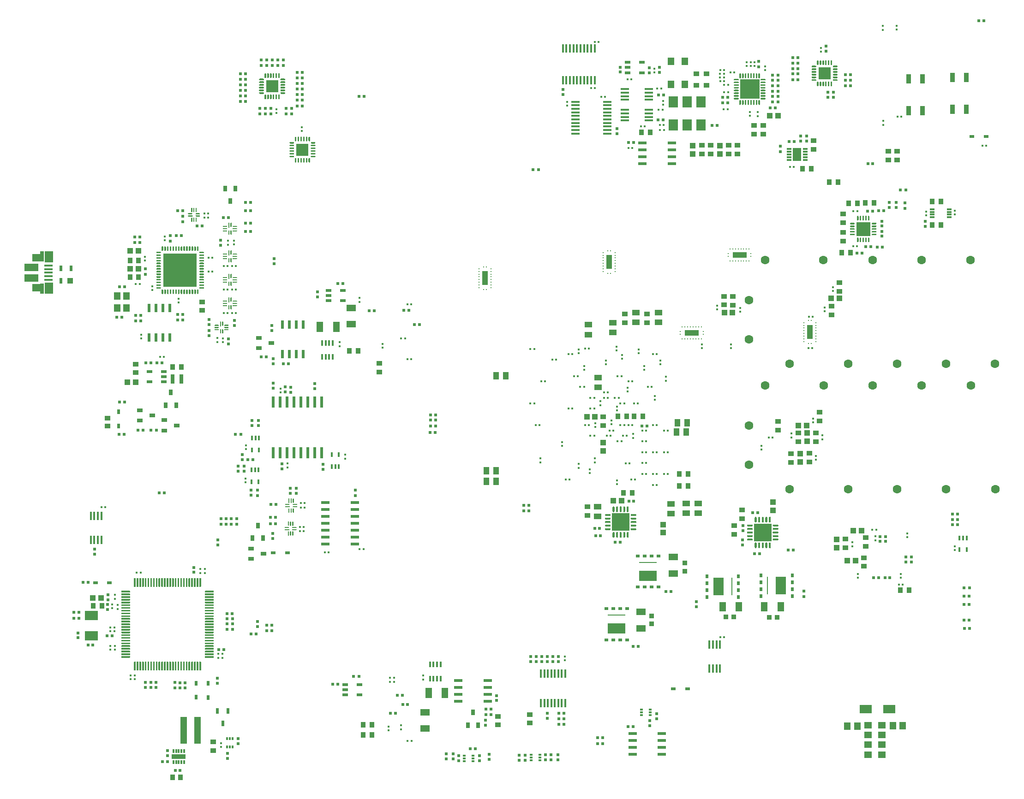
<source format=gbp>
G04 #@! TF.GenerationSoftware,KiCad,Pcbnew,(5.1.5)-3*
G04 #@! TF.CreationDate,2020-08-03T13:17:44+02:00*
G04 #@! TF.ProjectId,AMC_FMC_Carrier-PcbDoc,414d435f-464d-4435-9f43-617272696572,rev?*
G04 #@! TF.SameCoordinates,Original*
G04 #@! TF.FileFunction,Paste,Bot*
G04 #@! TF.FilePolarity,Positive*
%FSLAX46Y46*%
G04 Gerber Fmt 4.6, Leading zero omitted, Abs format (unit mm)*
G04 Created by KiCad (PCBNEW (5.1.5)-3) date 2020-08-03 13:17:44*
%MOMM*%
%LPD*%
G04 APERTURE LIST*
%ADD10R,0.460000X0.420000*%
%ADD11R,0.450000X0.400000*%
%ADD12R,0.950000X0.950000*%
%ADD13R,1.800000X1.150000*%
%ADD14R,1.150000X1.800000*%
%ADD15R,0.620000X0.620000*%
%ADD16R,0.580000X0.620000*%
%ADD17R,0.620000X0.580000*%
%ADD18R,0.450000X1.500000*%
%ADD19R,0.570000X0.300000*%
%ADD20R,0.400000X0.900000*%
%ADD21R,0.400000X0.450000*%
%ADD22C,1.600000*%
%ADD23R,1.050000X1.400000*%
%ADD24R,1.100000X0.600000*%
%ADD25R,0.900000X1.000000*%
%ADD26R,1.550000X0.600000*%
%ADD27R,0.230000X0.230000*%
%ADD28R,2.650000X1.000000*%
%ADD29R,1.000000X2.650000*%
%ADD30R,1.500000X0.450000*%
%ADD31R,1.000000X1.000000*%
%ADD32R,1.000000X0.950000*%
%ADD33R,0.950000X1.000000*%
%ADD34C,0.100000*%
%ADD35R,1.000000X0.900000*%
%ADD36R,0.950000X1.050000*%
%ADD37R,1.050000X0.950000*%
%ADD38R,2.250000X2.250000*%
%ADD39R,2.650000X2.650000*%
%ADD40R,3.250000X3.250000*%
%ADD41R,1.400000X1.050000*%
%ADD42R,0.500000X0.900000*%
%ADD43R,1.200000X4.900000*%
%ADD44R,0.600000X2.000000*%
%ADD45R,1.649999X2.400000*%
%ADD46R,0.850001X0.299999*%
%ADD47R,1.250000X1.350000*%
%ADD48R,3.550000X3.550000*%
%ADD49R,1.800000X2.000000*%
%ADD50R,0.400000X0.950000*%
%ADD51R,0.600000X1.000000*%
%ADD52R,2.200000X2.200000*%
%ADD53R,2.300000X1.550000*%
%ADD54R,1.150000X1.450000*%
%ADD55R,1.450000X1.150000*%
%ADD56R,1.250000X1.850000*%
%ADD57R,0.450000X1.100000*%
%ADD58R,0.400000X1.550000*%
%ADD59R,0.600000X1.050000*%
%ADD60R,0.850000X0.300000*%
%ADD61R,0.600000X1.550000*%
%ADD62R,0.300000X0.570000*%
%ADD63R,0.650000X1.050000*%
%ADD64R,1.050000X0.650000*%
%ADD65R,0.420000X0.460000*%
%ADD66R,0.900000X0.500000*%
%ADD67R,3.300000X0.220000*%
%ADD68R,0.650000X0.630000*%
%ADD69R,3.300000X1.970000*%
%ADD70R,0.220000X3.300000*%
%ADD71R,0.630000X0.650000*%
%ADD72R,1.970000X3.300000*%
%ADD73R,2.500000X1.430000*%
%ADD74R,1.650000X0.400000*%
%ADD75R,1.500000X2.000000*%
%ADD76R,0.700000X1.825000*%
%ADD77R,2.000000X1.350000*%
%ADD78R,0.850000X1.750000*%
%ADD79R,6.200000X6.200000*%
%ADD80R,1.200000X1.400000*%
%ADD81R,0.800000X1.800000*%
%ADD82R,2.500000X0.940001*%
%ADD83R,0.299999X0.700001*%
%ADD84R,2.400000X1.700000*%
G04 APERTURE END LIST*
D10*
X251257000Y-78816200D03*
X251917000Y-78816200D03*
X251257000Y-80848200D03*
X251917000Y-80848200D03*
D11*
X251211600Y-80187800D03*
X251911600Y-80187800D03*
X251211600Y-79502000D03*
X251911600Y-79502000D03*
D12*
X244754400Y-170853800D03*
X244754400Y-169353800D03*
X238633000Y-180531200D03*
X238633000Y-179031200D03*
D13*
X242646200Y-168248200D03*
X242646200Y-171248200D03*
X236677200Y-178332000D03*
X236677200Y-181332000D03*
D12*
X252259400Y-179197000D03*
X253759400Y-179197000D03*
D14*
X254661800Y-177342800D03*
X251661800Y-177342800D03*
D12*
X261709600Y-179298600D03*
X260209600Y-179298600D03*
D14*
X259332600Y-177342800D03*
X262332600Y-177342800D03*
D15*
X152138800Y-207441800D03*
X151238800Y-207441800D03*
D16*
X296938800Y-176923700D03*
X295998800Y-176923700D03*
D17*
X145783300Y-191274600D03*
X145783300Y-192214600D03*
D16*
X216928600Y-97091500D03*
X217868600Y-97091500D03*
D18*
X228223000Y-80674800D03*
X227573000Y-80674800D03*
X226923000Y-80674800D03*
X226273000Y-80674800D03*
X225623000Y-80674800D03*
X224973000Y-80674800D03*
X224323000Y-80674800D03*
X223673000Y-80674800D03*
X223023000Y-80674800D03*
X222373000Y-80674800D03*
X222373000Y-74874800D03*
X223023000Y-74874800D03*
X223673000Y-74874800D03*
X224323000Y-74874800D03*
X224973000Y-74874800D03*
X225623000Y-74874800D03*
X226273000Y-74874800D03*
X226923000Y-74874800D03*
X227573000Y-74874800D03*
X228223000Y-74874800D03*
D19*
X236778368Y-197245617D03*
X236778368Y-196745617D03*
X236778368Y-196245617D03*
X238358368Y-196245617D03*
X238358368Y-196745617D03*
X238358368Y-197245617D03*
D17*
X239600368Y-197037617D03*
X239600368Y-197977617D03*
X238330368Y-199247617D03*
X238330368Y-198307617D03*
D16*
X234320352Y-199347063D03*
X235260352Y-199347063D03*
D20*
X295148240Y-166881520D03*
X296448240Y-166881520D03*
X296448240Y-164781520D03*
X295798240Y-164781520D03*
X295148240Y-164781520D03*
D21*
X294269160Y-166968920D03*
X294269160Y-166268920D03*
D22*
X301681000Y-132730640D03*
X292681000Y-132730640D03*
X283681000Y-132730640D03*
X274681000Y-132730640D03*
X263981000Y-132730640D03*
X297181000Y-113730640D03*
X288181000Y-113730640D03*
X279181000Y-113730640D03*
X270181000Y-113730640D03*
X259481000Y-113730640D03*
X256481000Y-128230640D03*
X256481000Y-121030640D03*
X256501320Y-144058280D03*
X256501320Y-151258280D03*
X259501320Y-136758280D03*
X270201320Y-136758280D03*
X279201320Y-136758280D03*
X288201320Y-136758280D03*
X297201320Y-136758280D03*
X264001320Y-155758280D03*
X274701320Y-155758280D03*
X283701320Y-155758280D03*
X292701320Y-155758280D03*
X301701320Y-155758280D03*
D23*
X245044800Y-145257520D03*
X243244800Y-145257520D03*
D24*
X181982900Y-121193600D03*
X181982900Y-119293600D03*
X179382900Y-119293600D03*
X179382900Y-120243600D03*
X179382900Y-121193600D03*
X185069000Y-193545500D03*
X185069000Y-191645500D03*
X182469000Y-191645500D03*
X182469000Y-192595500D03*
X182469000Y-193545500D03*
D25*
X279476100Y-103212900D03*
X277876100Y-103212900D03*
X276440800Y-103263700D03*
X274840800Y-103263700D03*
D26*
X184208400Y-158242000D03*
X184208400Y-159512000D03*
X184208400Y-160782000D03*
X184208400Y-162052000D03*
X184208400Y-163322000D03*
X184208400Y-164592000D03*
X184208400Y-165862000D03*
X178808400Y-158242000D03*
X178808400Y-159512000D03*
X178808400Y-160782000D03*
X178808400Y-162052000D03*
X178808400Y-163322000D03*
X178808400Y-164592000D03*
X178808400Y-165862000D03*
D27*
X252687400Y-113026000D03*
X253037400Y-113876000D03*
X253537400Y-113876000D03*
X254037400Y-113876000D03*
X254537400Y-113876000D03*
X255037400Y-113876000D03*
X252687400Y-112526000D03*
X253037400Y-111676000D03*
X253537400Y-111676000D03*
D28*
X254787400Y-112776000D03*
D27*
X256537400Y-111676000D03*
X256037400Y-111676000D03*
X255537400Y-111676000D03*
X255037400Y-111676000D03*
X254537400Y-111676000D03*
X254037400Y-111676000D03*
X255537400Y-113876000D03*
X256887400Y-112526000D03*
X256887400Y-113026000D03*
X256537400Y-113876000D03*
X256037400Y-113876000D03*
X267478700Y-124836500D03*
X266628700Y-125186500D03*
X266628700Y-125686500D03*
X266628700Y-126186500D03*
X266628700Y-126686500D03*
X266628700Y-127186500D03*
X267978700Y-124836500D03*
X268828700Y-125186500D03*
X268828700Y-125686500D03*
D29*
X267728700Y-126936500D03*
D27*
X268828700Y-128686500D03*
X268828700Y-128186500D03*
X268828700Y-127686500D03*
X268828700Y-127186500D03*
X268828700Y-126686500D03*
X268828700Y-126186500D03*
X266628700Y-127686500D03*
X267978700Y-129036500D03*
X267478700Y-129036500D03*
X266628700Y-128686500D03*
X266628700Y-128186500D03*
X230636000Y-111971400D03*
X229786000Y-112321400D03*
X229786000Y-112821400D03*
X229786000Y-113321400D03*
X229786000Y-113821400D03*
X229786000Y-114321400D03*
X231136000Y-111971400D03*
X231986000Y-112321400D03*
X231986000Y-112821400D03*
D29*
X230886000Y-114071400D03*
D27*
X231986000Y-115821400D03*
X231986000Y-115321400D03*
X231986000Y-114821400D03*
X231986000Y-114321400D03*
X231986000Y-113821400D03*
X231986000Y-113321400D03*
X229786000Y-114821400D03*
X231136000Y-116171400D03*
X230636000Y-116171400D03*
X229786000Y-115821400D03*
X229786000Y-115321400D03*
X207814100Y-114943200D03*
X206964100Y-115293200D03*
X206964100Y-115793200D03*
X206964100Y-116293200D03*
X206964100Y-116793200D03*
X206964100Y-117293200D03*
X208314100Y-114943200D03*
X209164100Y-115293200D03*
X209164100Y-115793200D03*
D29*
X208064100Y-117043200D03*
D27*
X209164100Y-118793200D03*
X209164100Y-118293200D03*
X209164100Y-117793200D03*
X209164100Y-117293200D03*
X209164100Y-116793200D03*
X209164100Y-116293200D03*
X206964100Y-117793200D03*
X208314100Y-119143200D03*
X207814100Y-119143200D03*
X206964100Y-118793200D03*
X206964100Y-118293200D03*
D30*
X230496700Y-84628800D03*
X230496700Y-85278800D03*
X230496700Y-85928800D03*
X230496700Y-86578800D03*
X230496700Y-87228800D03*
X230496700Y-87878800D03*
X230496700Y-88528800D03*
X230496700Y-89178800D03*
X230496700Y-89828800D03*
X230496700Y-90478800D03*
X224696700Y-90478800D03*
X224696700Y-89828800D03*
X224696700Y-89178800D03*
X224696700Y-88528800D03*
X224696700Y-87878800D03*
X224696700Y-87228800D03*
X224696700Y-86578800D03*
X224696700Y-85928800D03*
X224696700Y-85278800D03*
X224696700Y-84628800D03*
D16*
X187782300Y-123012200D03*
X186842300Y-123012200D03*
X193192300Y-122910600D03*
X194132300Y-122910600D03*
X190703100Y-196951600D03*
X191643100Y-196951600D03*
X191995960Y-193669920D03*
X192935960Y-193669920D03*
D15*
X281602400Y-164472200D03*
X281602400Y-165372200D03*
X280543000Y-164472200D03*
X280543000Y-165372200D03*
D17*
X184327800Y-155994000D03*
X184327800Y-156934000D03*
X232283000Y-89547600D03*
X232283000Y-90487600D03*
X222377000Y-83350200D03*
X222377000Y-82410200D03*
D31*
X272592800Y-165035800D03*
X272592800Y-166535800D03*
X277178200Y-163372800D03*
X275678200Y-163372800D03*
X276035200Y-168935400D03*
X274535200Y-168935400D03*
D32*
X274218400Y-164935000D03*
X274218400Y-166535000D03*
D21*
X275463000Y-166262800D03*
X275463000Y-165562800D03*
D15*
X285267400Y-169131400D03*
X285267400Y-168231400D03*
X286283400Y-169156800D03*
X286283400Y-168256800D03*
X281464600Y-172008800D03*
X282364600Y-172008800D03*
D11*
X284053800Y-173304200D03*
X284753800Y-173304200D03*
D15*
X280307200Y-172059600D03*
X279407200Y-172059600D03*
D21*
X285597600Y-164586400D03*
X285597600Y-163886400D03*
D11*
X279851600Y-163245800D03*
X279151600Y-163245800D03*
D33*
X285864200Y-174294800D03*
X284264200Y-174294800D03*
D21*
X279730200Y-164445200D03*
X279730200Y-165145200D03*
X284353000Y-172079400D03*
X284353000Y-171379400D03*
X276504400Y-172079400D03*
X276504400Y-171379400D03*
D32*
X277977600Y-166306400D03*
X277977600Y-164706400D03*
X277596600Y-168364000D03*
X277596600Y-169964000D03*
D11*
X185095400Y-166776400D03*
X185795400Y-166776400D03*
X178669200Y-167386000D03*
X179369200Y-167386000D03*
D21*
X223189800Y-85338400D03*
X223189800Y-84638400D03*
D11*
X229418400Y-83693000D03*
X230118400Y-83693000D03*
X228250000Y-73660000D03*
X228950000Y-73660000D03*
X227564200Y-82105500D03*
X228264200Y-82105500D03*
D34*
G36*
X143916951Y-187469361D02*
G01*
X143924232Y-187470441D01*
X143931371Y-187472229D01*
X143938301Y-187474709D01*
X143944955Y-187477856D01*
X143951268Y-187481640D01*
X143957179Y-187486024D01*
X143962633Y-187490967D01*
X143967576Y-187496421D01*
X143971960Y-187502332D01*
X143975744Y-187508645D01*
X143978891Y-187515299D01*
X143981371Y-187522229D01*
X143983159Y-187529368D01*
X143984239Y-187536649D01*
X143984600Y-187544000D01*
X143984600Y-188994000D01*
X143984239Y-189001351D01*
X143983159Y-189008632D01*
X143981371Y-189015771D01*
X143978891Y-189022701D01*
X143975744Y-189029355D01*
X143971960Y-189035668D01*
X143967576Y-189041579D01*
X143962633Y-189047033D01*
X143957179Y-189051976D01*
X143951268Y-189056360D01*
X143944955Y-189060144D01*
X143938301Y-189063291D01*
X143931371Y-189065771D01*
X143924232Y-189067559D01*
X143916951Y-189068639D01*
X143909600Y-189069000D01*
X143759600Y-189069000D01*
X143752249Y-189068639D01*
X143744968Y-189067559D01*
X143737829Y-189065771D01*
X143730899Y-189063291D01*
X143724245Y-189060144D01*
X143717932Y-189056360D01*
X143712021Y-189051976D01*
X143706567Y-189047033D01*
X143701624Y-189041579D01*
X143697240Y-189035668D01*
X143693456Y-189029355D01*
X143690309Y-189022701D01*
X143687829Y-189015771D01*
X143686041Y-189008632D01*
X143684961Y-189001351D01*
X143684600Y-188994000D01*
X143684600Y-187544000D01*
X143684961Y-187536649D01*
X143686041Y-187529368D01*
X143687829Y-187522229D01*
X143690309Y-187515299D01*
X143693456Y-187508645D01*
X143697240Y-187502332D01*
X143701624Y-187496421D01*
X143706567Y-187490967D01*
X143712021Y-187486024D01*
X143717932Y-187481640D01*
X143724245Y-187477856D01*
X143730899Y-187474709D01*
X143737829Y-187472229D01*
X143744968Y-187470441D01*
X143752249Y-187469361D01*
X143759600Y-187469000D01*
X143909600Y-187469000D01*
X143916951Y-187469361D01*
G37*
G36*
X144416951Y-187469361D02*
G01*
X144424232Y-187470441D01*
X144431371Y-187472229D01*
X144438301Y-187474709D01*
X144444955Y-187477856D01*
X144451268Y-187481640D01*
X144457179Y-187486024D01*
X144462633Y-187490967D01*
X144467576Y-187496421D01*
X144471960Y-187502332D01*
X144475744Y-187508645D01*
X144478891Y-187515299D01*
X144481371Y-187522229D01*
X144483159Y-187529368D01*
X144484239Y-187536649D01*
X144484600Y-187544000D01*
X144484600Y-188994000D01*
X144484239Y-189001351D01*
X144483159Y-189008632D01*
X144481371Y-189015771D01*
X144478891Y-189022701D01*
X144475744Y-189029355D01*
X144471960Y-189035668D01*
X144467576Y-189041579D01*
X144462633Y-189047033D01*
X144457179Y-189051976D01*
X144451268Y-189056360D01*
X144444955Y-189060144D01*
X144438301Y-189063291D01*
X144431371Y-189065771D01*
X144424232Y-189067559D01*
X144416951Y-189068639D01*
X144409600Y-189069000D01*
X144259600Y-189069000D01*
X144252249Y-189068639D01*
X144244968Y-189067559D01*
X144237829Y-189065771D01*
X144230899Y-189063291D01*
X144224245Y-189060144D01*
X144217932Y-189056360D01*
X144212021Y-189051976D01*
X144206567Y-189047033D01*
X144201624Y-189041579D01*
X144197240Y-189035668D01*
X144193456Y-189029355D01*
X144190309Y-189022701D01*
X144187829Y-189015771D01*
X144186041Y-189008632D01*
X144184961Y-189001351D01*
X144184600Y-188994000D01*
X144184600Y-187544000D01*
X144184961Y-187536649D01*
X144186041Y-187529368D01*
X144187829Y-187522229D01*
X144190309Y-187515299D01*
X144193456Y-187508645D01*
X144197240Y-187502332D01*
X144201624Y-187496421D01*
X144206567Y-187490967D01*
X144212021Y-187486024D01*
X144217932Y-187481640D01*
X144224245Y-187477856D01*
X144230899Y-187474709D01*
X144237829Y-187472229D01*
X144244968Y-187470441D01*
X144252249Y-187469361D01*
X144259600Y-187469000D01*
X144409600Y-187469000D01*
X144416951Y-187469361D01*
G37*
G36*
X144916951Y-187469361D02*
G01*
X144924232Y-187470441D01*
X144931371Y-187472229D01*
X144938301Y-187474709D01*
X144944955Y-187477856D01*
X144951268Y-187481640D01*
X144957179Y-187486024D01*
X144962633Y-187490967D01*
X144967576Y-187496421D01*
X144971960Y-187502332D01*
X144975744Y-187508645D01*
X144978891Y-187515299D01*
X144981371Y-187522229D01*
X144983159Y-187529368D01*
X144984239Y-187536649D01*
X144984600Y-187544000D01*
X144984600Y-188994000D01*
X144984239Y-189001351D01*
X144983159Y-189008632D01*
X144981371Y-189015771D01*
X144978891Y-189022701D01*
X144975744Y-189029355D01*
X144971960Y-189035668D01*
X144967576Y-189041579D01*
X144962633Y-189047033D01*
X144957179Y-189051976D01*
X144951268Y-189056360D01*
X144944955Y-189060144D01*
X144938301Y-189063291D01*
X144931371Y-189065771D01*
X144924232Y-189067559D01*
X144916951Y-189068639D01*
X144909600Y-189069000D01*
X144759600Y-189069000D01*
X144752249Y-189068639D01*
X144744968Y-189067559D01*
X144737829Y-189065771D01*
X144730899Y-189063291D01*
X144724245Y-189060144D01*
X144717932Y-189056360D01*
X144712021Y-189051976D01*
X144706567Y-189047033D01*
X144701624Y-189041579D01*
X144697240Y-189035668D01*
X144693456Y-189029355D01*
X144690309Y-189022701D01*
X144687829Y-189015771D01*
X144686041Y-189008632D01*
X144684961Y-189001351D01*
X144684600Y-188994000D01*
X144684600Y-187544000D01*
X144684961Y-187536649D01*
X144686041Y-187529368D01*
X144687829Y-187522229D01*
X144690309Y-187515299D01*
X144693456Y-187508645D01*
X144697240Y-187502332D01*
X144701624Y-187496421D01*
X144706567Y-187490967D01*
X144712021Y-187486024D01*
X144717932Y-187481640D01*
X144724245Y-187477856D01*
X144730899Y-187474709D01*
X144737829Y-187472229D01*
X144744968Y-187470441D01*
X144752249Y-187469361D01*
X144759600Y-187469000D01*
X144909600Y-187469000D01*
X144916951Y-187469361D01*
G37*
G36*
X145416951Y-187469361D02*
G01*
X145424232Y-187470441D01*
X145431371Y-187472229D01*
X145438301Y-187474709D01*
X145444955Y-187477856D01*
X145451268Y-187481640D01*
X145457179Y-187486024D01*
X145462633Y-187490967D01*
X145467576Y-187496421D01*
X145471960Y-187502332D01*
X145475744Y-187508645D01*
X145478891Y-187515299D01*
X145481371Y-187522229D01*
X145483159Y-187529368D01*
X145484239Y-187536649D01*
X145484600Y-187544000D01*
X145484600Y-188994000D01*
X145484239Y-189001351D01*
X145483159Y-189008632D01*
X145481371Y-189015771D01*
X145478891Y-189022701D01*
X145475744Y-189029355D01*
X145471960Y-189035668D01*
X145467576Y-189041579D01*
X145462633Y-189047033D01*
X145457179Y-189051976D01*
X145451268Y-189056360D01*
X145444955Y-189060144D01*
X145438301Y-189063291D01*
X145431371Y-189065771D01*
X145424232Y-189067559D01*
X145416951Y-189068639D01*
X145409600Y-189069000D01*
X145259600Y-189069000D01*
X145252249Y-189068639D01*
X145244968Y-189067559D01*
X145237829Y-189065771D01*
X145230899Y-189063291D01*
X145224245Y-189060144D01*
X145217932Y-189056360D01*
X145212021Y-189051976D01*
X145206567Y-189047033D01*
X145201624Y-189041579D01*
X145197240Y-189035668D01*
X145193456Y-189029355D01*
X145190309Y-189022701D01*
X145187829Y-189015771D01*
X145186041Y-189008632D01*
X145184961Y-189001351D01*
X145184600Y-188994000D01*
X145184600Y-187544000D01*
X145184961Y-187536649D01*
X145186041Y-187529368D01*
X145187829Y-187522229D01*
X145190309Y-187515299D01*
X145193456Y-187508645D01*
X145197240Y-187502332D01*
X145201624Y-187496421D01*
X145206567Y-187490967D01*
X145212021Y-187486024D01*
X145217932Y-187481640D01*
X145224245Y-187477856D01*
X145230899Y-187474709D01*
X145237829Y-187472229D01*
X145244968Y-187470441D01*
X145252249Y-187469361D01*
X145259600Y-187469000D01*
X145409600Y-187469000D01*
X145416951Y-187469361D01*
G37*
G36*
X145916951Y-187469361D02*
G01*
X145924232Y-187470441D01*
X145931371Y-187472229D01*
X145938301Y-187474709D01*
X145944955Y-187477856D01*
X145951268Y-187481640D01*
X145957179Y-187486024D01*
X145962633Y-187490967D01*
X145967576Y-187496421D01*
X145971960Y-187502332D01*
X145975744Y-187508645D01*
X145978891Y-187515299D01*
X145981371Y-187522229D01*
X145983159Y-187529368D01*
X145984239Y-187536649D01*
X145984600Y-187544000D01*
X145984600Y-188994000D01*
X145984239Y-189001351D01*
X145983159Y-189008632D01*
X145981371Y-189015771D01*
X145978891Y-189022701D01*
X145975744Y-189029355D01*
X145971960Y-189035668D01*
X145967576Y-189041579D01*
X145962633Y-189047033D01*
X145957179Y-189051976D01*
X145951268Y-189056360D01*
X145944955Y-189060144D01*
X145938301Y-189063291D01*
X145931371Y-189065771D01*
X145924232Y-189067559D01*
X145916951Y-189068639D01*
X145909600Y-189069000D01*
X145759600Y-189069000D01*
X145752249Y-189068639D01*
X145744968Y-189067559D01*
X145737829Y-189065771D01*
X145730899Y-189063291D01*
X145724245Y-189060144D01*
X145717932Y-189056360D01*
X145712021Y-189051976D01*
X145706567Y-189047033D01*
X145701624Y-189041579D01*
X145697240Y-189035668D01*
X145693456Y-189029355D01*
X145690309Y-189022701D01*
X145687829Y-189015771D01*
X145686041Y-189008632D01*
X145684961Y-189001351D01*
X145684600Y-188994000D01*
X145684600Y-187544000D01*
X145684961Y-187536649D01*
X145686041Y-187529368D01*
X145687829Y-187522229D01*
X145690309Y-187515299D01*
X145693456Y-187508645D01*
X145697240Y-187502332D01*
X145701624Y-187496421D01*
X145706567Y-187490967D01*
X145712021Y-187486024D01*
X145717932Y-187481640D01*
X145724245Y-187477856D01*
X145730899Y-187474709D01*
X145737829Y-187472229D01*
X145744968Y-187470441D01*
X145752249Y-187469361D01*
X145759600Y-187469000D01*
X145909600Y-187469000D01*
X145916951Y-187469361D01*
G37*
G36*
X146416951Y-187469361D02*
G01*
X146424232Y-187470441D01*
X146431371Y-187472229D01*
X146438301Y-187474709D01*
X146444955Y-187477856D01*
X146451268Y-187481640D01*
X146457179Y-187486024D01*
X146462633Y-187490967D01*
X146467576Y-187496421D01*
X146471960Y-187502332D01*
X146475744Y-187508645D01*
X146478891Y-187515299D01*
X146481371Y-187522229D01*
X146483159Y-187529368D01*
X146484239Y-187536649D01*
X146484600Y-187544000D01*
X146484600Y-188994000D01*
X146484239Y-189001351D01*
X146483159Y-189008632D01*
X146481371Y-189015771D01*
X146478891Y-189022701D01*
X146475744Y-189029355D01*
X146471960Y-189035668D01*
X146467576Y-189041579D01*
X146462633Y-189047033D01*
X146457179Y-189051976D01*
X146451268Y-189056360D01*
X146444955Y-189060144D01*
X146438301Y-189063291D01*
X146431371Y-189065771D01*
X146424232Y-189067559D01*
X146416951Y-189068639D01*
X146409600Y-189069000D01*
X146259600Y-189069000D01*
X146252249Y-189068639D01*
X146244968Y-189067559D01*
X146237829Y-189065771D01*
X146230899Y-189063291D01*
X146224245Y-189060144D01*
X146217932Y-189056360D01*
X146212021Y-189051976D01*
X146206567Y-189047033D01*
X146201624Y-189041579D01*
X146197240Y-189035668D01*
X146193456Y-189029355D01*
X146190309Y-189022701D01*
X146187829Y-189015771D01*
X146186041Y-189008632D01*
X146184961Y-189001351D01*
X146184600Y-188994000D01*
X146184600Y-187544000D01*
X146184961Y-187536649D01*
X146186041Y-187529368D01*
X146187829Y-187522229D01*
X146190309Y-187515299D01*
X146193456Y-187508645D01*
X146197240Y-187502332D01*
X146201624Y-187496421D01*
X146206567Y-187490967D01*
X146212021Y-187486024D01*
X146217932Y-187481640D01*
X146224245Y-187477856D01*
X146230899Y-187474709D01*
X146237829Y-187472229D01*
X146244968Y-187470441D01*
X146252249Y-187469361D01*
X146259600Y-187469000D01*
X146409600Y-187469000D01*
X146416951Y-187469361D01*
G37*
G36*
X146916951Y-187469361D02*
G01*
X146924232Y-187470441D01*
X146931371Y-187472229D01*
X146938301Y-187474709D01*
X146944955Y-187477856D01*
X146951268Y-187481640D01*
X146957179Y-187486024D01*
X146962633Y-187490967D01*
X146967576Y-187496421D01*
X146971960Y-187502332D01*
X146975744Y-187508645D01*
X146978891Y-187515299D01*
X146981371Y-187522229D01*
X146983159Y-187529368D01*
X146984239Y-187536649D01*
X146984600Y-187544000D01*
X146984600Y-188994000D01*
X146984239Y-189001351D01*
X146983159Y-189008632D01*
X146981371Y-189015771D01*
X146978891Y-189022701D01*
X146975744Y-189029355D01*
X146971960Y-189035668D01*
X146967576Y-189041579D01*
X146962633Y-189047033D01*
X146957179Y-189051976D01*
X146951268Y-189056360D01*
X146944955Y-189060144D01*
X146938301Y-189063291D01*
X146931371Y-189065771D01*
X146924232Y-189067559D01*
X146916951Y-189068639D01*
X146909600Y-189069000D01*
X146759600Y-189069000D01*
X146752249Y-189068639D01*
X146744968Y-189067559D01*
X146737829Y-189065771D01*
X146730899Y-189063291D01*
X146724245Y-189060144D01*
X146717932Y-189056360D01*
X146712021Y-189051976D01*
X146706567Y-189047033D01*
X146701624Y-189041579D01*
X146697240Y-189035668D01*
X146693456Y-189029355D01*
X146690309Y-189022701D01*
X146687829Y-189015771D01*
X146686041Y-189008632D01*
X146684961Y-189001351D01*
X146684600Y-188994000D01*
X146684600Y-187544000D01*
X146684961Y-187536649D01*
X146686041Y-187529368D01*
X146687829Y-187522229D01*
X146690309Y-187515299D01*
X146693456Y-187508645D01*
X146697240Y-187502332D01*
X146701624Y-187496421D01*
X146706567Y-187490967D01*
X146712021Y-187486024D01*
X146717932Y-187481640D01*
X146724245Y-187477856D01*
X146730899Y-187474709D01*
X146737829Y-187472229D01*
X146744968Y-187470441D01*
X146752249Y-187469361D01*
X146759600Y-187469000D01*
X146909600Y-187469000D01*
X146916951Y-187469361D01*
G37*
G36*
X147416951Y-187469361D02*
G01*
X147424232Y-187470441D01*
X147431371Y-187472229D01*
X147438301Y-187474709D01*
X147444955Y-187477856D01*
X147451268Y-187481640D01*
X147457179Y-187486024D01*
X147462633Y-187490967D01*
X147467576Y-187496421D01*
X147471960Y-187502332D01*
X147475744Y-187508645D01*
X147478891Y-187515299D01*
X147481371Y-187522229D01*
X147483159Y-187529368D01*
X147484239Y-187536649D01*
X147484600Y-187544000D01*
X147484600Y-188994000D01*
X147484239Y-189001351D01*
X147483159Y-189008632D01*
X147481371Y-189015771D01*
X147478891Y-189022701D01*
X147475744Y-189029355D01*
X147471960Y-189035668D01*
X147467576Y-189041579D01*
X147462633Y-189047033D01*
X147457179Y-189051976D01*
X147451268Y-189056360D01*
X147444955Y-189060144D01*
X147438301Y-189063291D01*
X147431371Y-189065771D01*
X147424232Y-189067559D01*
X147416951Y-189068639D01*
X147409600Y-189069000D01*
X147259600Y-189069000D01*
X147252249Y-189068639D01*
X147244968Y-189067559D01*
X147237829Y-189065771D01*
X147230899Y-189063291D01*
X147224245Y-189060144D01*
X147217932Y-189056360D01*
X147212021Y-189051976D01*
X147206567Y-189047033D01*
X147201624Y-189041579D01*
X147197240Y-189035668D01*
X147193456Y-189029355D01*
X147190309Y-189022701D01*
X147187829Y-189015771D01*
X147186041Y-189008632D01*
X147184961Y-189001351D01*
X147184600Y-188994000D01*
X147184600Y-187544000D01*
X147184961Y-187536649D01*
X147186041Y-187529368D01*
X147187829Y-187522229D01*
X147190309Y-187515299D01*
X147193456Y-187508645D01*
X147197240Y-187502332D01*
X147201624Y-187496421D01*
X147206567Y-187490967D01*
X147212021Y-187486024D01*
X147217932Y-187481640D01*
X147224245Y-187477856D01*
X147230899Y-187474709D01*
X147237829Y-187472229D01*
X147244968Y-187470441D01*
X147252249Y-187469361D01*
X147259600Y-187469000D01*
X147409600Y-187469000D01*
X147416951Y-187469361D01*
G37*
G36*
X147916951Y-187469361D02*
G01*
X147924232Y-187470441D01*
X147931371Y-187472229D01*
X147938301Y-187474709D01*
X147944955Y-187477856D01*
X147951268Y-187481640D01*
X147957179Y-187486024D01*
X147962633Y-187490967D01*
X147967576Y-187496421D01*
X147971960Y-187502332D01*
X147975744Y-187508645D01*
X147978891Y-187515299D01*
X147981371Y-187522229D01*
X147983159Y-187529368D01*
X147984239Y-187536649D01*
X147984600Y-187544000D01*
X147984600Y-188994000D01*
X147984239Y-189001351D01*
X147983159Y-189008632D01*
X147981371Y-189015771D01*
X147978891Y-189022701D01*
X147975744Y-189029355D01*
X147971960Y-189035668D01*
X147967576Y-189041579D01*
X147962633Y-189047033D01*
X147957179Y-189051976D01*
X147951268Y-189056360D01*
X147944955Y-189060144D01*
X147938301Y-189063291D01*
X147931371Y-189065771D01*
X147924232Y-189067559D01*
X147916951Y-189068639D01*
X147909600Y-189069000D01*
X147759600Y-189069000D01*
X147752249Y-189068639D01*
X147744968Y-189067559D01*
X147737829Y-189065771D01*
X147730899Y-189063291D01*
X147724245Y-189060144D01*
X147717932Y-189056360D01*
X147712021Y-189051976D01*
X147706567Y-189047033D01*
X147701624Y-189041579D01*
X147697240Y-189035668D01*
X147693456Y-189029355D01*
X147690309Y-189022701D01*
X147687829Y-189015771D01*
X147686041Y-189008632D01*
X147684961Y-189001351D01*
X147684600Y-188994000D01*
X147684600Y-187544000D01*
X147684961Y-187536649D01*
X147686041Y-187529368D01*
X147687829Y-187522229D01*
X147690309Y-187515299D01*
X147693456Y-187508645D01*
X147697240Y-187502332D01*
X147701624Y-187496421D01*
X147706567Y-187490967D01*
X147712021Y-187486024D01*
X147717932Y-187481640D01*
X147724245Y-187477856D01*
X147730899Y-187474709D01*
X147737829Y-187472229D01*
X147744968Y-187470441D01*
X147752249Y-187469361D01*
X147759600Y-187469000D01*
X147909600Y-187469000D01*
X147916951Y-187469361D01*
G37*
G36*
X148416951Y-187469361D02*
G01*
X148424232Y-187470441D01*
X148431371Y-187472229D01*
X148438301Y-187474709D01*
X148444955Y-187477856D01*
X148451268Y-187481640D01*
X148457179Y-187486024D01*
X148462633Y-187490967D01*
X148467576Y-187496421D01*
X148471960Y-187502332D01*
X148475744Y-187508645D01*
X148478891Y-187515299D01*
X148481371Y-187522229D01*
X148483159Y-187529368D01*
X148484239Y-187536649D01*
X148484600Y-187544000D01*
X148484600Y-188994000D01*
X148484239Y-189001351D01*
X148483159Y-189008632D01*
X148481371Y-189015771D01*
X148478891Y-189022701D01*
X148475744Y-189029355D01*
X148471960Y-189035668D01*
X148467576Y-189041579D01*
X148462633Y-189047033D01*
X148457179Y-189051976D01*
X148451268Y-189056360D01*
X148444955Y-189060144D01*
X148438301Y-189063291D01*
X148431371Y-189065771D01*
X148424232Y-189067559D01*
X148416951Y-189068639D01*
X148409600Y-189069000D01*
X148259600Y-189069000D01*
X148252249Y-189068639D01*
X148244968Y-189067559D01*
X148237829Y-189065771D01*
X148230899Y-189063291D01*
X148224245Y-189060144D01*
X148217932Y-189056360D01*
X148212021Y-189051976D01*
X148206567Y-189047033D01*
X148201624Y-189041579D01*
X148197240Y-189035668D01*
X148193456Y-189029355D01*
X148190309Y-189022701D01*
X148187829Y-189015771D01*
X148186041Y-189008632D01*
X148184961Y-189001351D01*
X148184600Y-188994000D01*
X148184600Y-187544000D01*
X148184961Y-187536649D01*
X148186041Y-187529368D01*
X148187829Y-187522229D01*
X148190309Y-187515299D01*
X148193456Y-187508645D01*
X148197240Y-187502332D01*
X148201624Y-187496421D01*
X148206567Y-187490967D01*
X148212021Y-187486024D01*
X148217932Y-187481640D01*
X148224245Y-187477856D01*
X148230899Y-187474709D01*
X148237829Y-187472229D01*
X148244968Y-187470441D01*
X148252249Y-187469361D01*
X148259600Y-187469000D01*
X148409600Y-187469000D01*
X148416951Y-187469361D01*
G37*
G36*
X148916951Y-187469361D02*
G01*
X148924232Y-187470441D01*
X148931371Y-187472229D01*
X148938301Y-187474709D01*
X148944955Y-187477856D01*
X148951268Y-187481640D01*
X148957179Y-187486024D01*
X148962633Y-187490967D01*
X148967576Y-187496421D01*
X148971960Y-187502332D01*
X148975744Y-187508645D01*
X148978891Y-187515299D01*
X148981371Y-187522229D01*
X148983159Y-187529368D01*
X148984239Y-187536649D01*
X148984600Y-187544000D01*
X148984600Y-188994000D01*
X148984239Y-189001351D01*
X148983159Y-189008632D01*
X148981371Y-189015771D01*
X148978891Y-189022701D01*
X148975744Y-189029355D01*
X148971960Y-189035668D01*
X148967576Y-189041579D01*
X148962633Y-189047033D01*
X148957179Y-189051976D01*
X148951268Y-189056360D01*
X148944955Y-189060144D01*
X148938301Y-189063291D01*
X148931371Y-189065771D01*
X148924232Y-189067559D01*
X148916951Y-189068639D01*
X148909600Y-189069000D01*
X148759600Y-189069000D01*
X148752249Y-189068639D01*
X148744968Y-189067559D01*
X148737829Y-189065771D01*
X148730899Y-189063291D01*
X148724245Y-189060144D01*
X148717932Y-189056360D01*
X148712021Y-189051976D01*
X148706567Y-189047033D01*
X148701624Y-189041579D01*
X148697240Y-189035668D01*
X148693456Y-189029355D01*
X148690309Y-189022701D01*
X148687829Y-189015771D01*
X148686041Y-189008632D01*
X148684961Y-189001351D01*
X148684600Y-188994000D01*
X148684600Y-187544000D01*
X148684961Y-187536649D01*
X148686041Y-187529368D01*
X148687829Y-187522229D01*
X148690309Y-187515299D01*
X148693456Y-187508645D01*
X148697240Y-187502332D01*
X148701624Y-187496421D01*
X148706567Y-187490967D01*
X148712021Y-187486024D01*
X148717932Y-187481640D01*
X148724245Y-187477856D01*
X148730899Y-187474709D01*
X148737829Y-187472229D01*
X148744968Y-187470441D01*
X148752249Y-187469361D01*
X148759600Y-187469000D01*
X148909600Y-187469000D01*
X148916951Y-187469361D01*
G37*
G36*
X149416951Y-187469361D02*
G01*
X149424232Y-187470441D01*
X149431371Y-187472229D01*
X149438301Y-187474709D01*
X149444955Y-187477856D01*
X149451268Y-187481640D01*
X149457179Y-187486024D01*
X149462633Y-187490967D01*
X149467576Y-187496421D01*
X149471960Y-187502332D01*
X149475744Y-187508645D01*
X149478891Y-187515299D01*
X149481371Y-187522229D01*
X149483159Y-187529368D01*
X149484239Y-187536649D01*
X149484600Y-187544000D01*
X149484600Y-188994000D01*
X149484239Y-189001351D01*
X149483159Y-189008632D01*
X149481371Y-189015771D01*
X149478891Y-189022701D01*
X149475744Y-189029355D01*
X149471960Y-189035668D01*
X149467576Y-189041579D01*
X149462633Y-189047033D01*
X149457179Y-189051976D01*
X149451268Y-189056360D01*
X149444955Y-189060144D01*
X149438301Y-189063291D01*
X149431371Y-189065771D01*
X149424232Y-189067559D01*
X149416951Y-189068639D01*
X149409600Y-189069000D01*
X149259600Y-189069000D01*
X149252249Y-189068639D01*
X149244968Y-189067559D01*
X149237829Y-189065771D01*
X149230899Y-189063291D01*
X149224245Y-189060144D01*
X149217932Y-189056360D01*
X149212021Y-189051976D01*
X149206567Y-189047033D01*
X149201624Y-189041579D01*
X149197240Y-189035668D01*
X149193456Y-189029355D01*
X149190309Y-189022701D01*
X149187829Y-189015771D01*
X149186041Y-189008632D01*
X149184961Y-189001351D01*
X149184600Y-188994000D01*
X149184600Y-187544000D01*
X149184961Y-187536649D01*
X149186041Y-187529368D01*
X149187829Y-187522229D01*
X149190309Y-187515299D01*
X149193456Y-187508645D01*
X149197240Y-187502332D01*
X149201624Y-187496421D01*
X149206567Y-187490967D01*
X149212021Y-187486024D01*
X149217932Y-187481640D01*
X149224245Y-187477856D01*
X149230899Y-187474709D01*
X149237829Y-187472229D01*
X149244968Y-187470441D01*
X149252249Y-187469361D01*
X149259600Y-187469000D01*
X149409600Y-187469000D01*
X149416951Y-187469361D01*
G37*
G36*
X149916951Y-187469361D02*
G01*
X149924232Y-187470441D01*
X149931371Y-187472229D01*
X149938301Y-187474709D01*
X149944955Y-187477856D01*
X149951268Y-187481640D01*
X149957179Y-187486024D01*
X149962633Y-187490967D01*
X149967576Y-187496421D01*
X149971960Y-187502332D01*
X149975744Y-187508645D01*
X149978891Y-187515299D01*
X149981371Y-187522229D01*
X149983159Y-187529368D01*
X149984239Y-187536649D01*
X149984600Y-187544000D01*
X149984600Y-188994000D01*
X149984239Y-189001351D01*
X149983159Y-189008632D01*
X149981371Y-189015771D01*
X149978891Y-189022701D01*
X149975744Y-189029355D01*
X149971960Y-189035668D01*
X149967576Y-189041579D01*
X149962633Y-189047033D01*
X149957179Y-189051976D01*
X149951268Y-189056360D01*
X149944955Y-189060144D01*
X149938301Y-189063291D01*
X149931371Y-189065771D01*
X149924232Y-189067559D01*
X149916951Y-189068639D01*
X149909600Y-189069000D01*
X149759600Y-189069000D01*
X149752249Y-189068639D01*
X149744968Y-189067559D01*
X149737829Y-189065771D01*
X149730899Y-189063291D01*
X149724245Y-189060144D01*
X149717932Y-189056360D01*
X149712021Y-189051976D01*
X149706567Y-189047033D01*
X149701624Y-189041579D01*
X149697240Y-189035668D01*
X149693456Y-189029355D01*
X149690309Y-189022701D01*
X149687829Y-189015771D01*
X149686041Y-189008632D01*
X149684961Y-189001351D01*
X149684600Y-188994000D01*
X149684600Y-187544000D01*
X149684961Y-187536649D01*
X149686041Y-187529368D01*
X149687829Y-187522229D01*
X149690309Y-187515299D01*
X149693456Y-187508645D01*
X149697240Y-187502332D01*
X149701624Y-187496421D01*
X149706567Y-187490967D01*
X149712021Y-187486024D01*
X149717932Y-187481640D01*
X149724245Y-187477856D01*
X149730899Y-187474709D01*
X149737829Y-187472229D01*
X149744968Y-187470441D01*
X149752249Y-187469361D01*
X149759600Y-187469000D01*
X149909600Y-187469000D01*
X149916951Y-187469361D01*
G37*
G36*
X150416951Y-187469361D02*
G01*
X150424232Y-187470441D01*
X150431371Y-187472229D01*
X150438301Y-187474709D01*
X150444955Y-187477856D01*
X150451268Y-187481640D01*
X150457179Y-187486024D01*
X150462633Y-187490967D01*
X150467576Y-187496421D01*
X150471960Y-187502332D01*
X150475744Y-187508645D01*
X150478891Y-187515299D01*
X150481371Y-187522229D01*
X150483159Y-187529368D01*
X150484239Y-187536649D01*
X150484600Y-187544000D01*
X150484600Y-188994000D01*
X150484239Y-189001351D01*
X150483159Y-189008632D01*
X150481371Y-189015771D01*
X150478891Y-189022701D01*
X150475744Y-189029355D01*
X150471960Y-189035668D01*
X150467576Y-189041579D01*
X150462633Y-189047033D01*
X150457179Y-189051976D01*
X150451268Y-189056360D01*
X150444955Y-189060144D01*
X150438301Y-189063291D01*
X150431371Y-189065771D01*
X150424232Y-189067559D01*
X150416951Y-189068639D01*
X150409600Y-189069000D01*
X150259600Y-189069000D01*
X150252249Y-189068639D01*
X150244968Y-189067559D01*
X150237829Y-189065771D01*
X150230899Y-189063291D01*
X150224245Y-189060144D01*
X150217932Y-189056360D01*
X150212021Y-189051976D01*
X150206567Y-189047033D01*
X150201624Y-189041579D01*
X150197240Y-189035668D01*
X150193456Y-189029355D01*
X150190309Y-189022701D01*
X150187829Y-189015771D01*
X150186041Y-189008632D01*
X150184961Y-189001351D01*
X150184600Y-188994000D01*
X150184600Y-187544000D01*
X150184961Y-187536649D01*
X150186041Y-187529368D01*
X150187829Y-187522229D01*
X150190309Y-187515299D01*
X150193456Y-187508645D01*
X150197240Y-187502332D01*
X150201624Y-187496421D01*
X150206567Y-187490967D01*
X150212021Y-187486024D01*
X150217932Y-187481640D01*
X150224245Y-187477856D01*
X150230899Y-187474709D01*
X150237829Y-187472229D01*
X150244968Y-187470441D01*
X150252249Y-187469361D01*
X150259600Y-187469000D01*
X150409600Y-187469000D01*
X150416951Y-187469361D01*
G37*
G36*
X150916951Y-187469361D02*
G01*
X150924232Y-187470441D01*
X150931371Y-187472229D01*
X150938301Y-187474709D01*
X150944955Y-187477856D01*
X150951268Y-187481640D01*
X150957179Y-187486024D01*
X150962633Y-187490967D01*
X150967576Y-187496421D01*
X150971960Y-187502332D01*
X150975744Y-187508645D01*
X150978891Y-187515299D01*
X150981371Y-187522229D01*
X150983159Y-187529368D01*
X150984239Y-187536649D01*
X150984600Y-187544000D01*
X150984600Y-188994000D01*
X150984239Y-189001351D01*
X150983159Y-189008632D01*
X150981371Y-189015771D01*
X150978891Y-189022701D01*
X150975744Y-189029355D01*
X150971960Y-189035668D01*
X150967576Y-189041579D01*
X150962633Y-189047033D01*
X150957179Y-189051976D01*
X150951268Y-189056360D01*
X150944955Y-189060144D01*
X150938301Y-189063291D01*
X150931371Y-189065771D01*
X150924232Y-189067559D01*
X150916951Y-189068639D01*
X150909600Y-189069000D01*
X150759600Y-189069000D01*
X150752249Y-189068639D01*
X150744968Y-189067559D01*
X150737829Y-189065771D01*
X150730899Y-189063291D01*
X150724245Y-189060144D01*
X150717932Y-189056360D01*
X150712021Y-189051976D01*
X150706567Y-189047033D01*
X150701624Y-189041579D01*
X150697240Y-189035668D01*
X150693456Y-189029355D01*
X150690309Y-189022701D01*
X150687829Y-189015771D01*
X150686041Y-189008632D01*
X150684961Y-189001351D01*
X150684600Y-188994000D01*
X150684600Y-187544000D01*
X150684961Y-187536649D01*
X150686041Y-187529368D01*
X150687829Y-187522229D01*
X150690309Y-187515299D01*
X150693456Y-187508645D01*
X150697240Y-187502332D01*
X150701624Y-187496421D01*
X150706567Y-187490967D01*
X150712021Y-187486024D01*
X150717932Y-187481640D01*
X150724245Y-187477856D01*
X150730899Y-187474709D01*
X150737829Y-187472229D01*
X150744968Y-187470441D01*
X150752249Y-187469361D01*
X150759600Y-187469000D01*
X150909600Y-187469000D01*
X150916951Y-187469361D01*
G37*
G36*
X151416951Y-187469361D02*
G01*
X151424232Y-187470441D01*
X151431371Y-187472229D01*
X151438301Y-187474709D01*
X151444955Y-187477856D01*
X151451268Y-187481640D01*
X151457179Y-187486024D01*
X151462633Y-187490967D01*
X151467576Y-187496421D01*
X151471960Y-187502332D01*
X151475744Y-187508645D01*
X151478891Y-187515299D01*
X151481371Y-187522229D01*
X151483159Y-187529368D01*
X151484239Y-187536649D01*
X151484600Y-187544000D01*
X151484600Y-188994000D01*
X151484239Y-189001351D01*
X151483159Y-189008632D01*
X151481371Y-189015771D01*
X151478891Y-189022701D01*
X151475744Y-189029355D01*
X151471960Y-189035668D01*
X151467576Y-189041579D01*
X151462633Y-189047033D01*
X151457179Y-189051976D01*
X151451268Y-189056360D01*
X151444955Y-189060144D01*
X151438301Y-189063291D01*
X151431371Y-189065771D01*
X151424232Y-189067559D01*
X151416951Y-189068639D01*
X151409600Y-189069000D01*
X151259600Y-189069000D01*
X151252249Y-189068639D01*
X151244968Y-189067559D01*
X151237829Y-189065771D01*
X151230899Y-189063291D01*
X151224245Y-189060144D01*
X151217932Y-189056360D01*
X151212021Y-189051976D01*
X151206567Y-189047033D01*
X151201624Y-189041579D01*
X151197240Y-189035668D01*
X151193456Y-189029355D01*
X151190309Y-189022701D01*
X151187829Y-189015771D01*
X151186041Y-189008632D01*
X151184961Y-189001351D01*
X151184600Y-188994000D01*
X151184600Y-187544000D01*
X151184961Y-187536649D01*
X151186041Y-187529368D01*
X151187829Y-187522229D01*
X151190309Y-187515299D01*
X151193456Y-187508645D01*
X151197240Y-187502332D01*
X151201624Y-187496421D01*
X151206567Y-187490967D01*
X151212021Y-187486024D01*
X151217932Y-187481640D01*
X151224245Y-187477856D01*
X151230899Y-187474709D01*
X151237829Y-187472229D01*
X151244968Y-187470441D01*
X151252249Y-187469361D01*
X151259600Y-187469000D01*
X151409600Y-187469000D01*
X151416951Y-187469361D01*
G37*
G36*
X151916951Y-187469361D02*
G01*
X151924232Y-187470441D01*
X151931371Y-187472229D01*
X151938301Y-187474709D01*
X151944955Y-187477856D01*
X151951268Y-187481640D01*
X151957179Y-187486024D01*
X151962633Y-187490967D01*
X151967576Y-187496421D01*
X151971960Y-187502332D01*
X151975744Y-187508645D01*
X151978891Y-187515299D01*
X151981371Y-187522229D01*
X151983159Y-187529368D01*
X151984239Y-187536649D01*
X151984600Y-187544000D01*
X151984600Y-188994000D01*
X151984239Y-189001351D01*
X151983159Y-189008632D01*
X151981371Y-189015771D01*
X151978891Y-189022701D01*
X151975744Y-189029355D01*
X151971960Y-189035668D01*
X151967576Y-189041579D01*
X151962633Y-189047033D01*
X151957179Y-189051976D01*
X151951268Y-189056360D01*
X151944955Y-189060144D01*
X151938301Y-189063291D01*
X151931371Y-189065771D01*
X151924232Y-189067559D01*
X151916951Y-189068639D01*
X151909600Y-189069000D01*
X151759600Y-189069000D01*
X151752249Y-189068639D01*
X151744968Y-189067559D01*
X151737829Y-189065771D01*
X151730899Y-189063291D01*
X151724245Y-189060144D01*
X151717932Y-189056360D01*
X151712021Y-189051976D01*
X151706567Y-189047033D01*
X151701624Y-189041579D01*
X151697240Y-189035668D01*
X151693456Y-189029355D01*
X151690309Y-189022701D01*
X151687829Y-189015771D01*
X151686041Y-189008632D01*
X151684961Y-189001351D01*
X151684600Y-188994000D01*
X151684600Y-187544000D01*
X151684961Y-187536649D01*
X151686041Y-187529368D01*
X151687829Y-187522229D01*
X151690309Y-187515299D01*
X151693456Y-187508645D01*
X151697240Y-187502332D01*
X151701624Y-187496421D01*
X151706567Y-187490967D01*
X151712021Y-187486024D01*
X151717932Y-187481640D01*
X151724245Y-187477856D01*
X151730899Y-187474709D01*
X151737829Y-187472229D01*
X151744968Y-187470441D01*
X151752249Y-187469361D01*
X151759600Y-187469000D01*
X151909600Y-187469000D01*
X151916951Y-187469361D01*
G37*
G36*
X152416951Y-187469361D02*
G01*
X152424232Y-187470441D01*
X152431371Y-187472229D01*
X152438301Y-187474709D01*
X152444955Y-187477856D01*
X152451268Y-187481640D01*
X152457179Y-187486024D01*
X152462633Y-187490967D01*
X152467576Y-187496421D01*
X152471960Y-187502332D01*
X152475744Y-187508645D01*
X152478891Y-187515299D01*
X152481371Y-187522229D01*
X152483159Y-187529368D01*
X152484239Y-187536649D01*
X152484600Y-187544000D01*
X152484600Y-188994000D01*
X152484239Y-189001351D01*
X152483159Y-189008632D01*
X152481371Y-189015771D01*
X152478891Y-189022701D01*
X152475744Y-189029355D01*
X152471960Y-189035668D01*
X152467576Y-189041579D01*
X152462633Y-189047033D01*
X152457179Y-189051976D01*
X152451268Y-189056360D01*
X152444955Y-189060144D01*
X152438301Y-189063291D01*
X152431371Y-189065771D01*
X152424232Y-189067559D01*
X152416951Y-189068639D01*
X152409600Y-189069000D01*
X152259600Y-189069000D01*
X152252249Y-189068639D01*
X152244968Y-189067559D01*
X152237829Y-189065771D01*
X152230899Y-189063291D01*
X152224245Y-189060144D01*
X152217932Y-189056360D01*
X152212021Y-189051976D01*
X152206567Y-189047033D01*
X152201624Y-189041579D01*
X152197240Y-189035668D01*
X152193456Y-189029355D01*
X152190309Y-189022701D01*
X152187829Y-189015771D01*
X152186041Y-189008632D01*
X152184961Y-189001351D01*
X152184600Y-188994000D01*
X152184600Y-187544000D01*
X152184961Y-187536649D01*
X152186041Y-187529368D01*
X152187829Y-187522229D01*
X152190309Y-187515299D01*
X152193456Y-187508645D01*
X152197240Y-187502332D01*
X152201624Y-187496421D01*
X152206567Y-187490967D01*
X152212021Y-187486024D01*
X152217932Y-187481640D01*
X152224245Y-187477856D01*
X152230899Y-187474709D01*
X152237829Y-187472229D01*
X152244968Y-187470441D01*
X152252249Y-187469361D01*
X152259600Y-187469000D01*
X152409600Y-187469000D01*
X152416951Y-187469361D01*
G37*
G36*
X152916951Y-187469361D02*
G01*
X152924232Y-187470441D01*
X152931371Y-187472229D01*
X152938301Y-187474709D01*
X152944955Y-187477856D01*
X152951268Y-187481640D01*
X152957179Y-187486024D01*
X152962633Y-187490967D01*
X152967576Y-187496421D01*
X152971960Y-187502332D01*
X152975744Y-187508645D01*
X152978891Y-187515299D01*
X152981371Y-187522229D01*
X152983159Y-187529368D01*
X152984239Y-187536649D01*
X152984600Y-187544000D01*
X152984600Y-188994000D01*
X152984239Y-189001351D01*
X152983159Y-189008632D01*
X152981371Y-189015771D01*
X152978891Y-189022701D01*
X152975744Y-189029355D01*
X152971960Y-189035668D01*
X152967576Y-189041579D01*
X152962633Y-189047033D01*
X152957179Y-189051976D01*
X152951268Y-189056360D01*
X152944955Y-189060144D01*
X152938301Y-189063291D01*
X152931371Y-189065771D01*
X152924232Y-189067559D01*
X152916951Y-189068639D01*
X152909600Y-189069000D01*
X152759600Y-189069000D01*
X152752249Y-189068639D01*
X152744968Y-189067559D01*
X152737829Y-189065771D01*
X152730899Y-189063291D01*
X152724245Y-189060144D01*
X152717932Y-189056360D01*
X152712021Y-189051976D01*
X152706567Y-189047033D01*
X152701624Y-189041579D01*
X152697240Y-189035668D01*
X152693456Y-189029355D01*
X152690309Y-189022701D01*
X152687829Y-189015771D01*
X152686041Y-189008632D01*
X152684961Y-189001351D01*
X152684600Y-188994000D01*
X152684600Y-187544000D01*
X152684961Y-187536649D01*
X152686041Y-187529368D01*
X152687829Y-187522229D01*
X152690309Y-187515299D01*
X152693456Y-187508645D01*
X152697240Y-187502332D01*
X152701624Y-187496421D01*
X152706567Y-187490967D01*
X152712021Y-187486024D01*
X152717932Y-187481640D01*
X152724245Y-187477856D01*
X152730899Y-187474709D01*
X152737829Y-187472229D01*
X152744968Y-187470441D01*
X152752249Y-187469361D01*
X152759600Y-187469000D01*
X152909600Y-187469000D01*
X152916951Y-187469361D01*
G37*
G36*
X153416951Y-187469361D02*
G01*
X153424232Y-187470441D01*
X153431371Y-187472229D01*
X153438301Y-187474709D01*
X153444955Y-187477856D01*
X153451268Y-187481640D01*
X153457179Y-187486024D01*
X153462633Y-187490967D01*
X153467576Y-187496421D01*
X153471960Y-187502332D01*
X153475744Y-187508645D01*
X153478891Y-187515299D01*
X153481371Y-187522229D01*
X153483159Y-187529368D01*
X153484239Y-187536649D01*
X153484600Y-187544000D01*
X153484600Y-188994000D01*
X153484239Y-189001351D01*
X153483159Y-189008632D01*
X153481371Y-189015771D01*
X153478891Y-189022701D01*
X153475744Y-189029355D01*
X153471960Y-189035668D01*
X153467576Y-189041579D01*
X153462633Y-189047033D01*
X153457179Y-189051976D01*
X153451268Y-189056360D01*
X153444955Y-189060144D01*
X153438301Y-189063291D01*
X153431371Y-189065771D01*
X153424232Y-189067559D01*
X153416951Y-189068639D01*
X153409600Y-189069000D01*
X153259600Y-189069000D01*
X153252249Y-189068639D01*
X153244968Y-189067559D01*
X153237829Y-189065771D01*
X153230899Y-189063291D01*
X153224245Y-189060144D01*
X153217932Y-189056360D01*
X153212021Y-189051976D01*
X153206567Y-189047033D01*
X153201624Y-189041579D01*
X153197240Y-189035668D01*
X153193456Y-189029355D01*
X153190309Y-189022701D01*
X153187829Y-189015771D01*
X153186041Y-189008632D01*
X153184961Y-189001351D01*
X153184600Y-188994000D01*
X153184600Y-187544000D01*
X153184961Y-187536649D01*
X153186041Y-187529368D01*
X153187829Y-187522229D01*
X153190309Y-187515299D01*
X153193456Y-187508645D01*
X153197240Y-187502332D01*
X153201624Y-187496421D01*
X153206567Y-187490967D01*
X153212021Y-187486024D01*
X153217932Y-187481640D01*
X153224245Y-187477856D01*
X153230899Y-187474709D01*
X153237829Y-187472229D01*
X153244968Y-187470441D01*
X153252249Y-187469361D01*
X153259600Y-187469000D01*
X153409600Y-187469000D01*
X153416951Y-187469361D01*
G37*
G36*
X153916951Y-187469361D02*
G01*
X153924232Y-187470441D01*
X153931371Y-187472229D01*
X153938301Y-187474709D01*
X153944955Y-187477856D01*
X153951268Y-187481640D01*
X153957179Y-187486024D01*
X153962633Y-187490967D01*
X153967576Y-187496421D01*
X153971960Y-187502332D01*
X153975744Y-187508645D01*
X153978891Y-187515299D01*
X153981371Y-187522229D01*
X153983159Y-187529368D01*
X153984239Y-187536649D01*
X153984600Y-187544000D01*
X153984600Y-188994000D01*
X153984239Y-189001351D01*
X153983159Y-189008632D01*
X153981371Y-189015771D01*
X153978891Y-189022701D01*
X153975744Y-189029355D01*
X153971960Y-189035668D01*
X153967576Y-189041579D01*
X153962633Y-189047033D01*
X153957179Y-189051976D01*
X153951268Y-189056360D01*
X153944955Y-189060144D01*
X153938301Y-189063291D01*
X153931371Y-189065771D01*
X153924232Y-189067559D01*
X153916951Y-189068639D01*
X153909600Y-189069000D01*
X153759600Y-189069000D01*
X153752249Y-189068639D01*
X153744968Y-189067559D01*
X153737829Y-189065771D01*
X153730899Y-189063291D01*
X153724245Y-189060144D01*
X153717932Y-189056360D01*
X153712021Y-189051976D01*
X153706567Y-189047033D01*
X153701624Y-189041579D01*
X153697240Y-189035668D01*
X153693456Y-189029355D01*
X153690309Y-189022701D01*
X153687829Y-189015771D01*
X153686041Y-189008632D01*
X153684961Y-189001351D01*
X153684600Y-188994000D01*
X153684600Y-187544000D01*
X153684961Y-187536649D01*
X153686041Y-187529368D01*
X153687829Y-187522229D01*
X153690309Y-187515299D01*
X153693456Y-187508645D01*
X153697240Y-187502332D01*
X153701624Y-187496421D01*
X153706567Y-187490967D01*
X153712021Y-187486024D01*
X153717932Y-187481640D01*
X153724245Y-187477856D01*
X153730899Y-187474709D01*
X153737829Y-187472229D01*
X153744968Y-187470441D01*
X153752249Y-187469361D01*
X153759600Y-187469000D01*
X153909600Y-187469000D01*
X153916951Y-187469361D01*
G37*
G36*
X154416951Y-187469361D02*
G01*
X154424232Y-187470441D01*
X154431371Y-187472229D01*
X154438301Y-187474709D01*
X154444955Y-187477856D01*
X154451268Y-187481640D01*
X154457179Y-187486024D01*
X154462633Y-187490967D01*
X154467576Y-187496421D01*
X154471960Y-187502332D01*
X154475744Y-187508645D01*
X154478891Y-187515299D01*
X154481371Y-187522229D01*
X154483159Y-187529368D01*
X154484239Y-187536649D01*
X154484600Y-187544000D01*
X154484600Y-188994000D01*
X154484239Y-189001351D01*
X154483159Y-189008632D01*
X154481371Y-189015771D01*
X154478891Y-189022701D01*
X154475744Y-189029355D01*
X154471960Y-189035668D01*
X154467576Y-189041579D01*
X154462633Y-189047033D01*
X154457179Y-189051976D01*
X154451268Y-189056360D01*
X154444955Y-189060144D01*
X154438301Y-189063291D01*
X154431371Y-189065771D01*
X154424232Y-189067559D01*
X154416951Y-189068639D01*
X154409600Y-189069000D01*
X154259600Y-189069000D01*
X154252249Y-189068639D01*
X154244968Y-189067559D01*
X154237829Y-189065771D01*
X154230899Y-189063291D01*
X154224245Y-189060144D01*
X154217932Y-189056360D01*
X154212021Y-189051976D01*
X154206567Y-189047033D01*
X154201624Y-189041579D01*
X154197240Y-189035668D01*
X154193456Y-189029355D01*
X154190309Y-189022701D01*
X154187829Y-189015771D01*
X154186041Y-189008632D01*
X154184961Y-189001351D01*
X154184600Y-188994000D01*
X154184600Y-187544000D01*
X154184961Y-187536649D01*
X154186041Y-187529368D01*
X154187829Y-187522229D01*
X154190309Y-187515299D01*
X154193456Y-187508645D01*
X154197240Y-187502332D01*
X154201624Y-187496421D01*
X154206567Y-187490967D01*
X154212021Y-187486024D01*
X154217932Y-187481640D01*
X154224245Y-187477856D01*
X154230899Y-187474709D01*
X154237829Y-187472229D01*
X154244968Y-187470441D01*
X154252249Y-187469361D01*
X154259600Y-187469000D01*
X154409600Y-187469000D01*
X154416951Y-187469361D01*
G37*
G36*
X154916951Y-187469361D02*
G01*
X154924232Y-187470441D01*
X154931371Y-187472229D01*
X154938301Y-187474709D01*
X154944955Y-187477856D01*
X154951268Y-187481640D01*
X154957179Y-187486024D01*
X154962633Y-187490967D01*
X154967576Y-187496421D01*
X154971960Y-187502332D01*
X154975744Y-187508645D01*
X154978891Y-187515299D01*
X154981371Y-187522229D01*
X154983159Y-187529368D01*
X154984239Y-187536649D01*
X154984600Y-187544000D01*
X154984600Y-188994000D01*
X154984239Y-189001351D01*
X154983159Y-189008632D01*
X154981371Y-189015771D01*
X154978891Y-189022701D01*
X154975744Y-189029355D01*
X154971960Y-189035668D01*
X154967576Y-189041579D01*
X154962633Y-189047033D01*
X154957179Y-189051976D01*
X154951268Y-189056360D01*
X154944955Y-189060144D01*
X154938301Y-189063291D01*
X154931371Y-189065771D01*
X154924232Y-189067559D01*
X154916951Y-189068639D01*
X154909600Y-189069000D01*
X154759600Y-189069000D01*
X154752249Y-189068639D01*
X154744968Y-189067559D01*
X154737829Y-189065771D01*
X154730899Y-189063291D01*
X154724245Y-189060144D01*
X154717932Y-189056360D01*
X154712021Y-189051976D01*
X154706567Y-189047033D01*
X154701624Y-189041579D01*
X154697240Y-189035668D01*
X154693456Y-189029355D01*
X154690309Y-189022701D01*
X154687829Y-189015771D01*
X154686041Y-189008632D01*
X154684961Y-189001351D01*
X154684600Y-188994000D01*
X154684600Y-187544000D01*
X154684961Y-187536649D01*
X154686041Y-187529368D01*
X154687829Y-187522229D01*
X154690309Y-187515299D01*
X154693456Y-187508645D01*
X154697240Y-187502332D01*
X154701624Y-187496421D01*
X154706567Y-187490967D01*
X154712021Y-187486024D01*
X154717932Y-187481640D01*
X154724245Y-187477856D01*
X154730899Y-187474709D01*
X154737829Y-187472229D01*
X154744968Y-187470441D01*
X154752249Y-187469361D01*
X154759600Y-187469000D01*
X154909600Y-187469000D01*
X154916951Y-187469361D01*
G37*
G36*
X155416951Y-187469361D02*
G01*
X155424232Y-187470441D01*
X155431371Y-187472229D01*
X155438301Y-187474709D01*
X155444955Y-187477856D01*
X155451268Y-187481640D01*
X155457179Y-187486024D01*
X155462633Y-187490967D01*
X155467576Y-187496421D01*
X155471960Y-187502332D01*
X155475744Y-187508645D01*
X155478891Y-187515299D01*
X155481371Y-187522229D01*
X155483159Y-187529368D01*
X155484239Y-187536649D01*
X155484600Y-187544000D01*
X155484600Y-188994000D01*
X155484239Y-189001351D01*
X155483159Y-189008632D01*
X155481371Y-189015771D01*
X155478891Y-189022701D01*
X155475744Y-189029355D01*
X155471960Y-189035668D01*
X155467576Y-189041579D01*
X155462633Y-189047033D01*
X155457179Y-189051976D01*
X155451268Y-189056360D01*
X155444955Y-189060144D01*
X155438301Y-189063291D01*
X155431371Y-189065771D01*
X155424232Y-189067559D01*
X155416951Y-189068639D01*
X155409600Y-189069000D01*
X155259600Y-189069000D01*
X155252249Y-189068639D01*
X155244968Y-189067559D01*
X155237829Y-189065771D01*
X155230899Y-189063291D01*
X155224245Y-189060144D01*
X155217932Y-189056360D01*
X155212021Y-189051976D01*
X155206567Y-189047033D01*
X155201624Y-189041579D01*
X155197240Y-189035668D01*
X155193456Y-189029355D01*
X155190309Y-189022701D01*
X155187829Y-189015771D01*
X155186041Y-189008632D01*
X155184961Y-189001351D01*
X155184600Y-188994000D01*
X155184600Y-187544000D01*
X155184961Y-187536649D01*
X155186041Y-187529368D01*
X155187829Y-187522229D01*
X155190309Y-187515299D01*
X155193456Y-187508645D01*
X155197240Y-187502332D01*
X155201624Y-187496421D01*
X155206567Y-187490967D01*
X155212021Y-187486024D01*
X155217932Y-187481640D01*
X155224245Y-187477856D01*
X155230899Y-187474709D01*
X155237829Y-187472229D01*
X155244968Y-187470441D01*
X155252249Y-187469361D01*
X155259600Y-187469000D01*
X155409600Y-187469000D01*
X155416951Y-187469361D01*
G37*
G36*
X155916951Y-187469361D02*
G01*
X155924232Y-187470441D01*
X155931371Y-187472229D01*
X155938301Y-187474709D01*
X155944955Y-187477856D01*
X155951268Y-187481640D01*
X155957179Y-187486024D01*
X155962633Y-187490967D01*
X155967576Y-187496421D01*
X155971960Y-187502332D01*
X155975744Y-187508645D01*
X155978891Y-187515299D01*
X155981371Y-187522229D01*
X155983159Y-187529368D01*
X155984239Y-187536649D01*
X155984600Y-187544000D01*
X155984600Y-188994000D01*
X155984239Y-189001351D01*
X155983159Y-189008632D01*
X155981371Y-189015771D01*
X155978891Y-189022701D01*
X155975744Y-189029355D01*
X155971960Y-189035668D01*
X155967576Y-189041579D01*
X155962633Y-189047033D01*
X155957179Y-189051976D01*
X155951268Y-189056360D01*
X155944955Y-189060144D01*
X155938301Y-189063291D01*
X155931371Y-189065771D01*
X155924232Y-189067559D01*
X155916951Y-189068639D01*
X155909600Y-189069000D01*
X155759600Y-189069000D01*
X155752249Y-189068639D01*
X155744968Y-189067559D01*
X155737829Y-189065771D01*
X155730899Y-189063291D01*
X155724245Y-189060144D01*
X155717932Y-189056360D01*
X155712021Y-189051976D01*
X155706567Y-189047033D01*
X155701624Y-189041579D01*
X155697240Y-189035668D01*
X155693456Y-189029355D01*
X155690309Y-189022701D01*
X155687829Y-189015771D01*
X155686041Y-189008632D01*
X155684961Y-189001351D01*
X155684600Y-188994000D01*
X155684600Y-187544000D01*
X155684961Y-187536649D01*
X155686041Y-187529368D01*
X155687829Y-187522229D01*
X155690309Y-187515299D01*
X155693456Y-187508645D01*
X155697240Y-187502332D01*
X155701624Y-187496421D01*
X155706567Y-187490967D01*
X155712021Y-187486024D01*
X155717932Y-187481640D01*
X155724245Y-187477856D01*
X155730899Y-187474709D01*
X155737829Y-187472229D01*
X155744968Y-187470441D01*
X155752249Y-187469361D01*
X155759600Y-187469000D01*
X155909600Y-187469000D01*
X155916951Y-187469361D01*
G37*
G36*
X158241951Y-186444361D02*
G01*
X158249232Y-186445441D01*
X158256371Y-186447229D01*
X158263301Y-186449709D01*
X158269955Y-186452856D01*
X158276268Y-186456640D01*
X158282179Y-186461024D01*
X158287633Y-186465967D01*
X158292576Y-186471421D01*
X158296960Y-186477332D01*
X158300744Y-186483645D01*
X158303891Y-186490299D01*
X158306371Y-186497229D01*
X158308159Y-186504368D01*
X158309239Y-186511649D01*
X158309600Y-186519000D01*
X158309600Y-186669000D01*
X158309239Y-186676351D01*
X158308159Y-186683632D01*
X158306371Y-186690771D01*
X158303891Y-186697701D01*
X158300744Y-186704355D01*
X158296960Y-186710668D01*
X158292576Y-186716579D01*
X158287633Y-186722033D01*
X158282179Y-186726976D01*
X158276268Y-186731360D01*
X158269955Y-186735144D01*
X158263301Y-186738291D01*
X158256371Y-186740771D01*
X158249232Y-186742559D01*
X158241951Y-186743639D01*
X158234600Y-186744000D01*
X156784600Y-186744000D01*
X156777249Y-186743639D01*
X156769968Y-186742559D01*
X156762829Y-186740771D01*
X156755899Y-186738291D01*
X156749245Y-186735144D01*
X156742932Y-186731360D01*
X156737021Y-186726976D01*
X156731567Y-186722033D01*
X156726624Y-186716579D01*
X156722240Y-186710668D01*
X156718456Y-186704355D01*
X156715309Y-186697701D01*
X156712829Y-186690771D01*
X156711041Y-186683632D01*
X156709961Y-186676351D01*
X156709600Y-186669000D01*
X156709600Y-186519000D01*
X156709961Y-186511649D01*
X156711041Y-186504368D01*
X156712829Y-186497229D01*
X156715309Y-186490299D01*
X156718456Y-186483645D01*
X156722240Y-186477332D01*
X156726624Y-186471421D01*
X156731567Y-186465967D01*
X156737021Y-186461024D01*
X156742932Y-186456640D01*
X156749245Y-186452856D01*
X156755899Y-186449709D01*
X156762829Y-186447229D01*
X156769968Y-186445441D01*
X156777249Y-186444361D01*
X156784600Y-186444000D01*
X158234600Y-186444000D01*
X158241951Y-186444361D01*
G37*
G36*
X158241951Y-185944361D02*
G01*
X158249232Y-185945441D01*
X158256371Y-185947229D01*
X158263301Y-185949709D01*
X158269955Y-185952856D01*
X158276268Y-185956640D01*
X158282179Y-185961024D01*
X158287633Y-185965967D01*
X158292576Y-185971421D01*
X158296960Y-185977332D01*
X158300744Y-185983645D01*
X158303891Y-185990299D01*
X158306371Y-185997229D01*
X158308159Y-186004368D01*
X158309239Y-186011649D01*
X158309600Y-186019000D01*
X158309600Y-186169000D01*
X158309239Y-186176351D01*
X158308159Y-186183632D01*
X158306371Y-186190771D01*
X158303891Y-186197701D01*
X158300744Y-186204355D01*
X158296960Y-186210668D01*
X158292576Y-186216579D01*
X158287633Y-186222033D01*
X158282179Y-186226976D01*
X158276268Y-186231360D01*
X158269955Y-186235144D01*
X158263301Y-186238291D01*
X158256371Y-186240771D01*
X158249232Y-186242559D01*
X158241951Y-186243639D01*
X158234600Y-186244000D01*
X156784600Y-186244000D01*
X156777249Y-186243639D01*
X156769968Y-186242559D01*
X156762829Y-186240771D01*
X156755899Y-186238291D01*
X156749245Y-186235144D01*
X156742932Y-186231360D01*
X156737021Y-186226976D01*
X156731567Y-186222033D01*
X156726624Y-186216579D01*
X156722240Y-186210668D01*
X156718456Y-186204355D01*
X156715309Y-186197701D01*
X156712829Y-186190771D01*
X156711041Y-186183632D01*
X156709961Y-186176351D01*
X156709600Y-186169000D01*
X156709600Y-186019000D01*
X156709961Y-186011649D01*
X156711041Y-186004368D01*
X156712829Y-185997229D01*
X156715309Y-185990299D01*
X156718456Y-185983645D01*
X156722240Y-185977332D01*
X156726624Y-185971421D01*
X156731567Y-185965967D01*
X156737021Y-185961024D01*
X156742932Y-185956640D01*
X156749245Y-185952856D01*
X156755899Y-185949709D01*
X156762829Y-185947229D01*
X156769968Y-185945441D01*
X156777249Y-185944361D01*
X156784600Y-185944000D01*
X158234600Y-185944000D01*
X158241951Y-185944361D01*
G37*
G36*
X158241951Y-185444361D02*
G01*
X158249232Y-185445441D01*
X158256371Y-185447229D01*
X158263301Y-185449709D01*
X158269955Y-185452856D01*
X158276268Y-185456640D01*
X158282179Y-185461024D01*
X158287633Y-185465967D01*
X158292576Y-185471421D01*
X158296960Y-185477332D01*
X158300744Y-185483645D01*
X158303891Y-185490299D01*
X158306371Y-185497229D01*
X158308159Y-185504368D01*
X158309239Y-185511649D01*
X158309600Y-185519000D01*
X158309600Y-185669000D01*
X158309239Y-185676351D01*
X158308159Y-185683632D01*
X158306371Y-185690771D01*
X158303891Y-185697701D01*
X158300744Y-185704355D01*
X158296960Y-185710668D01*
X158292576Y-185716579D01*
X158287633Y-185722033D01*
X158282179Y-185726976D01*
X158276268Y-185731360D01*
X158269955Y-185735144D01*
X158263301Y-185738291D01*
X158256371Y-185740771D01*
X158249232Y-185742559D01*
X158241951Y-185743639D01*
X158234600Y-185744000D01*
X156784600Y-185744000D01*
X156777249Y-185743639D01*
X156769968Y-185742559D01*
X156762829Y-185740771D01*
X156755899Y-185738291D01*
X156749245Y-185735144D01*
X156742932Y-185731360D01*
X156737021Y-185726976D01*
X156731567Y-185722033D01*
X156726624Y-185716579D01*
X156722240Y-185710668D01*
X156718456Y-185704355D01*
X156715309Y-185697701D01*
X156712829Y-185690771D01*
X156711041Y-185683632D01*
X156709961Y-185676351D01*
X156709600Y-185669000D01*
X156709600Y-185519000D01*
X156709961Y-185511649D01*
X156711041Y-185504368D01*
X156712829Y-185497229D01*
X156715309Y-185490299D01*
X156718456Y-185483645D01*
X156722240Y-185477332D01*
X156726624Y-185471421D01*
X156731567Y-185465967D01*
X156737021Y-185461024D01*
X156742932Y-185456640D01*
X156749245Y-185452856D01*
X156755899Y-185449709D01*
X156762829Y-185447229D01*
X156769968Y-185445441D01*
X156777249Y-185444361D01*
X156784600Y-185444000D01*
X158234600Y-185444000D01*
X158241951Y-185444361D01*
G37*
G36*
X158241951Y-184944361D02*
G01*
X158249232Y-184945441D01*
X158256371Y-184947229D01*
X158263301Y-184949709D01*
X158269955Y-184952856D01*
X158276268Y-184956640D01*
X158282179Y-184961024D01*
X158287633Y-184965967D01*
X158292576Y-184971421D01*
X158296960Y-184977332D01*
X158300744Y-184983645D01*
X158303891Y-184990299D01*
X158306371Y-184997229D01*
X158308159Y-185004368D01*
X158309239Y-185011649D01*
X158309600Y-185019000D01*
X158309600Y-185169000D01*
X158309239Y-185176351D01*
X158308159Y-185183632D01*
X158306371Y-185190771D01*
X158303891Y-185197701D01*
X158300744Y-185204355D01*
X158296960Y-185210668D01*
X158292576Y-185216579D01*
X158287633Y-185222033D01*
X158282179Y-185226976D01*
X158276268Y-185231360D01*
X158269955Y-185235144D01*
X158263301Y-185238291D01*
X158256371Y-185240771D01*
X158249232Y-185242559D01*
X158241951Y-185243639D01*
X158234600Y-185244000D01*
X156784600Y-185244000D01*
X156777249Y-185243639D01*
X156769968Y-185242559D01*
X156762829Y-185240771D01*
X156755899Y-185238291D01*
X156749245Y-185235144D01*
X156742932Y-185231360D01*
X156737021Y-185226976D01*
X156731567Y-185222033D01*
X156726624Y-185216579D01*
X156722240Y-185210668D01*
X156718456Y-185204355D01*
X156715309Y-185197701D01*
X156712829Y-185190771D01*
X156711041Y-185183632D01*
X156709961Y-185176351D01*
X156709600Y-185169000D01*
X156709600Y-185019000D01*
X156709961Y-185011649D01*
X156711041Y-185004368D01*
X156712829Y-184997229D01*
X156715309Y-184990299D01*
X156718456Y-184983645D01*
X156722240Y-184977332D01*
X156726624Y-184971421D01*
X156731567Y-184965967D01*
X156737021Y-184961024D01*
X156742932Y-184956640D01*
X156749245Y-184952856D01*
X156755899Y-184949709D01*
X156762829Y-184947229D01*
X156769968Y-184945441D01*
X156777249Y-184944361D01*
X156784600Y-184944000D01*
X158234600Y-184944000D01*
X158241951Y-184944361D01*
G37*
G36*
X158241951Y-184444361D02*
G01*
X158249232Y-184445441D01*
X158256371Y-184447229D01*
X158263301Y-184449709D01*
X158269955Y-184452856D01*
X158276268Y-184456640D01*
X158282179Y-184461024D01*
X158287633Y-184465967D01*
X158292576Y-184471421D01*
X158296960Y-184477332D01*
X158300744Y-184483645D01*
X158303891Y-184490299D01*
X158306371Y-184497229D01*
X158308159Y-184504368D01*
X158309239Y-184511649D01*
X158309600Y-184519000D01*
X158309600Y-184669000D01*
X158309239Y-184676351D01*
X158308159Y-184683632D01*
X158306371Y-184690771D01*
X158303891Y-184697701D01*
X158300744Y-184704355D01*
X158296960Y-184710668D01*
X158292576Y-184716579D01*
X158287633Y-184722033D01*
X158282179Y-184726976D01*
X158276268Y-184731360D01*
X158269955Y-184735144D01*
X158263301Y-184738291D01*
X158256371Y-184740771D01*
X158249232Y-184742559D01*
X158241951Y-184743639D01*
X158234600Y-184744000D01*
X156784600Y-184744000D01*
X156777249Y-184743639D01*
X156769968Y-184742559D01*
X156762829Y-184740771D01*
X156755899Y-184738291D01*
X156749245Y-184735144D01*
X156742932Y-184731360D01*
X156737021Y-184726976D01*
X156731567Y-184722033D01*
X156726624Y-184716579D01*
X156722240Y-184710668D01*
X156718456Y-184704355D01*
X156715309Y-184697701D01*
X156712829Y-184690771D01*
X156711041Y-184683632D01*
X156709961Y-184676351D01*
X156709600Y-184669000D01*
X156709600Y-184519000D01*
X156709961Y-184511649D01*
X156711041Y-184504368D01*
X156712829Y-184497229D01*
X156715309Y-184490299D01*
X156718456Y-184483645D01*
X156722240Y-184477332D01*
X156726624Y-184471421D01*
X156731567Y-184465967D01*
X156737021Y-184461024D01*
X156742932Y-184456640D01*
X156749245Y-184452856D01*
X156755899Y-184449709D01*
X156762829Y-184447229D01*
X156769968Y-184445441D01*
X156777249Y-184444361D01*
X156784600Y-184444000D01*
X158234600Y-184444000D01*
X158241951Y-184444361D01*
G37*
G36*
X158241951Y-183944361D02*
G01*
X158249232Y-183945441D01*
X158256371Y-183947229D01*
X158263301Y-183949709D01*
X158269955Y-183952856D01*
X158276268Y-183956640D01*
X158282179Y-183961024D01*
X158287633Y-183965967D01*
X158292576Y-183971421D01*
X158296960Y-183977332D01*
X158300744Y-183983645D01*
X158303891Y-183990299D01*
X158306371Y-183997229D01*
X158308159Y-184004368D01*
X158309239Y-184011649D01*
X158309600Y-184019000D01*
X158309600Y-184169000D01*
X158309239Y-184176351D01*
X158308159Y-184183632D01*
X158306371Y-184190771D01*
X158303891Y-184197701D01*
X158300744Y-184204355D01*
X158296960Y-184210668D01*
X158292576Y-184216579D01*
X158287633Y-184222033D01*
X158282179Y-184226976D01*
X158276268Y-184231360D01*
X158269955Y-184235144D01*
X158263301Y-184238291D01*
X158256371Y-184240771D01*
X158249232Y-184242559D01*
X158241951Y-184243639D01*
X158234600Y-184244000D01*
X156784600Y-184244000D01*
X156777249Y-184243639D01*
X156769968Y-184242559D01*
X156762829Y-184240771D01*
X156755899Y-184238291D01*
X156749245Y-184235144D01*
X156742932Y-184231360D01*
X156737021Y-184226976D01*
X156731567Y-184222033D01*
X156726624Y-184216579D01*
X156722240Y-184210668D01*
X156718456Y-184204355D01*
X156715309Y-184197701D01*
X156712829Y-184190771D01*
X156711041Y-184183632D01*
X156709961Y-184176351D01*
X156709600Y-184169000D01*
X156709600Y-184019000D01*
X156709961Y-184011649D01*
X156711041Y-184004368D01*
X156712829Y-183997229D01*
X156715309Y-183990299D01*
X156718456Y-183983645D01*
X156722240Y-183977332D01*
X156726624Y-183971421D01*
X156731567Y-183965967D01*
X156737021Y-183961024D01*
X156742932Y-183956640D01*
X156749245Y-183952856D01*
X156755899Y-183949709D01*
X156762829Y-183947229D01*
X156769968Y-183945441D01*
X156777249Y-183944361D01*
X156784600Y-183944000D01*
X158234600Y-183944000D01*
X158241951Y-183944361D01*
G37*
G36*
X158241951Y-183444361D02*
G01*
X158249232Y-183445441D01*
X158256371Y-183447229D01*
X158263301Y-183449709D01*
X158269955Y-183452856D01*
X158276268Y-183456640D01*
X158282179Y-183461024D01*
X158287633Y-183465967D01*
X158292576Y-183471421D01*
X158296960Y-183477332D01*
X158300744Y-183483645D01*
X158303891Y-183490299D01*
X158306371Y-183497229D01*
X158308159Y-183504368D01*
X158309239Y-183511649D01*
X158309600Y-183519000D01*
X158309600Y-183669000D01*
X158309239Y-183676351D01*
X158308159Y-183683632D01*
X158306371Y-183690771D01*
X158303891Y-183697701D01*
X158300744Y-183704355D01*
X158296960Y-183710668D01*
X158292576Y-183716579D01*
X158287633Y-183722033D01*
X158282179Y-183726976D01*
X158276268Y-183731360D01*
X158269955Y-183735144D01*
X158263301Y-183738291D01*
X158256371Y-183740771D01*
X158249232Y-183742559D01*
X158241951Y-183743639D01*
X158234600Y-183744000D01*
X156784600Y-183744000D01*
X156777249Y-183743639D01*
X156769968Y-183742559D01*
X156762829Y-183740771D01*
X156755899Y-183738291D01*
X156749245Y-183735144D01*
X156742932Y-183731360D01*
X156737021Y-183726976D01*
X156731567Y-183722033D01*
X156726624Y-183716579D01*
X156722240Y-183710668D01*
X156718456Y-183704355D01*
X156715309Y-183697701D01*
X156712829Y-183690771D01*
X156711041Y-183683632D01*
X156709961Y-183676351D01*
X156709600Y-183669000D01*
X156709600Y-183519000D01*
X156709961Y-183511649D01*
X156711041Y-183504368D01*
X156712829Y-183497229D01*
X156715309Y-183490299D01*
X156718456Y-183483645D01*
X156722240Y-183477332D01*
X156726624Y-183471421D01*
X156731567Y-183465967D01*
X156737021Y-183461024D01*
X156742932Y-183456640D01*
X156749245Y-183452856D01*
X156755899Y-183449709D01*
X156762829Y-183447229D01*
X156769968Y-183445441D01*
X156777249Y-183444361D01*
X156784600Y-183444000D01*
X158234600Y-183444000D01*
X158241951Y-183444361D01*
G37*
G36*
X158241951Y-182944361D02*
G01*
X158249232Y-182945441D01*
X158256371Y-182947229D01*
X158263301Y-182949709D01*
X158269955Y-182952856D01*
X158276268Y-182956640D01*
X158282179Y-182961024D01*
X158287633Y-182965967D01*
X158292576Y-182971421D01*
X158296960Y-182977332D01*
X158300744Y-182983645D01*
X158303891Y-182990299D01*
X158306371Y-182997229D01*
X158308159Y-183004368D01*
X158309239Y-183011649D01*
X158309600Y-183019000D01*
X158309600Y-183169000D01*
X158309239Y-183176351D01*
X158308159Y-183183632D01*
X158306371Y-183190771D01*
X158303891Y-183197701D01*
X158300744Y-183204355D01*
X158296960Y-183210668D01*
X158292576Y-183216579D01*
X158287633Y-183222033D01*
X158282179Y-183226976D01*
X158276268Y-183231360D01*
X158269955Y-183235144D01*
X158263301Y-183238291D01*
X158256371Y-183240771D01*
X158249232Y-183242559D01*
X158241951Y-183243639D01*
X158234600Y-183244000D01*
X156784600Y-183244000D01*
X156777249Y-183243639D01*
X156769968Y-183242559D01*
X156762829Y-183240771D01*
X156755899Y-183238291D01*
X156749245Y-183235144D01*
X156742932Y-183231360D01*
X156737021Y-183226976D01*
X156731567Y-183222033D01*
X156726624Y-183216579D01*
X156722240Y-183210668D01*
X156718456Y-183204355D01*
X156715309Y-183197701D01*
X156712829Y-183190771D01*
X156711041Y-183183632D01*
X156709961Y-183176351D01*
X156709600Y-183169000D01*
X156709600Y-183019000D01*
X156709961Y-183011649D01*
X156711041Y-183004368D01*
X156712829Y-182997229D01*
X156715309Y-182990299D01*
X156718456Y-182983645D01*
X156722240Y-182977332D01*
X156726624Y-182971421D01*
X156731567Y-182965967D01*
X156737021Y-182961024D01*
X156742932Y-182956640D01*
X156749245Y-182952856D01*
X156755899Y-182949709D01*
X156762829Y-182947229D01*
X156769968Y-182945441D01*
X156777249Y-182944361D01*
X156784600Y-182944000D01*
X158234600Y-182944000D01*
X158241951Y-182944361D01*
G37*
G36*
X158241951Y-182444361D02*
G01*
X158249232Y-182445441D01*
X158256371Y-182447229D01*
X158263301Y-182449709D01*
X158269955Y-182452856D01*
X158276268Y-182456640D01*
X158282179Y-182461024D01*
X158287633Y-182465967D01*
X158292576Y-182471421D01*
X158296960Y-182477332D01*
X158300744Y-182483645D01*
X158303891Y-182490299D01*
X158306371Y-182497229D01*
X158308159Y-182504368D01*
X158309239Y-182511649D01*
X158309600Y-182519000D01*
X158309600Y-182669000D01*
X158309239Y-182676351D01*
X158308159Y-182683632D01*
X158306371Y-182690771D01*
X158303891Y-182697701D01*
X158300744Y-182704355D01*
X158296960Y-182710668D01*
X158292576Y-182716579D01*
X158287633Y-182722033D01*
X158282179Y-182726976D01*
X158276268Y-182731360D01*
X158269955Y-182735144D01*
X158263301Y-182738291D01*
X158256371Y-182740771D01*
X158249232Y-182742559D01*
X158241951Y-182743639D01*
X158234600Y-182744000D01*
X156784600Y-182744000D01*
X156777249Y-182743639D01*
X156769968Y-182742559D01*
X156762829Y-182740771D01*
X156755899Y-182738291D01*
X156749245Y-182735144D01*
X156742932Y-182731360D01*
X156737021Y-182726976D01*
X156731567Y-182722033D01*
X156726624Y-182716579D01*
X156722240Y-182710668D01*
X156718456Y-182704355D01*
X156715309Y-182697701D01*
X156712829Y-182690771D01*
X156711041Y-182683632D01*
X156709961Y-182676351D01*
X156709600Y-182669000D01*
X156709600Y-182519000D01*
X156709961Y-182511649D01*
X156711041Y-182504368D01*
X156712829Y-182497229D01*
X156715309Y-182490299D01*
X156718456Y-182483645D01*
X156722240Y-182477332D01*
X156726624Y-182471421D01*
X156731567Y-182465967D01*
X156737021Y-182461024D01*
X156742932Y-182456640D01*
X156749245Y-182452856D01*
X156755899Y-182449709D01*
X156762829Y-182447229D01*
X156769968Y-182445441D01*
X156777249Y-182444361D01*
X156784600Y-182444000D01*
X158234600Y-182444000D01*
X158241951Y-182444361D01*
G37*
G36*
X158241951Y-181944361D02*
G01*
X158249232Y-181945441D01*
X158256371Y-181947229D01*
X158263301Y-181949709D01*
X158269955Y-181952856D01*
X158276268Y-181956640D01*
X158282179Y-181961024D01*
X158287633Y-181965967D01*
X158292576Y-181971421D01*
X158296960Y-181977332D01*
X158300744Y-181983645D01*
X158303891Y-181990299D01*
X158306371Y-181997229D01*
X158308159Y-182004368D01*
X158309239Y-182011649D01*
X158309600Y-182019000D01*
X158309600Y-182169000D01*
X158309239Y-182176351D01*
X158308159Y-182183632D01*
X158306371Y-182190771D01*
X158303891Y-182197701D01*
X158300744Y-182204355D01*
X158296960Y-182210668D01*
X158292576Y-182216579D01*
X158287633Y-182222033D01*
X158282179Y-182226976D01*
X158276268Y-182231360D01*
X158269955Y-182235144D01*
X158263301Y-182238291D01*
X158256371Y-182240771D01*
X158249232Y-182242559D01*
X158241951Y-182243639D01*
X158234600Y-182244000D01*
X156784600Y-182244000D01*
X156777249Y-182243639D01*
X156769968Y-182242559D01*
X156762829Y-182240771D01*
X156755899Y-182238291D01*
X156749245Y-182235144D01*
X156742932Y-182231360D01*
X156737021Y-182226976D01*
X156731567Y-182222033D01*
X156726624Y-182216579D01*
X156722240Y-182210668D01*
X156718456Y-182204355D01*
X156715309Y-182197701D01*
X156712829Y-182190771D01*
X156711041Y-182183632D01*
X156709961Y-182176351D01*
X156709600Y-182169000D01*
X156709600Y-182019000D01*
X156709961Y-182011649D01*
X156711041Y-182004368D01*
X156712829Y-181997229D01*
X156715309Y-181990299D01*
X156718456Y-181983645D01*
X156722240Y-181977332D01*
X156726624Y-181971421D01*
X156731567Y-181965967D01*
X156737021Y-181961024D01*
X156742932Y-181956640D01*
X156749245Y-181952856D01*
X156755899Y-181949709D01*
X156762829Y-181947229D01*
X156769968Y-181945441D01*
X156777249Y-181944361D01*
X156784600Y-181944000D01*
X158234600Y-181944000D01*
X158241951Y-181944361D01*
G37*
G36*
X158241951Y-181444361D02*
G01*
X158249232Y-181445441D01*
X158256371Y-181447229D01*
X158263301Y-181449709D01*
X158269955Y-181452856D01*
X158276268Y-181456640D01*
X158282179Y-181461024D01*
X158287633Y-181465967D01*
X158292576Y-181471421D01*
X158296960Y-181477332D01*
X158300744Y-181483645D01*
X158303891Y-181490299D01*
X158306371Y-181497229D01*
X158308159Y-181504368D01*
X158309239Y-181511649D01*
X158309600Y-181519000D01*
X158309600Y-181669000D01*
X158309239Y-181676351D01*
X158308159Y-181683632D01*
X158306371Y-181690771D01*
X158303891Y-181697701D01*
X158300744Y-181704355D01*
X158296960Y-181710668D01*
X158292576Y-181716579D01*
X158287633Y-181722033D01*
X158282179Y-181726976D01*
X158276268Y-181731360D01*
X158269955Y-181735144D01*
X158263301Y-181738291D01*
X158256371Y-181740771D01*
X158249232Y-181742559D01*
X158241951Y-181743639D01*
X158234600Y-181744000D01*
X156784600Y-181744000D01*
X156777249Y-181743639D01*
X156769968Y-181742559D01*
X156762829Y-181740771D01*
X156755899Y-181738291D01*
X156749245Y-181735144D01*
X156742932Y-181731360D01*
X156737021Y-181726976D01*
X156731567Y-181722033D01*
X156726624Y-181716579D01*
X156722240Y-181710668D01*
X156718456Y-181704355D01*
X156715309Y-181697701D01*
X156712829Y-181690771D01*
X156711041Y-181683632D01*
X156709961Y-181676351D01*
X156709600Y-181669000D01*
X156709600Y-181519000D01*
X156709961Y-181511649D01*
X156711041Y-181504368D01*
X156712829Y-181497229D01*
X156715309Y-181490299D01*
X156718456Y-181483645D01*
X156722240Y-181477332D01*
X156726624Y-181471421D01*
X156731567Y-181465967D01*
X156737021Y-181461024D01*
X156742932Y-181456640D01*
X156749245Y-181452856D01*
X156755899Y-181449709D01*
X156762829Y-181447229D01*
X156769968Y-181445441D01*
X156777249Y-181444361D01*
X156784600Y-181444000D01*
X158234600Y-181444000D01*
X158241951Y-181444361D01*
G37*
G36*
X158241951Y-180944361D02*
G01*
X158249232Y-180945441D01*
X158256371Y-180947229D01*
X158263301Y-180949709D01*
X158269955Y-180952856D01*
X158276268Y-180956640D01*
X158282179Y-180961024D01*
X158287633Y-180965967D01*
X158292576Y-180971421D01*
X158296960Y-180977332D01*
X158300744Y-180983645D01*
X158303891Y-180990299D01*
X158306371Y-180997229D01*
X158308159Y-181004368D01*
X158309239Y-181011649D01*
X158309600Y-181019000D01*
X158309600Y-181169000D01*
X158309239Y-181176351D01*
X158308159Y-181183632D01*
X158306371Y-181190771D01*
X158303891Y-181197701D01*
X158300744Y-181204355D01*
X158296960Y-181210668D01*
X158292576Y-181216579D01*
X158287633Y-181222033D01*
X158282179Y-181226976D01*
X158276268Y-181231360D01*
X158269955Y-181235144D01*
X158263301Y-181238291D01*
X158256371Y-181240771D01*
X158249232Y-181242559D01*
X158241951Y-181243639D01*
X158234600Y-181244000D01*
X156784600Y-181244000D01*
X156777249Y-181243639D01*
X156769968Y-181242559D01*
X156762829Y-181240771D01*
X156755899Y-181238291D01*
X156749245Y-181235144D01*
X156742932Y-181231360D01*
X156737021Y-181226976D01*
X156731567Y-181222033D01*
X156726624Y-181216579D01*
X156722240Y-181210668D01*
X156718456Y-181204355D01*
X156715309Y-181197701D01*
X156712829Y-181190771D01*
X156711041Y-181183632D01*
X156709961Y-181176351D01*
X156709600Y-181169000D01*
X156709600Y-181019000D01*
X156709961Y-181011649D01*
X156711041Y-181004368D01*
X156712829Y-180997229D01*
X156715309Y-180990299D01*
X156718456Y-180983645D01*
X156722240Y-180977332D01*
X156726624Y-180971421D01*
X156731567Y-180965967D01*
X156737021Y-180961024D01*
X156742932Y-180956640D01*
X156749245Y-180952856D01*
X156755899Y-180949709D01*
X156762829Y-180947229D01*
X156769968Y-180945441D01*
X156777249Y-180944361D01*
X156784600Y-180944000D01*
X158234600Y-180944000D01*
X158241951Y-180944361D01*
G37*
G36*
X158241951Y-180444361D02*
G01*
X158249232Y-180445441D01*
X158256371Y-180447229D01*
X158263301Y-180449709D01*
X158269955Y-180452856D01*
X158276268Y-180456640D01*
X158282179Y-180461024D01*
X158287633Y-180465967D01*
X158292576Y-180471421D01*
X158296960Y-180477332D01*
X158300744Y-180483645D01*
X158303891Y-180490299D01*
X158306371Y-180497229D01*
X158308159Y-180504368D01*
X158309239Y-180511649D01*
X158309600Y-180519000D01*
X158309600Y-180669000D01*
X158309239Y-180676351D01*
X158308159Y-180683632D01*
X158306371Y-180690771D01*
X158303891Y-180697701D01*
X158300744Y-180704355D01*
X158296960Y-180710668D01*
X158292576Y-180716579D01*
X158287633Y-180722033D01*
X158282179Y-180726976D01*
X158276268Y-180731360D01*
X158269955Y-180735144D01*
X158263301Y-180738291D01*
X158256371Y-180740771D01*
X158249232Y-180742559D01*
X158241951Y-180743639D01*
X158234600Y-180744000D01*
X156784600Y-180744000D01*
X156777249Y-180743639D01*
X156769968Y-180742559D01*
X156762829Y-180740771D01*
X156755899Y-180738291D01*
X156749245Y-180735144D01*
X156742932Y-180731360D01*
X156737021Y-180726976D01*
X156731567Y-180722033D01*
X156726624Y-180716579D01*
X156722240Y-180710668D01*
X156718456Y-180704355D01*
X156715309Y-180697701D01*
X156712829Y-180690771D01*
X156711041Y-180683632D01*
X156709961Y-180676351D01*
X156709600Y-180669000D01*
X156709600Y-180519000D01*
X156709961Y-180511649D01*
X156711041Y-180504368D01*
X156712829Y-180497229D01*
X156715309Y-180490299D01*
X156718456Y-180483645D01*
X156722240Y-180477332D01*
X156726624Y-180471421D01*
X156731567Y-180465967D01*
X156737021Y-180461024D01*
X156742932Y-180456640D01*
X156749245Y-180452856D01*
X156755899Y-180449709D01*
X156762829Y-180447229D01*
X156769968Y-180445441D01*
X156777249Y-180444361D01*
X156784600Y-180444000D01*
X158234600Y-180444000D01*
X158241951Y-180444361D01*
G37*
G36*
X158241951Y-179944361D02*
G01*
X158249232Y-179945441D01*
X158256371Y-179947229D01*
X158263301Y-179949709D01*
X158269955Y-179952856D01*
X158276268Y-179956640D01*
X158282179Y-179961024D01*
X158287633Y-179965967D01*
X158292576Y-179971421D01*
X158296960Y-179977332D01*
X158300744Y-179983645D01*
X158303891Y-179990299D01*
X158306371Y-179997229D01*
X158308159Y-180004368D01*
X158309239Y-180011649D01*
X158309600Y-180019000D01*
X158309600Y-180169000D01*
X158309239Y-180176351D01*
X158308159Y-180183632D01*
X158306371Y-180190771D01*
X158303891Y-180197701D01*
X158300744Y-180204355D01*
X158296960Y-180210668D01*
X158292576Y-180216579D01*
X158287633Y-180222033D01*
X158282179Y-180226976D01*
X158276268Y-180231360D01*
X158269955Y-180235144D01*
X158263301Y-180238291D01*
X158256371Y-180240771D01*
X158249232Y-180242559D01*
X158241951Y-180243639D01*
X158234600Y-180244000D01*
X156784600Y-180244000D01*
X156777249Y-180243639D01*
X156769968Y-180242559D01*
X156762829Y-180240771D01*
X156755899Y-180238291D01*
X156749245Y-180235144D01*
X156742932Y-180231360D01*
X156737021Y-180226976D01*
X156731567Y-180222033D01*
X156726624Y-180216579D01*
X156722240Y-180210668D01*
X156718456Y-180204355D01*
X156715309Y-180197701D01*
X156712829Y-180190771D01*
X156711041Y-180183632D01*
X156709961Y-180176351D01*
X156709600Y-180169000D01*
X156709600Y-180019000D01*
X156709961Y-180011649D01*
X156711041Y-180004368D01*
X156712829Y-179997229D01*
X156715309Y-179990299D01*
X156718456Y-179983645D01*
X156722240Y-179977332D01*
X156726624Y-179971421D01*
X156731567Y-179965967D01*
X156737021Y-179961024D01*
X156742932Y-179956640D01*
X156749245Y-179952856D01*
X156755899Y-179949709D01*
X156762829Y-179947229D01*
X156769968Y-179945441D01*
X156777249Y-179944361D01*
X156784600Y-179944000D01*
X158234600Y-179944000D01*
X158241951Y-179944361D01*
G37*
G36*
X158241951Y-179444361D02*
G01*
X158249232Y-179445441D01*
X158256371Y-179447229D01*
X158263301Y-179449709D01*
X158269955Y-179452856D01*
X158276268Y-179456640D01*
X158282179Y-179461024D01*
X158287633Y-179465967D01*
X158292576Y-179471421D01*
X158296960Y-179477332D01*
X158300744Y-179483645D01*
X158303891Y-179490299D01*
X158306371Y-179497229D01*
X158308159Y-179504368D01*
X158309239Y-179511649D01*
X158309600Y-179519000D01*
X158309600Y-179669000D01*
X158309239Y-179676351D01*
X158308159Y-179683632D01*
X158306371Y-179690771D01*
X158303891Y-179697701D01*
X158300744Y-179704355D01*
X158296960Y-179710668D01*
X158292576Y-179716579D01*
X158287633Y-179722033D01*
X158282179Y-179726976D01*
X158276268Y-179731360D01*
X158269955Y-179735144D01*
X158263301Y-179738291D01*
X158256371Y-179740771D01*
X158249232Y-179742559D01*
X158241951Y-179743639D01*
X158234600Y-179744000D01*
X156784600Y-179744000D01*
X156777249Y-179743639D01*
X156769968Y-179742559D01*
X156762829Y-179740771D01*
X156755899Y-179738291D01*
X156749245Y-179735144D01*
X156742932Y-179731360D01*
X156737021Y-179726976D01*
X156731567Y-179722033D01*
X156726624Y-179716579D01*
X156722240Y-179710668D01*
X156718456Y-179704355D01*
X156715309Y-179697701D01*
X156712829Y-179690771D01*
X156711041Y-179683632D01*
X156709961Y-179676351D01*
X156709600Y-179669000D01*
X156709600Y-179519000D01*
X156709961Y-179511649D01*
X156711041Y-179504368D01*
X156712829Y-179497229D01*
X156715309Y-179490299D01*
X156718456Y-179483645D01*
X156722240Y-179477332D01*
X156726624Y-179471421D01*
X156731567Y-179465967D01*
X156737021Y-179461024D01*
X156742932Y-179456640D01*
X156749245Y-179452856D01*
X156755899Y-179449709D01*
X156762829Y-179447229D01*
X156769968Y-179445441D01*
X156777249Y-179444361D01*
X156784600Y-179444000D01*
X158234600Y-179444000D01*
X158241951Y-179444361D01*
G37*
G36*
X158241951Y-178944361D02*
G01*
X158249232Y-178945441D01*
X158256371Y-178947229D01*
X158263301Y-178949709D01*
X158269955Y-178952856D01*
X158276268Y-178956640D01*
X158282179Y-178961024D01*
X158287633Y-178965967D01*
X158292576Y-178971421D01*
X158296960Y-178977332D01*
X158300744Y-178983645D01*
X158303891Y-178990299D01*
X158306371Y-178997229D01*
X158308159Y-179004368D01*
X158309239Y-179011649D01*
X158309600Y-179019000D01*
X158309600Y-179169000D01*
X158309239Y-179176351D01*
X158308159Y-179183632D01*
X158306371Y-179190771D01*
X158303891Y-179197701D01*
X158300744Y-179204355D01*
X158296960Y-179210668D01*
X158292576Y-179216579D01*
X158287633Y-179222033D01*
X158282179Y-179226976D01*
X158276268Y-179231360D01*
X158269955Y-179235144D01*
X158263301Y-179238291D01*
X158256371Y-179240771D01*
X158249232Y-179242559D01*
X158241951Y-179243639D01*
X158234600Y-179244000D01*
X156784600Y-179244000D01*
X156777249Y-179243639D01*
X156769968Y-179242559D01*
X156762829Y-179240771D01*
X156755899Y-179238291D01*
X156749245Y-179235144D01*
X156742932Y-179231360D01*
X156737021Y-179226976D01*
X156731567Y-179222033D01*
X156726624Y-179216579D01*
X156722240Y-179210668D01*
X156718456Y-179204355D01*
X156715309Y-179197701D01*
X156712829Y-179190771D01*
X156711041Y-179183632D01*
X156709961Y-179176351D01*
X156709600Y-179169000D01*
X156709600Y-179019000D01*
X156709961Y-179011649D01*
X156711041Y-179004368D01*
X156712829Y-178997229D01*
X156715309Y-178990299D01*
X156718456Y-178983645D01*
X156722240Y-178977332D01*
X156726624Y-178971421D01*
X156731567Y-178965967D01*
X156737021Y-178961024D01*
X156742932Y-178956640D01*
X156749245Y-178952856D01*
X156755899Y-178949709D01*
X156762829Y-178947229D01*
X156769968Y-178945441D01*
X156777249Y-178944361D01*
X156784600Y-178944000D01*
X158234600Y-178944000D01*
X158241951Y-178944361D01*
G37*
G36*
X158241951Y-178444361D02*
G01*
X158249232Y-178445441D01*
X158256371Y-178447229D01*
X158263301Y-178449709D01*
X158269955Y-178452856D01*
X158276268Y-178456640D01*
X158282179Y-178461024D01*
X158287633Y-178465967D01*
X158292576Y-178471421D01*
X158296960Y-178477332D01*
X158300744Y-178483645D01*
X158303891Y-178490299D01*
X158306371Y-178497229D01*
X158308159Y-178504368D01*
X158309239Y-178511649D01*
X158309600Y-178519000D01*
X158309600Y-178669000D01*
X158309239Y-178676351D01*
X158308159Y-178683632D01*
X158306371Y-178690771D01*
X158303891Y-178697701D01*
X158300744Y-178704355D01*
X158296960Y-178710668D01*
X158292576Y-178716579D01*
X158287633Y-178722033D01*
X158282179Y-178726976D01*
X158276268Y-178731360D01*
X158269955Y-178735144D01*
X158263301Y-178738291D01*
X158256371Y-178740771D01*
X158249232Y-178742559D01*
X158241951Y-178743639D01*
X158234600Y-178744000D01*
X156784600Y-178744000D01*
X156777249Y-178743639D01*
X156769968Y-178742559D01*
X156762829Y-178740771D01*
X156755899Y-178738291D01*
X156749245Y-178735144D01*
X156742932Y-178731360D01*
X156737021Y-178726976D01*
X156731567Y-178722033D01*
X156726624Y-178716579D01*
X156722240Y-178710668D01*
X156718456Y-178704355D01*
X156715309Y-178697701D01*
X156712829Y-178690771D01*
X156711041Y-178683632D01*
X156709961Y-178676351D01*
X156709600Y-178669000D01*
X156709600Y-178519000D01*
X156709961Y-178511649D01*
X156711041Y-178504368D01*
X156712829Y-178497229D01*
X156715309Y-178490299D01*
X156718456Y-178483645D01*
X156722240Y-178477332D01*
X156726624Y-178471421D01*
X156731567Y-178465967D01*
X156737021Y-178461024D01*
X156742932Y-178456640D01*
X156749245Y-178452856D01*
X156755899Y-178449709D01*
X156762829Y-178447229D01*
X156769968Y-178445441D01*
X156777249Y-178444361D01*
X156784600Y-178444000D01*
X158234600Y-178444000D01*
X158241951Y-178444361D01*
G37*
G36*
X158241951Y-177944361D02*
G01*
X158249232Y-177945441D01*
X158256371Y-177947229D01*
X158263301Y-177949709D01*
X158269955Y-177952856D01*
X158276268Y-177956640D01*
X158282179Y-177961024D01*
X158287633Y-177965967D01*
X158292576Y-177971421D01*
X158296960Y-177977332D01*
X158300744Y-177983645D01*
X158303891Y-177990299D01*
X158306371Y-177997229D01*
X158308159Y-178004368D01*
X158309239Y-178011649D01*
X158309600Y-178019000D01*
X158309600Y-178169000D01*
X158309239Y-178176351D01*
X158308159Y-178183632D01*
X158306371Y-178190771D01*
X158303891Y-178197701D01*
X158300744Y-178204355D01*
X158296960Y-178210668D01*
X158292576Y-178216579D01*
X158287633Y-178222033D01*
X158282179Y-178226976D01*
X158276268Y-178231360D01*
X158269955Y-178235144D01*
X158263301Y-178238291D01*
X158256371Y-178240771D01*
X158249232Y-178242559D01*
X158241951Y-178243639D01*
X158234600Y-178244000D01*
X156784600Y-178244000D01*
X156777249Y-178243639D01*
X156769968Y-178242559D01*
X156762829Y-178240771D01*
X156755899Y-178238291D01*
X156749245Y-178235144D01*
X156742932Y-178231360D01*
X156737021Y-178226976D01*
X156731567Y-178222033D01*
X156726624Y-178216579D01*
X156722240Y-178210668D01*
X156718456Y-178204355D01*
X156715309Y-178197701D01*
X156712829Y-178190771D01*
X156711041Y-178183632D01*
X156709961Y-178176351D01*
X156709600Y-178169000D01*
X156709600Y-178019000D01*
X156709961Y-178011649D01*
X156711041Y-178004368D01*
X156712829Y-177997229D01*
X156715309Y-177990299D01*
X156718456Y-177983645D01*
X156722240Y-177977332D01*
X156726624Y-177971421D01*
X156731567Y-177965967D01*
X156737021Y-177961024D01*
X156742932Y-177956640D01*
X156749245Y-177952856D01*
X156755899Y-177949709D01*
X156762829Y-177947229D01*
X156769968Y-177945441D01*
X156777249Y-177944361D01*
X156784600Y-177944000D01*
X158234600Y-177944000D01*
X158241951Y-177944361D01*
G37*
G36*
X158241951Y-177444361D02*
G01*
X158249232Y-177445441D01*
X158256371Y-177447229D01*
X158263301Y-177449709D01*
X158269955Y-177452856D01*
X158276268Y-177456640D01*
X158282179Y-177461024D01*
X158287633Y-177465967D01*
X158292576Y-177471421D01*
X158296960Y-177477332D01*
X158300744Y-177483645D01*
X158303891Y-177490299D01*
X158306371Y-177497229D01*
X158308159Y-177504368D01*
X158309239Y-177511649D01*
X158309600Y-177519000D01*
X158309600Y-177669000D01*
X158309239Y-177676351D01*
X158308159Y-177683632D01*
X158306371Y-177690771D01*
X158303891Y-177697701D01*
X158300744Y-177704355D01*
X158296960Y-177710668D01*
X158292576Y-177716579D01*
X158287633Y-177722033D01*
X158282179Y-177726976D01*
X158276268Y-177731360D01*
X158269955Y-177735144D01*
X158263301Y-177738291D01*
X158256371Y-177740771D01*
X158249232Y-177742559D01*
X158241951Y-177743639D01*
X158234600Y-177744000D01*
X156784600Y-177744000D01*
X156777249Y-177743639D01*
X156769968Y-177742559D01*
X156762829Y-177740771D01*
X156755899Y-177738291D01*
X156749245Y-177735144D01*
X156742932Y-177731360D01*
X156737021Y-177726976D01*
X156731567Y-177722033D01*
X156726624Y-177716579D01*
X156722240Y-177710668D01*
X156718456Y-177704355D01*
X156715309Y-177697701D01*
X156712829Y-177690771D01*
X156711041Y-177683632D01*
X156709961Y-177676351D01*
X156709600Y-177669000D01*
X156709600Y-177519000D01*
X156709961Y-177511649D01*
X156711041Y-177504368D01*
X156712829Y-177497229D01*
X156715309Y-177490299D01*
X156718456Y-177483645D01*
X156722240Y-177477332D01*
X156726624Y-177471421D01*
X156731567Y-177465967D01*
X156737021Y-177461024D01*
X156742932Y-177456640D01*
X156749245Y-177452856D01*
X156755899Y-177449709D01*
X156762829Y-177447229D01*
X156769968Y-177445441D01*
X156777249Y-177444361D01*
X156784600Y-177444000D01*
X158234600Y-177444000D01*
X158241951Y-177444361D01*
G37*
G36*
X158241951Y-176944361D02*
G01*
X158249232Y-176945441D01*
X158256371Y-176947229D01*
X158263301Y-176949709D01*
X158269955Y-176952856D01*
X158276268Y-176956640D01*
X158282179Y-176961024D01*
X158287633Y-176965967D01*
X158292576Y-176971421D01*
X158296960Y-176977332D01*
X158300744Y-176983645D01*
X158303891Y-176990299D01*
X158306371Y-176997229D01*
X158308159Y-177004368D01*
X158309239Y-177011649D01*
X158309600Y-177019000D01*
X158309600Y-177169000D01*
X158309239Y-177176351D01*
X158308159Y-177183632D01*
X158306371Y-177190771D01*
X158303891Y-177197701D01*
X158300744Y-177204355D01*
X158296960Y-177210668D01*
X158292576Y-177216579D01*
X158287633Y-177222033D01*
X158282179Y-177226976D01*
X158276268Y-177231360D01*
X158269955Y-177235144D01*
X158263301Y-177238291D01*
X158256371Y-177240771D01*
X158249232Y-177242559D01*
X158241951Y-177243639D01*
X158234600Y-177244000D01*
X156784600Y-177244000D01*
X156777249Y-177243639D01*
X156769968Y-177242559D01*
X156762829Y-177240771D01*
X156755899Y-177238291D01*
X156749245Y-177235144D01*
X156742932Y-177231360D01*
X156737021Y-177226976D01*
X156731567Y-177222033D01*
X156726624Y-177216579D01*
X156722240Y-177210668D01*
X156718456Y-177204355D01*
X156715309Y-177197701D01*
X156712829Y-177190771D01*
X156711041Y-177183632D01*
X156709961Y-177176351D01*
X156709600Y-177169000D01*
X156709600Y-177019000D01*
X156709961Y-177011649D01*
X156711041Y-177004368D01*
X156712829Y-176997229D01*
X156715309Y-176990299D01*
X156718456Y-176983645D01*
X156722240Y-176977332D01*
X156726624Y-176971421D01*
X156731567Y-176965967D01*
X156737021Y-176961024D01*
X156742932Y-176956640D01*
X156749245Y-176952856D01*
X156755899Y-176949709D01*
X156762829Y-176947229D01*
X156769968Y-176945441D01*
X156777249Y-176944361D01*
X156784600Y-176944000D01*
X158234600Y-176944000D01*
X158241951Y-176944361D01*
G37*
G36*
X158241951Y-176444361D02*
G01*
X158249232Y-176445441D01*
X158256371Y-176447229D01*
X158263301Y-176449709D01*
X158269955Y-176452856D01*
X158276268Y-176456640D01*
X158282179Y-176461024D01*
X158287633Y-176465967D01*
X158292576Y-176471421D01*
X158296960Y-176477332D01*
X158300744Y-176483645D01*
X158303891Y-176490299D01*
X158306371Y-176497229D01*
X158308159Y-176504368D01*
X158309239Y-176511649D01*
X158309600Y-176519000D01*
X158309600Y-176669000D01*
X158309239Y-176676351D01*
X158308159Y-176683632D01*
X158306371Y-176690771D01*
X158303891Y-176697701D01*
X158300744Y-176704355D01*
X158296960Y-176710668D01*
X158292576Y-176716579D01*
X158287633Y-176722033D01*
X158282179Y-176726976D01*
X158276268Y-176731360D01*
X158269955Y-176735144D01*
X158263301Y-176738291D01*
X158256371Y-176740771D01*
X158249232Y-176742559D01*
X158241951Y-176743639D01*
X158234600Y-176744000D01*
X156784600Y-176744000D01*
X156777249Y-176743639D01*
X156769968Y-176742559D01*
X156762829Y-176740771D01*
X156755899Y-176738291D01*
X156749245Y-176735144D01*
X156742932Y-176731360D01*
X156737021Y-176726976D01*
X156731567Y-176722033D01*
X156726624Y-176716579D01*
X156722240Y-176710668D01*
X156718456Y-176704355D01*
X156715309Y-176697701D01*
X156712829Y-176690771D01*
X156711041Y-176683632D01*
X156709961Y-176676351D01*
X156709600Y-176669000D01*
X156709600Y-176519000D01*
X156709961Y-176511649D01*
X156711041Y-176504368D01*
X156712829Y-176497229D01*
X156715309Y-176490299D01*
X156718456Y-176483645D01*
X156722240Y-176477332D01*
X156726624Y-176471421D01*
X156731567Y-176465967D01*
X156737021Y-176461024D01*
X156742932Y-176456640D01*
X156749245Y-176452856D01*
X156755899Y-176449709D01*
X156762829Y-176447229D01*
X156769968Y-176445441D01*
X156777249Y-176444361D01*
X156784600Y-176444000D01*
X158234600Y-176444000D01*
X158241951Y-176444361D01*
G37*
G36*
X158241951Y-175944361D02*
G01*
X158249232Y-175945441D01*
X158256371Y-175947229D01*
X158263301Y-175949709D01*
X158269955Y-175952856D01*
X158276268Y-175956640D01*
X158282179Y-175961024D01*
X158287633Y-175965967D01*
X158292576Y-175971421D01*
X158296960Y-175977332D01*
X158300744Y-175983645D01*
X158303891Y-175990299D01*
X158306371Y-175997229D01*
X158308159Y-176004368D01*
X158309239Y-176011649D01*
X158309600Y-176019000D01*
X158309600Y-176169000D01*
X158309239Y-176176351D01*
X158308159Y-176183632D01*
X158306371Y-176190771D01*
X158303891Y-176197701D01*
X158300744Y-176204355D01*
X158296960Y-176210668D01*
X158292576Y-176216579D01*
X158287633Y-176222033D01*
X158282179Y-176226976D01*
X158276268Y-176231360D01*
X158269955Y-176235144D01*
X158263301Y-176238291D01*
X158256371Y-176240771D01*
X158249232Y-176242559D01*
X158241951Y-176243639D01*
X158234600Y-176244000D01*
X156784600Y-176244000D01*
X156777249Y-176243639D01*
X156769968Y-176242559D01*
X156762829Y-176240771D01*
X156755899Y-176238291D01*
X156749245Y-176235144D01*
X156742932Y-176231360D01*
X156737021Y-176226976D01*
X156731567Y-176222033D01*
X156726624Y-176216579D01*
X156722240Y-176210668D01*
X156718456Y-176204355D01*
X156715309Y-176197701D01*
X156712829Y-176190771D01*
X156711041Y-176183632D01*
X156709961Y-176176351D01*
X156709600Y-176169000D01*
X156709600Y-176019000D01*
X156709961Y-176011649D01*
X156711041Y-176004368D01*
X156712829Y-175997229D01*
X156715309Y-175990299D01*
X156718456Y-175983645D01*
X156722240Y-175977332D01*
X156726624Y-175971421D01*
X156731567Y-175965967D01*
X156737021Y-175961024D01*
X156742932Y-175956640D01*
X156749245Y-175952856D01*
X156755899Y-175949709D01*
X156762829Y-175947229D01*
X156769968Y-175945441D01*
X156777249Y-175944361D01*
X156784600Y-175944000D01*
X158234600Y-175944000D01*
X158241951Y-175944361D01*
G37*
G36*
X158241951Y-175444361D02*
G01*
X158249232Y-175445441D01*
X158256371Y-175447229D01*
X158263301Y-175449709D01*
X158269955Y-175452856D01*
X158276268Y-175456640D01*
X158282179Y-175461024D01*
X158287633Y-175465967D01*
X158292576Y-175471421D01*
X158296960Y-175477332D01*
X158300744Y-175483645D01*
X158303891Y-175490299D01*
X158306371Y-175497229D01*
X158308159Y-175504368D01*
X158309239Y-175511649D01*
X158309600Y-175519000D01*
X158309600Y-175669000D01*
X158309239Y-175676351D01*
X158308159Y-175683632D01*
X158306371Y-175690771D01*
X158303891Y-175697701D01*
X158300744Y-175704355D01*
X158296960Y-175710668D01*
X158292576Y-175716579D01*
X158287633Y-175722033D01*
X158282179Y-175726976D01*
X158276268Y-175731360D01*
X158269955Y-175735144D01*
X158263301Y-175738291D01*
X158256371Y-175740771D01*
X158249232Y-175742559D01*
X158241951Y-175743639D01*
X158234600Y-175744000D01*
X156784600Y-175744000D01*
X156777249Y-175743639D01*
X156769968Y-175742559D01*
X156762829Y-175740771D01*
X156755899Y-175738291D01*
X156749245Y-175735144D01*
X156742932Y-175731360D01*
X156737021Y-175726976D01*
X156731567Y-175722033D01*
X156726624Y-175716579D01*
X156722240Y-175710668D01*
X156718456Y-175704355D01*
X156715309Y-175697701D01*
X156712829Y-175690771D01*
X156711041Y-175683632D01*
X156709961Y-175676351D01*
X156709600Y-175669000D01*
X156709600Y-175519000D01*
X156709961Y-175511649D01*
X156711041Y-175504368D01*
X156712829Y-175497229D01*
X156715309Y-175490299D01*
X156718456Y-175483645D01*
X156722240Y-175477332D01*
X156726624Y-175471421D01*
X156731567Y-175465967D01*
X156737021Y-175461024D01*
X156742932Y-175456640D01*
X156749245Y-175452856D01*
X156755899Y-175449709D01*
X156762829Y-175447229D01*
X156769968Y-175445441D01*
X156777249Y-175444361D01*
X156784600Y-175444000D01*
X158234600Y-175444000D01*
X158241951Y-175444361D01*
G37*
G36*
X158241951Y-174944361D02*
G01*
X158249232Y-174945441D01*
X158256371Y-174947229D01*
X158263301Y-174949709D01*
X158269955Y-174952856D01*
X158276268Y-174956640D01*
X158282179Y-174961024D01*
X158287633Y-174965967D01*
X158292576Y-174971421D01*
X158296960Y-174977332D01*
X158300744Y-174983645D01*
X158303891Y-174990299D01*
X158306371Y-174997229D01*
X158308159Y-175004368D01*
X158309239Y-175011649D01*
X158309600Y-175019000D01*
X158309600Y-175169000D01*
X158309239Y-175176351D01*
X158308159Y-175183632D01*
X158306371Y-175190771D01*
X158303891Y-175197701D01*
X158300744Y-175204355D01*
X158296960Y-175210668D01*
X158292576Y-175216579D01*
X158287633Y-175222033D01*
X158282179Y-175226976D01*
X158276268Y-175231360D01*
X158269955Y-175235144D01*
X158263301Y-175238291D01*
X158256371Y-175240771D01*
X158249232Y-175242559D01*
X158241951Y-175243639D01*
X158234600Y-175244000D01*
X156784600Y-175244000D01*
X156777249Y-175243639D01*
X156769968Y-175242559D01*
X156762829Y-175240771D01*
X156755899Y-175238291D01*
X156749245Y-175235144D01*
X156742932Y-175231360D01*
X156737021Y-175226976D01*
X156731567Y-175222033D01*
X156726624Y-175216579D01*
X156722240Y-175210668D01*
X156718456Y-175204355D01*
X156715309Y-175197701D01*
X156712829Y-175190771D01*
X156711041Y-175183632D01*
X156709961Y-175176351D01*
X156709600Y-175169000D01*
X156709600Y-175019000D01*
X156709961Y-175011649D01*
X156711041Y-175004368D01*
X156712829Y-174997229D01*
X156715309Y-174990299D01*
X156718456Y-174983645D01*
X156722240Y-174977332D01*
X156726624Y-174971421D01*
X156731567Y-174965967D01*
X156737021Y-174961024D01*
X156742932Y-174956640D01*
X156749245Y-174952856D01*
X156755899Y-174949709D01*
X156762829Y-174947229D01*
X156769968Y-174945441D01*
X156777249Y-174944361D01*
X156784600Y-174944000D01*
X158234600Y-174944000D01*
X158241951Y-174944361D01*
G37*
G36*
X158241951Y-174444361D02*
G01*
X158249232Y-174445441D01*
X158256371Y-174447229D01*
X158263301Y-174449709D01*
X158269955Y-174452856D01*
X158276268Y-174456640D01*
X158282179Y-174461024D01*
X158287633Y-174465967D01*
X158292576Y-174471421D01*
X158296960Y-174477332D01*
X158300744Y-174483645D01*
X158303891Y-174490299D01*
X158306371Y-174497229D01*
X158308159Y-174504368D01*
X158309239Y-174511649D01*
X158309600Y-174519000D01*
X158309600Y-174669000D01*
X158309239Y-174676351D01*
X158308159Y-174683632D01*
X158306371Y-174690771D01*
X158303891Y-174697701D01*
X158300744Y-174704355D01*
X158296960Y-174710668D01*
X158292576Y-174716579D01*
X158287633Y-174722033D01*
X158282179Y-174726976D01*
X158276268Y-174731360D01*
X158269955Y-174735144D01*
X158263301Y-174738291D01*
X158256371Y-174740771D01*
X158249232Y-174742559D01*
X158241951Y-174743639D01*
X158234600Y-174744000D01*
X156784600Y-174744000D01*
X156777249Y-174743639D01*
X156769968Y-174742559D01*
X156762829Y-174740771D01*
X156755899Y-174738291D01*
X156749245Y-174735144D01*
X156742932Y-174731360D01*
X156737021Y-174726976D01*
X156731567Y-174722033D01*
X156726624Y-174716579D01*
X156722240Y-174710668D01*
X156718456Y-174704355D01*
X156715309Y-174697701D01*
X156712829Y-174690771D01*
X156711041Y-174683632D01*
X156709961Y-174676351D01*
X156709600Y-174669000D01*
X156709600Y-174519000D01*
X156709961Y-174511649D01*
X156711041Y-174504368D01*
X156712829Y-174497229D01*
X156715309Y-174490299D01*
X156718456Y-174483645D01*
X156722240Y-174477332D01*
X156726624Y-174471421D01*
X156731567Y-174465967D01*
X156737021Y-174461024D01*
X156742932Y-174456640D01*
X156749245Y-174452856D01*
X156755899Y-174449709D01*
X156762829Y-174447229D01*
X156769968Y-174445441D01*
X156777249Y-174444361D01*
X156784600Y-174444000D01*
X158234600Y-174444000D01*
X158241951Y-174444361D01*
G37*
G36*
X155916951Y-172119361D02*
G01*
X155924232Y-172120441D01*
X155931371Y-172122229D01*
X155938301Y-172124709D01*
X155944955Y-172127856D01*
X155951268Y-172131640D01*
X155957179Y-172136024D01*
X155962633Y-172140967D01*
X155967576Y-172146421D01*
X155971960Y-172152332D01*
X155975744Y-172158645D01*
X155978891Y-172165299D01*
X155981371Y-172172229D01*
X155983159Y-172179368D01*
X155984239Y-172186649D01*
X155984600Y-172194000D01*
X155984600Y-173644000D01*
X155984239Y-173651351D01*
X155983159Y-173658632D01*
X155981371Y-173665771D01*
X155978891Y-173672701D01*
X155975744Y-173679355D01*
X155971960Y-173685668D01*
X155967576Y-173691579D01*
X155962633Y-173697033D01*
X155957179Y-173701976D01*
X155951268Y-173706360D01*
X155944955Y-173710144D01*
X155938301Y-173713291D01*
X155931371Y-173715771D01*
X155924232Y-173717559D01*
X155916951Y-173718639D01*
X155909600Y-173719000D01*
X155759600Y-173719000D01*
X155752249Y-173718639D01*
X155744968Y-173717559D01*
X155737829Y-173715771D01*
X155730899Y-173713291D01*
X155724245Y-173710144D01*
X155717932Y-173706360D01*
X155712021Y-173701976D01*
X155706567Y-173697033D01*
X155701624Y-173691579D01*
X155697240Y-173685668D01*
X155693456Y-173679355D01*
X155690309Y-173672701D01*
X155687829Y-173665771D01*
X155686041Y-173658632D01*
X155684961Y-173651351D01*
X155684600Y-173644000D01*
X155684600Y-172194000D01*
X155684961Y-172186649D01*
X155686041Y-172179368D01*
X155687829Y-172172229D01*
X155690309Y-172165299D01*
X155693456Y-172158645D01*
X155697240Y-172152332D01*
X155701624Y-172146421D01*
X155706567Y-172140967D01*
X155712021Y-172136024D01*
X155717932Y-172131640D01*
X155724245Y-172127856D01*
X155730899Y-172124709D01*
X155737829Y-172122229D01*
X155744968Y-172120441D01*
X155752249Y-172119361D01*
X155759600Y-172119000D01*
X155909600Y-172119000D01*
X155916951Y-172119361D01*
G37*
G36*
X155416951Y-172119361D02*
G01*
X155424232Y-172120441D01*
X155431371Y-172122229D01*
X155438301Y-172124709D01*
X155444955Y-172127856D01*
X155451268Y-172131640D01*
X155457179Y-172136024D01*
X155462633Y-172140967D01*
X155467576Y-172146421D01*
X155471960Y-172152332D01*
X155475744Y-172158645D01*
X155478891Y-172165299D01*
X155481371Y-172172229D01*
X155483159Y-172179368D01*
X155484239Y-172186649D01*
X155484600Y-172194000D01*
X155484600Y-173644000D01*
X155484239Y-173651351D01*
X155483159Y-173658632D01*
X155481371Y-173665771D01*
X155478891Y-173672701D01*
X155475744Y-173679355D01*
X155471960Y-173685668D01*
X155467576Y-173691579D01*
X155462633Y-173697033D01*
X155457179Y-173701976D01*
X155451268Y-173706360D01*
X155444955Y-173710144D01*
X155438301Y-173713291D01*
X155431371Y-173715771D01*
X155424232Y-173717559D01*
X155416951Y-173718639D01*
X155409600Y-173719000D01*
X155259600Y-173719000D01*
X155252249Y-173718639D01*
X155244968Y-173717559D01*
X155237829Y-173715771D01*
X155230899Y-173713291D01*
X155224245Y-173710144D01*
X155217932Y-173706360D01*
X155212021Y-173701976D01*
X155206567Y-173697033D01*
X155201624Y-173691579D01*
X155197240Y-173685668D01*
X155193456Y-173679355D01*
X155190309Y-173672701D01*
X155187829Y-173665771D01*
X155186041Y-173658632D01*
X155184961Y-173651351D01*
X155184600Y-173644000D01*
X155184600Y-172194000D01*
X155184961Y-172186649D01*
X155186041Y-172179368D01*
X155187829Y-172172229D01*
X155190309Y-172165299D01*
X155193456Y-172158645D01*
X155197240Y-172152332D01*
X155201624Y-172146421D01*
X155206567Y-172140967D01*
X155212021Y-172136024D01*
X155217932Y-172131640D01*
X155224245Y-172127856D01*
X155230899Y-172124709D01*
X155237829Y-172122229D01*
X155244968Y-172120441D01*
X155252249Y-172119361D01*
X155259600Y-172119000D01*
X155409600Y-172119000D01*
X155416951Y-172119361D01*
G37*
G36*
X154916951Y-172119361D02*
G01*
X154924232Y-172120441D01*
X154931371Y-172122229D01*
X154938301Y-172124709D01*
X154944955Y-172127856D01*
X154951268Y-172131640D01*
X154957179Y-172136024D01*
X154962633Y-172140967D01*
X154967576Y-172146421D01*
X154971960Y-172152332D01*
X154975744Y-172158645D01*
X154978891Y-172165299D01*
X154981371Y-172172229D01*
X154983159Y-172179368D01*
X154984239Y-172186649D01*
X154984600Y-172194000D01*
X154984600Y-173644000D01*
X154984239Y-173651351D01*
X154983159Y-173658632D01*
X154981371Y-173665771D01*
X154978891Y-173672701D01*
X154975744Y-173679355D01*
X154971960Y-173685668D01*
X154967576Y-173691579D01*
X154962633Y-173697033D01*
X154957179Y-173701976D01*
X154951268Y-173706360D01*
X154944955Y-173710144D01*
X154938301Y-173713291D01*
X154931371Y-173715771D01*
X154924232Y-173717559D01*
X154916951Y-173718639D01*
X154909600Y-173719000D01*
X154759600Y-173719000D01*
X154752249Y-173718639D01*
X154744968Y-173717559D01*
X154737829Y-173715771D01*
X154730899Y-173713291D01*
X154724245Y-173710144D01*
X154717932Y-173706360D01*
X154712021Y-173701976D01*
X154706567Y-173697033D01*
X154701624Y-173691579D01*
X154697240Y-173685668D01*
X154693456Y-173679355D01*
X154690309Y-173672701D01*
X154687829Y-173665771D01*
X154686041Y-173658632D01*
X154684961Y-173651351D01*
X154684600Y-173644000D01*
X154684600Y-172194000D01*
X154684961Y-172186649D01*
X154686041Y-172179368D01*
X154687829Y-172172229D01*
X154690309Y-172165299D01*
X154693456Y-172158645D01*
X154697240Y-172152332D01*
X154701624Y-172146421D01*
X154706567Y-172140967D01*
X154712021Y-172136024D01*
X154717932Y-172131640D01*
X154724245Y-172127856D01*
X154730899Y-172124709D01*
X154737829Y-172122229D01*
X154744968Y-172120441D01*
X154752249Y-172119361D01*
X154759600Y-172119000D01*
X154909600Y-172119000D01*
X154916951Y-172119361D01*
G37*
G36*
X154416951Y-172119361D02*
G01*
X154424232Y-172120441D01*
X154431371Y-172122229D01*
X154438301Y-172124709D01*
X154444955Y-172127856D01*
X154451268Y-172131640D01*
X154457179Y-172136024D01*
X154462633Y-172140967D01*
X154467576Y-172146421D01*
X154471960Y-172152332D01*
X154475744Y-172158645D01*
X154478891Y-172165299D01*
X154481371Y-172172229D01*
X154483159Y-172179368D01*
X154484239Y-172186649D01*
X154484600Y-172194000D01*
X154484600Y-173644000D01*
X154484239Y-173651351D01*
X154483159Y-173658632D01*
X154481371Y-173665771D01*
X154478891Y-173672701D01*
X154475744Y-173679355D01*
X154471960Y-173685668D01*
X154467576Y-173691579D01*
X154462633Y-173697033D01*
X154457179Y-173701976D01*
X154451268Y-173706360D01*
X154444955Y-173710144D01*
X154438301Y-173713291D01*
X154431371Y-173715771D01*
X154424232Y-173717559D01*
X154416951Y-173718639D01*
X154409600Y-173719000D01*
X154259600Y-173719000D01*
X154252249Y-173718639D01*
X154244968Y-173717559D01*
X154237829Y-173715771D01*
X154230899Y-173713291D01*
X154224245Y-173710144D01*
X154217932Y-173706360D01*
X154212021Y-173701976D01*
X154206567Y-173697033D01*
X154201624Y-173691579D01*
X154197240Y-173685668D01*
X154193456Y-173679355D01*
X154190309Y-173672701D01*
X154187829Y-173665771D01*
X154186041Y-173658632D01*
X154184961Y-173651351D01*
X154184600Y-173644000D01*
X154184600Y-172194000D01*
X154184961Y-172186649D01*
X154186041Y-172179368D01*
X154187829Y-172172229D01*
X154190309Y-172165299D01*
X154193456Y-172158645D01*
X154197240Y-172152332D01*
X154201624Y-172146421D01*
X154206567Y-172140967D01*
X154212021Y-172136024D01*
X154217932Y-172131640D01*
X154224245Y-172127856D01*
X154230899Y-172124709D01*
X154237829Y-172122229D01*
X154244968Y-172120441D01*
X154252249Y-172119361D01*
X154259600Y-172119000D01*
X154409600Y-172119000D01*
X154416951Y-172119361D01*
G37*
G36*
X153916951Y-172119361D02*
G01*
X153924232Y-172120441D01*
X153931371Y-172122229D01*
X153938301Y-172124709D01*
X153944955Y-172127856D01*
X153951268Y-172131640D01*
X153957179Y-172136024D01*
X153962633Y-172140967D01*
X153967576Y-172146421D01*
X153971960Y-172152332D01*
X153975744Y-172158645D01*
X153978891Y-172165299D01*
X153981371Y-172172229D01*
X153983159Y-172179368D01*
X153984239Y-172186649D01*
X153984600Y-172194000D01*
X153984600Y-173644000D01*
X153984239Y-173651351D01*
X153983159Y-173658632D01*
X153981371Y-173665771D01*
X153978891Y-173672701D01*
X153975744Y-173679355D01*
X153971960Y-173685668D01*
X153967576Y-173691579D01*
X153962633Y-173697033D01*
X153957179Y-173701976D01*
X153951268Y-173706360D01*
X153944955Y-173710144D01*
X153938301Y-173713291D01*
X153931371Y-173715771D01*
X153924232Y-173717559D01*
X153916951Y-173718639D01*
X153909600Y-173719000D01*
X153759600Y-173719000D01*
X153752249Y-173718639D01*
X153744968Y-173717559D01*
X153737829Y-173715771D01*
X153730899Y-173713291D01*
X153724245Y-173710144D01*
X153717932Y-173706360D01*
X153712021Y-173701976D01*
X153706567Y-173697033D01*
X153701624Y-173691579D01*
X153697240Y-173685668D01*
X153693456Y-173679355D01*
X153690309Y-173672701D01*
X153687829Y-173665771D01*
X153686041Y-173658632D01*
X153684961Y-173651351D01*
X153684600Y-173644000D01*
X153684600Y-172194000D01*
X153684961Y-172186649D01*
X153686041Y-172179368D01*
X153687829Y-172172229D01*
X153690309Y-172165299D01*
X153693456Y-172158645D01*
X153697240Y-172152332D01*
X153701624Y-172146421D01*
X153706567Y-172140967D01*
X153712021Y-172136024D01*
X153717932Y-172131640D01*
X153724245Y-172127856D01*
X153730899Y-172124709D01*
X153737829Y-172122229D01*
X153744968Y-172120441D01*
X153752249Y-172119361D01*
X153759600Y-172119000D01*
X153909600Y-172119000D01*
X153916951Y-172119361D01*
G37*
G36*
X153416951Y-172119361D02*
G01*
X153424232Y-172120441D01*
X153431371Y-172122229D01*
X153438301Y-172124709D01*
X153444955Y-172127856D01*
X153451268Y-172131640D01*
X153457179Y-172136024D01*
X153462633Y-172140967D01*
X153467576Y-172146421D01*
X153471960Y-172152332D01*
X153475744Y-172158645D01*
X153478891Y-172165299D01*
X153481371Y-172172229D01*
X153483159Y-172179368D01*
X153484239Y-172186649D01*
X153484600Y-172194000D01*
X153484600Y-173644000D01*
X153484239Y-173651351D01*
X153483159Y-173658632D01*
X153481371Y-173665771D01*
X153478891Y-173672701D01*
X153475744Y-173679355D01*
X153471960Y-173685668D01*
X153467576Y-173691579D01*
X153462633Y-173697033D01*
X153457179Y-173701976D01*
X153451268Y-173706360D01*
X153444955Y-173710144D01*
X153438301Y-173713291D01*
X153431371Y-173715771D01*
X153424232Y-173717559D01*
X153416951Y-173718639D01*
X153409600Y-173719000D01*
X153259600Y-173719000D01*
X153252249Y-173718639D01*
X153244968Y-173717559D01*
X153237829Y-173715771D01*
X153230899Y-173713291D01*
X153224245Y-173710144D01*
X153217932Y-173706360D01*
X153212021Y-173701976D01*
X153206567Y-173697033D01*
X153201624Y-173691579D01*
X153197240Y-173685668D01*
X153193456Y-173679355D01*
X153190309Y-173672701D01*
X153187829Y-173665771D01*
X153186041Y-173658632D01*
X153184961Y-173651351D01*
X153184600Y-173644000D01*
X153184600Y-172194000D01*
X153184961Y-172186649D01*
X153186041Y-172179368D01*
X153187829Y-172172229D01*
X153190309Y-172165299D01*
X153193456Y-172158645D01*
X153197240Y-172152332D01*
X153201624Y-172146421D01*
X153206567Y-172140967D01*
X153212021Y-172136024D01*
X153217932Y-172131640D01*
X153224245Y-172127856D01*
X153230899Y-172124709D01*
X153237829Y-172122229D01*
X153244968Y-172120441D01*
X153252249Y-172119361D01*
X153259600Y-172119000D01*
X153409600Y-172119000D01*
X153416951Y-172119361D01*
G37*
G36*
X152916951Y-172119361D02*
G01*
X152924232Y-172120441D01*
X152931371Y-172122229D01*
X152938301Y-172124709D01*
X152944955Y-172127856D01*
X152951268Y-172131640D01*
X152957179Y-172136024D01*
X152962633Y-172140967D01*
X152967576Y-172146421D01*
X152971960Y-172152332D01*
X152975744Y-172158645D01*
X152978891Y-172165299D01*
X152981371Y-172172229D01*
X152983159Y-172179368D01*
X152984239Y-172186649D01*
X152984600Y-172194000D01*
X152984600Y-173644000D01*
X152984239Y-173651351D01*
X152983159Y-173658632D01*
X152981371Y-173665771D01*
X152978891Y-173672701D01*
X152975744Y-173679355D01*
X152971960Y-173685668D01*
X152967576Y-173691579D01*
X152962633Y-173697033D01*
X152957179Y-173701976D01*
X152951268Y-173706360D01*
X152944955Y-173710144D01*
X152938301Y-173713291D01*
X152931371Y-173715771D01*
X152924232Y-173717559D01*
X152916951Y-173718639D01*
X152909600Y-173719000D01*
X152759600Y-173719000D01*
X152752249Y-173718639D01*
X152744968Y-173717559D01*
X152737829Y-173715771D01*
X152730899Y-173713291D01*
X152724245Y-173710144D01*
X152717932Y-173706360D01*
X152712021Y-173701976D01*
X152706567Y-173697033D01*
X152701624Y-173691579D01*
X152697240Y-173685668D01*
X152693456Y-173679355D01*
X152690309Y-173672701D01*
X152687829Y-173665771D01*
X152686041Y-173658632D01*
X152684961Y-173651351D01*
X152684600Y-173644000D01*
X152684600Y-172194000D01*
X152684961Y-172186649D01*
X152686041Y-172179368D01*
X152687829Y-172172229D01*
X152690309Y-172165299D01*
X152693456Y-172158645D01*
X152697240Y-172152332D01*
X152701624Y-172146421D01*
X152706567Y-172140967D01*
X152712021Y-172136024D01*
X152717932Y-172131640D01*
X152724245Y-172127856D01*
X152730899Y-172124709D01*
X152737829Y-172122229D01*
X152744968Y-172120441D01*
X152752249Y-172119361D01*
X152759600Y-172119000D01*
X152909600Y-172119000D01*
X152916951Y-172119361D01*
G37*
G36*
X152416951Y-172119361D02*
G01*
X152424232Y-172120441D01*
X152431371Y-172122229D01*
X152438301Y-172124709D01*
X152444955Y-172127856D01*
X152451268Y-172131640D01*
X152457179Y-172136024D01*
X152462633Y-172140967D01*
X152467576Y-172146421D01*
X152471960Y-172152332D01*
X152475744Y-172158645D01*
X152478891Y-172165299D01*
X152481371Y-172172229D01*
X152483159Y-172179368D01*
X152484239Y-172186649D01*
X152484600Y-172194000D01*
X152484600Y-173644000D01*
X152484239Y-173651351D01*
X152483159Y-173658632D01*
X152481371Y-173665771D01*
X152478891Y-173672701D01*
X152475744Y-173679355D01*
X152471960Y-173685668D01*
X152467576Y-173691579D01*
X152462633Y-173697033D01*
X152457179Y-173701976D01*
X152451268Y-173706360D01*
X152444955Y-173710144D01*
X152438301Y-173713291D01*
X152431371Y-173715771D01*
X152424232Y-173717559D01*
X152416951Y-173718639D01*
X152409600Y-173719000D01*
X152259600Y-173719000D01*
X152252249Y-173718639D01*
X152244968Y-173717559D01*
X152237829Y-173715771D01*
X152230899Y-173713291D01*
X152224245Y-173710144D01*
X152217932Y-173706360D01*
X152212021Y-173701976D01*
X152206567Y-173697033D01*
X152201624Y-173691579D01*
X152197240Y-173685668D01*
X152193456Y-173679355D01*
X152190309Y-173672701D01*
X152187829Y-173665771D01*
X152186041Y-173658632D01*
X152184961Y-173651351D01*
X152184600Y-173644000D01*
X152184600Y-172194000D01*
X152184961Y-172186649D01*
X152186041Y-172179368D01*
X152187829Y-172172229D01*
X152190309Y-172165299D01*
X152193456Y-172158645D01*
X152197240Y-172152332D01*
X152201624Y-172146421D01*
X152206567Y-172140967D01*
X152212021Y-172136024D01*
X152217932Y-172131640D01*
X152224245Y-172127856D01*
X152230899Y-172124709D01*
X152237829Y-172122229D01*
X152244968Y-172120441D01*
X152252249Y-172119361D01*
X152259600Y-172119000D01*
X152409600Y-172119000D01*
X152416951Y-172119361D01*
G37*
G36*
X151916951Y-172119361D02*
G01*
X151924232Y-172120441D01*
X151931371Y-172122229D01*
X151938301Y-172124709D01*
X151944955Y-172127856D01*
X151951268Y-172131640D01*
X151957179Y-172136024D01*
X151962633Y-172140967D01*
X151967576Y-172146421D01*
X151971960Y-172152332D01*
X151975744Y-172158645D01*
X151978891Y-172165299D01*
X151981371Y-172172229D01*
X151983159Y-172179368D01*
X151984239Y-172186649D01*
X151984600Y-172194000D01*
X151984600Y-173644000D01*
X151984239Y-173651351D01*
X151983159Y-173658632D01*
X151981371Y-173665771D01*
X151978891Y-173672701D01*
X151975744Y-173679355D01*
X151971960Y-173685668D01*
X151967576Y-173691579D01*
X151962633Y-173697033D01*
X151957179Y-173701976D01*
X151951268Y-173706360D01*
X151944955Y-173710144D01*
X151938301Y-173713291D01*
X151931371Y-173715771D01*
X151924232Y-173717559D01*
X151916951Y-173718639D01*
X151909600Y-173719000D01*
X151759600Y-173719000D01*
X151752249Y-173718639D01*
X151744968Y-173717559D01*
X151737829Y-173715771D01*
X151730899Y-173713291D01*
X151724245Y-173710144D01*
X151717932Y-173706360D01*
X151712021Y-173701976D01*
X151706567Y-173697033D01*
X151701624Y-173691579D01*
X151697240Y-173685668D01*
X151693456Y-173679355D01*
X151690309Y-173672701D01*
X151687829Y-173665771D01*
X151686041Y-173658632D01*
X151684961Y-173651351D01*
X151684600Y-173644000D01*
X151684600Y-172194000D01*
X151684961Y-172186649D01*
X151686041Y-172179368D01*
X151687829Y-172172229D01*
X151690309Y-172165299D01*
X151693456Y-172158645D01*
X151697240Y-172152332D01*
X151701624Y-172146421D01*
X151706567Y-172140967D01*
X151712021Y-172136024D01*
X151717932Y-172131640D01*
X151724245Y-172127856D01*
X151730899Y-172124709D01*
X151737829Y-172122229D01*
X151744968Y-172120441D01*
X151752249Y-172119361D01*
X151759600Y-172119000D01*
X151909600Y-172119000D01*
X151916951Y-172119361D01*
G37*
G36*
X151416951Y-172119361D02*
G01*
X151424232Y-172120441D01*
X151431371Y-172122229D01*
X151438301Y-172124709D01*
X151444955Y-172127856D01*
X151451268Y-172131640D01*
X151457179Y-172136024D01*
X151462633Y-172140967D01*
X151467576Y-172146421D01*
X151471960Y-172152332D01*
X151475744Y-172158645D01*
X151478891Y-172165299D01*
X151481371Y-172172229D01*
X151483159Y-172179368D01*
X151484239Y-172186649D01*
X151484600Y-172194000D01*
X151484600Y-173644000D01*
X151484239Y-173651351D01*
X151483159Y-173658632D01*
X151481371Y-173665771D01*
X151478891Y-173672701D01*
X151475744Y-173679355D01*
X151471960Y-173685668D01*
X151467576Y-173691579D01*
X151462633Y-173697033D01*
X151457179Y-173701976D01*
X151451268Y-173706360D01*
X151444955Y-173710144D01*
X151438301Y-173713291D01*
X151431371Y-173715771D01*
X151424232Y-173717559D01*
X151416951Y-173718639D01*
X151409600Y-173719000D01*
X151259600Y-173719000D01*
X151252249Y-173718639D01*
X151244968Y-173717559D01*
X151237829Y-173715771D01*
X151230899Y-173713291D01*
X151224245Y-173710144D01*
X151217932Y-173706360D01*
X151212021Y-173701976D01*
X151206567Y-173697033D01*
X151201624Y-173691579D01*
X151197240Y-173685668D01*
X151193456Y-173679355D01*
X151190309Y-173672701D01*
X151187829Y-173665771D01*
X151186041Y-173658632D01*
X151184961Y-173651351D01*
X151184600Y-173644000D01*
X151184600Y-172194000D01*
X151184961Y-172186649D01*
X151186041Y-172179368D01*
X151187829Y-172172229D01*
X151190309Y-172165299D01*
X151193456Y-172158645D01*
X151197240Y-172152332D01*
X151201624Y-172146421D01*
X151206567Y-172140967D01*
X151212021Y-172136024D01*
X151217932Y-172131640D01*
X151224245Y-172127856D01*
X151230899Y-172124709D01*
X151237829Y-172122229D01*
X151244968Y-172120441D01*
X151252249Y-172119361D01*
X151259600Y-172119000D01*
X151409600Y-172119000D01*
X151416951Y-172119361D01*
G37*
G36*
X150916951Y-172119361D02*
G01*
X150924232Y-172120441D01*
X150931371Y-172122229D01*
X150938301Y-172124709D01*
X150944955Y-172127856D01*
X150951268Y-172131640D01*
X150957179Y-172136024D01*
X150962633Y-172140967D01*
X150967576Y-172146421D01*
X150971960Y-172152332D01*
X150975744Y-172158645D01*
X150978891Y-172165299D01*
X150981371Y-172172229D01*
X150983159Y-172179368D01*
X150984239Y-172186649D01*
X150984600Y-172194000D01*
X150984600Y-173644000D01*
X150984239Y-173651351D01*
X150983159Y-173658632D01*
X150981371Y-173665771D01*
X150978891Y-173672701D01*
X150975744Y-173679355D01*
X150971960Y-173685668D01*
X150967576Y-173691579D01*
X150962633Y-173697033D01*
X150957179Y-173701976D01*
X150951268Y-173706360D01*
X150944955Y-173710144D01*
X150938301Y-173713291D01*
X150931371Y-173715771D01*
X150924232Y-173717559D01*
X150916951Y-173718639D01*
X150909600Y-173719000D01*
X150759600Y-173719000D01*
X150752249Y-173718639D01*
X150744968Y-173717559D01*
X150737829Y-173715771D01*
X150730899Y-173713291D01*
X150724245Y-173710144D01*
X150717932Y-173706360D01*
X150712021Y-173701976D01*
X150706567Y-173697033D01*
X150701624Y-173691579D01*
X150697240Y-173685668D01*
X150693456Y-173679355D01*
X150690309Y-173672701D01*
X150687829Y-173665771D01*
X150686041Y-173658632D01*
X150684961Y-173651351D01*
X150684600Y-173644000D01*
X150684600Y-172194000D01*
X150684961Y-172186649D01*
X150686041Y-172179368D01*
X150687829Y-172172229D01*
X150690309Y-172165299D01*
X150693456Y-172158645D01*
X150697240Y-172152332D01*
X150701624Y-172146421D01*
X150706567Y-172140967D01*
X150712021Y-172136024D01*
X150717932Y-172131640D01*
X150724245Y-172127856D01*
X150730899Y-172124709D01*
X150737829Y-172122229D01*
X150744968Y-172120441D01*
X150752249Y-172119361D01*
X150759600Y-172119000D01*
X150909600Y-172119000D01*
X150916951Y-172119361D01*
G37*
G36*
X150416951Y-172119361D02*
G01*
X150424232Y-172120441D01*
X150431371Y-172122229D01*
X150438301Y-172124709D01*
X150444955Y-172127856D01*
X150451268Y-172131640D01*
X150457179Y-172136024D01*
X150462633Y-172140967D01*
X150467576Y-172146421D01*
X150471960Y-172152332D01*
X150475744Y-172158645D01*
X150478891Y-172165299D01*
X150481371Y-172172229D01*
X150483159Y-172179368D01*
X150484239Y-172186649D01*
X150484600Y-172194000D01*
X150484600Y-173644000D01*
X150484239Y-173651351D01*
X150483159Y-173658632D01*
X150481371Y-173665771D01*
X150478891Y-173672701D01*
X150475744Y-173679355D01*
X150471960Y-173685668D01*
X150467576Y-173691579D01*
X150462633Y-173697033D01*
X150457179Y-173701976D01*
X150451268Y-173706360D01*
X150444955Y-173710144D01*
X150438301Y-173713291D01*
X150431371Y-173715771D01*
X150424232Y-173717559D01*
X150416951Y-173718639D01*
X150409600Y-173719000D01*
X150259600Y-173719000D01*
X150252249Y-173718639D01*
X150244968Y-173717559D01*
X150237829Y-173715771D01*
X150230899Y-173713291D01*
X150224245Y-173710144D01*
X150217932Y-173706360D01*
X150212021Y-173701976D01*
X150206567Y-173697033D01*
X150201624Y-173691579D01*
X150197240Y-173685668D01*
X150193456Y-173679355D01*
X150190309Y-173672701D01*
X150187829Y-173665771D01*
X150186041Y-173658632D01*
X150184961Y-173651351D01*
X150184600Y-173644000D01*
X150184600Y-172194000D01*
X150184961Y-172186649D01*
X150186041Y-172179368D01*
X150187829Y-172172229D01*
X150190309Y-172165299D01*
X150193456Y-172158645D01*
X150197240Y-172152332D01*
X150201624Y-172146421D01*
X150206567Y-172140967D01*
X150212021Y-172136024D01*
X150217932Y-172131640D01*
X150224245Y-172127856D01*
X150230899Y-172124709D01*
X150237829Y-172122229D01*
X150244968Y-172120441D01*
X150252249Y-172119361D01*
X150259600Y-172119000D01*
X150409600Y-172119000D01*
X150416951Y-172119361D01*
G37*
G36*
X149916951Y-172119361D02*
G01*
X149924232Y-172120441D01*
X149931371Y-172122229D01*
X149938301Y-172124709D01*
X149944955Y-172127856D01*
X149951268Y-172131640D01*
X149957179Y-172136024D01*
X149962633Y-172140967D01*
X149967576Y-172146421D01*
X149971960Y-172152332D01*
X149975744Y-172158645D01*
X149978891Y-172165299D01*
X149981371Y-172172229D01*
X149983159Y-172179368D01*
X149984239Y-172186649D01*
X149984600Y-172194000D01*
X149984600Y-173644000D01*
X149984239Y-173651351D01*
X149983159Y-173658632D01*
X149981371Y-173665771D01*
X149978891Y-173672701D01*
X149975744Y-173679355D01*
X149971960Y-173685668D01*
X149967576Y-173691579D01*
X149962633Y-173697033D01*
X149957179Y-173701976D01*
X149951268Y-173706360D01*
X149944955Y-173710144D01*
X149938301Y-173713291D01*
X149931371Y-173715771D01*
X149924232Y-173717559D01*
X149916951Y-173718639D01*
X149909600Y-173719000D01*
X149759600Y-173719000D01*
X149752249Y-173718639D01*
X149744968Y-173717559D01*
X149737829Y-173715771D01*
X149730899Y-173713291D01*
X149724245Y-173710144D01*
X149717932Y-173706360D01*
X149712021Y-173701976D01*
X149706567Y-173697033D01*
X149701624Y-173691579D01*
X149697240Y-173685668D01*
X149693456Y-173679355D01*
X149690309Y-173672701D01*
X149687829Y-173665771D01*
X149686041Y-173658632D01*
X149684961Y-173651351D01*
X149684600Y-173644000D01*
X149684600Y-172194000D01*
X149684961Y-172186649D01*
X149686041Y-172179368D01*
X149687829Y-172172229D01*
X149690309Y-172165299D01*
X149693456Y-172158645D01*
X149697240Y-172152332D01*
X149701624Y-172146421D01*
X149706567Y-172140967D01*
X149712021Y-172136024D01*
X149717932Y-172131640D01*
X149724245Y-172127856D01*
X149730899Y-172124709D01*
X149737829Y-172122229D01*
X149744968Y-172120441D01*
X149752249Y-172119361D01*
X149759600Y-172119000D01*
X149909600Y-172119000D01*
X149916951Y-172119361D01*
G37*
G36*
X149416951Y-172119361D02*
G01*
X149424232Y-172120441D01*
X149431371Y-172122229D01*
X149438301Y-172124709D01*
X149444955Y-172127856D01*
X149451268Y-172131640D01*
X149457179Y-172136024D01*
X149462633Y-172140967D01*
X149467576Y-172146421D01*
X149471960Y-172152332D01*
X149475744Y-172158645D01*
X149478891Y-172165299D01*
X149481371Y-172172229D01*
X149483159Y-172179368D01*
X149484239Y-172186649D01*
X149484600Y-172194000D01*
X149484600Y-173644000D01*
X149484239Y-173651351D01*
X149483159Y-173658632D01*
X149481371Y-173665771D01*
X149478891Y-173672701D01*
X149475744Y-173679355D01*
X149471960Y-173685668D01*
X149467576Y-173691579D01*
X149462633Y-173697033D01*
X149457179Y-173701976D01*
X149451268Y-173706360D01*
X149444955Y-173710144D01*
X149438301Y-173713291D01*
X149431371Y-173715771D01*
X149424232Y-173717559D01*
X149416951Y-173718639D01*
X149409600Y-173719000D01*
X149259600Y-173719000D01*
X149252249Y-173718639D01*
X149244968Y-173717559D01*
X149237829Y-173715771D01*
X149230899Y-173713291D01*
X149224245Y-173710144D01*
X149217932Y-173706360D01*
X149212021Y-173701976D01*
X149206567Y-173697033D01*
X149201624Y-173691579D01*
X149197240Y-173685668D01*
X149193456Y-173679355D01*
X149190309Y-173672701D01*
X149187829Y-173665771D01*
X149186041Y-173658632D01*
X149184961Y-173651351D01*
X149184600Y-173644000D01*
X149184600Y-172194000D01*
X149184961Y-172186649D01*
X149186041Y-172179368D01*
X149187829Y-172172229D01*
X149190309Y-172165299D01*
X149193456Y-172158645D01*
X149197240Y-172152332D01*
X149201624Y-172146421D01*
X149206567Y-172140967D01*
X149212021Y-172136024D01*
X149217932Y-172131640D01*
X149224245Y-172127856D01*
X149230899Y-172124709D01*
X149237829Y-172122229D01*
X149244968Y-172120441D01*
X149252249Y-172119361D01*
X149259600Y-172119000D01*
X149409600Y-172119000D01*
X149416951Y-172119361D01*
G37*
G36*
X148916951Y-172119361D02*
G01*
X148924232Y-172120441D01*
X148931371Y-172122229D01*
X148938301Y-172124709D01*
X148944955Y-172127856D01*
X148951268Y-172131640D01*
X148957179Y-172136024D01*
X148962633Y-172140967D01*
X148967576Y-172146421D01*
X148971960Y-172152332D01*
X148975744Y-172158645D01*
X148978891Y-172165299D01*
X148981371Y-172172229D01*
X148983159Y-172179368D01*
X148984239Y-172186649D01*
X148984600Y-172194000D01*
X148984600Y-173644000D01*
X148984239Y-173651351D01*
X148983159Y-173658632D01*
X148981371Y-173665771D01*
X148978891Y-173672701D01*
X148975744Y-173679355D01*
X148971960Y-173685668D01*
X148967576Y-173691579D01*
X148962633Y-173697033D01*
X148957179Y-173701976D01*
X148951268Y-173706360D01*
X148944955Y-173710144D01*
X148938301Y-173713291D01*
X148931371Y-173715771D01*
X148924232Y-173717559D01*
X148916951Y-173718639D01*
X148909600Y-173719000D01*
X148759600Y-173719000D01*
X148752249Y-173718639D01*
X148744968Y-173717559D01*
X148737829Y-173715771D01*
X148730899Y-173713291D01*
X148724245Y-173710144D01*
X148717932Y-173706360D01*
X148712021Y-173701976D01*
X148706567Y-173697033D01*
X148701624Y-173691579D01*
X148697240Y-173685668D01*
X148693456Y-173679355D01*
X148690309Y-173672701D01*
X148687829Y-173665771D01*
X148686041Y-173658632D01*
X148684961Y-173651351D01*
X148684600Y-173644000D01*
X148684600Y-172194000D01*
X148684961Y-172186649D01*
X148686041Y-172179368D01*
X148687829Y-172172229D01*
X148690309Y-172165299D01*
X148693456Y-172158645D01*
X148697240Y-172152332D01*
X148701624Y-172146421D01*
X148706567Y-172140967D01*
X148712021Y-172136024D01*
X148717932Y-172131640D01*
X148724245Y-172127856D01*
X148730899Y-172124709D01*
X148737829Y-172122229D01*
X148744968Y-172120441D01*
X148752249Y-172119361D01*
X148759600Y-172119000D01*
X148909600Y-172119000D01*
X148916951Y-172119361D01*
G37*
G36*
X148416951Y-172119361D02*
G01*
X148424232Y-172120441D01*
X148431371Y-172122229D01*
X148438301Y-172124709D01*
X148444955Y-172127856D01*
X148451268Y-172131640D01*
X148457179Y-172136024D01*
X148462633Y-172140967D01*
X148467576Y-172146421D01*
X148471960Y-172152332D01*
X148475744Y-172158645D01*
X148478891Y-172165299D01*
X148481371Y-172172229D01*
X148483159Y-172179368D01*
X148484239Y-172186649D01*
X148484600Y-172194000D01*
X148484600Y-173644000D01*
X148484239Y-173651351D01*
X148483159Y-173658632D01*
X148481371Y-173665771D01*
X148478891Y-173672701D01*
X148475744Y-173679355D01*
X148471960Y-173685668D01*
X148467576Y-173691579D01*
X148462633Y-173697033D01*
X148457179Y-173701976D01*
X148451268Y-173706360D01*
X148444955Y-173710144D01*
X148438301Y-173713291D01*
X148431371Y-173715771D01*
X148424232Y-173717559D01*
X148416951Y-173718639D01*
X148409600Y-173719000D01*
X148259600Y-173719000D01*
X148252249Y-173718639D01*
X148244968Y-173717559D01*
X148237829Y-173715771D01*
X148230899Y-173713291D01*
X148224245Y-173710144D01*
X148217932Y-173706360D01*
X148212021Y-173701976D01*
X148206567Y-173697033D01*
X148201624Y-173691579D01*
X148197240Y-173685668D01*
X148193456Y-173679355D01*
X148190309Y-173672701D01*
X148187829Y-173665771D01*
X148186041Y-173658632D01*
X148184961Y-173651351D01*
X148184600Y-173644000D01*
X148184600Y-172194000D01*
X148184961Y-172186649D01*
X148186041Y-172179368D01*
X148187829Y-172172229D01*
X148190309Y-172165299D01*
X148193456Y-172158645D01*
X148197240Y-172152332D01*
X148201624Y-172146421D01*
X148206567Y-172140967D01*
X148212021Y-172136024D01*
X148217932Y-172131640D01*
X148224245Y-172127856D01*
X148230899Y-172124709D01*
X148237829Y-172122229D01*
X148244968Y-172120441D01*
X148252249Y-172119361D01*
X148259600Y-172119000D01*
X148409600Y-172119000D01*
X148416951Y-172119361D01*
G37*
G36*
X147916951Y-172119361D02*
G01*
X147924232Y-172120441D01*
X147931371Y-172122229D01*
X147938301Y-172124709D01*
X147944955Y-172127856D01*
X147951268Y-172131640D01*
X147957179Y-172136024D01*
X147962633Y-172140967D01*
X147967576Y-172146421D01*
X147971960Y-172152332D01*
X147975744Y-172158645D01*
X147978891Y-172165299D01*
X147981371Y-172172229D01*
X147983159Y-172179368D01*
X147984239Y-172186649D01*
X147984600Y-172194000D01*
X147984600Y-173644000D01*
X147984239Y-173651351D01*
X147983159Y-173658632D01*
X147981371Y-173665771D01*
X147978891Y-173672701D01*
X147975744Y-173679355D01*
X147971960Y-173685668D01*
X147967576Y-173691579D01*
X147962633Y-173697033D01*
X147957179Y-173701976D01*
X147951268Y-173706360D01*
X147944955Y-173710144D01*
X147938301Y-173713291D01*
X147931371Y-173715771D01*
X147924232Y-173717559D01*
X147916951Y-173718639D01*
X147909600Y-173719000D01*
X147759600Y-173719000D01*
X147752249Y-173718639D01*
X147744968Y-173717559D01*
X147737829Y-173715771D01*
X147730899Y-173713291D01*
X147724245Y-173710144D01*
X147717932Y-173706360D01*
X147712021Y-173701976D01*
X147706567Y-173697033D01*
X147701624Y-173691579D01*
X147697240Y-173685668D01*
X147693456Y-173679355D01*
X147690309Y-173672701D01*
X147687829Y-173665771D01*
X147686041Y-173658632D01*
X147684961Y-173651351D01*
X147684600Y-173644000D01*
X147684600Y-172194000D01*
X147684961Y-172186649D01*
X147686041Y-172179368D01*
X147687829Y-172172229D01*
X147690309Y-172165299D01*
X147693456Y-172158645D01*
X147697240Y-172152332D01*
X147701624Y-172146421D01*
X147706567Y-172140967D01*
X147712021Y-172136024D01*
X147717932Y-172131640D01*
X147724245Y-172127856D01*
X147730899Y-172124709D01*
X147737829Y-172122229D01*
X147744968Y-172120441D01*
X147752249Y-172119361D01*
X147759600Y-172119000D01*
X147909600Y-172119000D01*
X147916951Y-172119361D01*
G37*
G36*
X147416951Y-172119361D02*
G01*
X147424232Y-172120441D01*
X147431371Y-172122229D01*
X147438301Y-172124709D01*
X147444955Y-172127856D01*
X147451268Y-172131640D01*
X147457179Y-172136024D01*
X147462633Y-172140967D01*
X147467576Y-172146421D01*
X147471960Y-172152332D01*
X147475744Y-172158645D01*
X147478891Y-172165299D01*
X147481371Y-172172229D01*
X147483159Y-172179368D01*
X147484239Y-172186649D01*
X147484600Y-172194000D01*
X147484600Y-173644000D01*
X147484239Y-173651351D01*
X147483159Y-173658632D01*
X147481371Y-173665771D01*
X147478891Y-173672701D01*
X147475744Y-173679355D01*
X147471960Y-173685668D01*
X147467576Y-173691579D01*
X147462633Y-173697033D01*
X147457179Y-173701976D01*
X147451268Y-173706360D01*
X147444955Y-173710144D01*
X147438301Y-173713291D01*
X147431371Y-173715771D01*
X147424232Y-173717559D01*
X147416951Y-173718639D01*
X147409600Y-173719000D01*
X147259600Y-173719000D01*
X147252249Y-173718639D01*
X147244968Y-173717559D01*
X147237829Y-173715771D01*
X147230899Y-173713291D01*
X147224245Y-173710144D01*
X147217932Y-173706360D01*
X147212021Y-173701976D01*
X147206567Y-173697033D01*
X147201624Y-173691579D01*
X147197240Y-173685668D01*
X147193456Y-173679355D01*
X147190309Y-173672701D01*
X147187829Y-173665771D01*
X147186041Y-173658632D01*
X147184961Y-173651351D01*
X147184600Y-173644000D01*
X147184600Y-172194000D01*
X147184961Y-172186649D01*
X147186041Y-172179368D01*
X147187829Y-172172229D01*
X147190309Y-172165299D01*
X147193456Y-172158645D01*
X147197240Y-172152332D01*
X147201624Y-172146421D01*
X147206567Y-172140967D01*
X147212021Y-172136024D01*
X147217932Y-172131640D01*
X147224245Y-172127856D01*
X147230899Y-172124709D01*
X147237829Y-172122229D01*
X147244968Y-172120441D01*
X147252249Y-172119361D01*
X147259600Y-172119000D01*
X147409600Y-172119000D01*
X147416951Y-172119361D01*
G37*
G36*
X146916951Y-172119361D02*
G01*
X146924232Y-172120441D01*
X146931371Y-172122229D01*
X146938301Y-172124709D01*
X146944955Y-172127856D01*
X146951268Y-172131640D01*
X146957179Y-172136024D01*
X146962633Y-172140967D01*
X146967576Y-172146421D01*
X146971960Y-172152332D01*
X146975744Y-172158645D01*
X146978891Y-172165299D01*
X146981371Y-172172229D01*
X146983159Y-172179368D01*
X146984239Y-172186649D01*
X146984600Y-172194000D01*
X146984600Y-173644000D01*
X146984239Y-173651351D01*
X146983159Y-173658632D01*
X146981371Y-173665771D01*
X146978891Y-173672701D01*
X146975744Y-173679355D01*
X146971960Y-173685668D01*
X146967576Y-173691579D01*
X146962633Y-173697033D01*
X146957179Y-173701976D01*
X146951268Y-173706360D01*
X146944955Y-173710144D01*
X146938301Y-173713291D01*
X146931371Y-173715771D01*
X146924232Y-173717559D01*
X146916951Y-173718639D01*
X146909600Y-173719000D01*
X146759600Y-173719000D01*
X146752249Y-173718639D01*
X146744968Y-173717559D01*
X146737829Y-173715771D01*
X146730899Y-173713291D01*
X146724245Y-173710144D01*
X146717932Y-173706360D01*
X146712021Y-173701976D01*
X146706567Y-173697033D01*
X146701624Y-173691579D01*
X146697240Y-173685668D01*
X146693456Y-173679355D01*
X146690309Y-173672701D01*
X146687829Y-173665771D01*
X146686041Y-173658632D01*
X146684961Y-173651351D01*
X146684600Y-173644000D01*
X146684600Y-172194000D01*
X146684961Y-172186649D01*
X146686041Y-172179368D01*
X146687829Y-172172229D01*
X146690309Y-172165299D01*
X146693456Y-172158645D01*
X146697240Y-172152332D01*
X146701624Y-172146421D01*
X146706567Y-172140967D01*
X146712021Y-172136024D01*
X146717932Y-172131640D01*
X146724245Y-172127856D01*
X146730899Y-172124709D01*
X146737829Y-172122229D01*
X146744968Y-172120441D01*
X146752249Y-172119361D01*
X146759600Y-172119000D01*
X146909600Y-172119000D01*
X146916951Y-172119361D01*
G37*
G36*
X146416951Y-172119361D02*
G01*
X146424232Y-172120441D01*
X146431371Y-172122229D01*
X146438301Y-172124709D01*
X146444955Y-172127856D01*
X146451268Y-172131640D01*
X146457179Y-172136024D01*
X146462633Y-172140967D01*
X146467576Y-172146421D01*
X146471960Y-172152332D01*
X146475744Y-172158645D01*
X146478891Y-172165299D01*
X146481371Y-172172229D01*
X146483159Y-172179368D01*
X146484239Y-172186649D01*
X146484600Y-172194000D01*
X146484600Y-173644000D01*
X146484239Y-173651351D01*
X146483159Y-173658632D01*
X146481371Y-173665771D01*
X146478891Y-173672701D01*
X146475744Y-173679355D01*
X146471960Y-173685668D01*
X146467576Y-173691579D01*
X146462633Y-173697033D01*
X146457179Y-173701976D01*
X146451268Y-173706360D01*
X146444955Y-173710144D01*
X146438301Y-173713291D01*
X146431371Y-173715771D01*
X146424232Y-173717559D01*
X146416951Y-173718639D01*
X146409600Y-173719000D01*
X146259600Y-173719000D01*
X146252249Y-173718639D01*
X146244968Y-173717559D01*
X146237829Y-173715771D01*
X146230899Y-173713291D01*
X146224245Y-173710144D01*
X146217932Y-173706360D01*
X146212021Y-173701976D01*
X146206567Y-173697033D01*
X146201624Y-173691579D01*
X146197240Y-173685668D01*
X146193456Y-173679355D01*
X146190309Y-173672701D01*
X146187829Y-173665771D01*
X146186041Y-173658632D01*
X146184961Y-173651351D01*
X146184600Y-173644000D01*
X146184600Y-172194000D01*
X146184961Y-172186649D01*
X146186041Y-172179368D01*
X146187829Y-172172229D01*
X146190309Y-172165299D01*
X146193456Y-172158645D01*
X146197240Y-172152332D01*
X146201624Y-172146421D01*
X146206567Y-172140967D01*
X146212021Y-172136024D01*
X146217932Y-172131640D01*
X146224245Y-172127856D01*
X146230899Y-172124709D01*
X146237829Y-172122229D01*
X146244968Y-172120441D01*
X146252249Y-172119361D01*
X146259600Y-172119000D01*
X146409600Y-172119000D01*
X146416951Y-172119361D01*
G37*
G36*
X145916951Y-172119361D02*
G01*
X145924232Y-172120441D01*
X145931371Y-172122229D01*
X145938301Y-172124709D01*
X145944955Y-172127856D01*
X145951268Y-172131640D01*
X145957179Y-172136024D01*
X145962633Y-172140967D01*
X145967576Y-172146421D01*
X145971960Y-172152332D01*
X145975744Y-172158645D01*
X145978891Y-172165299D01*
X145981371Y-172172229D01*
X145983159Y-172179368D01*
X145984239Y-172186649D01*
X145984600Y-172194000D01*
X145984600Y-173644000D01*
X145984239Y-173651351D01*
X145983159Y-173658632D01*
X145981371Y-173665771D01*
X145978891Y-173672701D01*
X145975744Y-173679355D01*
X145971960Y-173685668D01*
X145967576Y-173691579D01*
X145962633Y-173697033D01*
X145957179Y-173701976D01*
X145951268Y-173706360D01*
X145944955Y-173710144D01*
X145938301Y-173713291D01*
X145931371Y-173715771D01*
X145924232Y-173717559D01*
X145916951Y-173718639D01*
X145909600Y-173719000D01*
X145759600Y-173719000D01*
X145752249Y-173718639D01*
X145744968Y-173717559D01*
X145737829Y-173715771D01*
X145730899Y-173713291D01*
X145724245Y-173710144D01*
X145717932Y-173706360D01*
X145712021Y-173701976D01*
X145706567Y-173697033D01*
X145701624Y-173691579D01*
X145697240Y-173685668D01*
X145693456Y-173679355D01*
X145690309Y-173672701D01*
X145687829Y-173665771D01*
X145686041Y-173658632D01*
X145684961Y-173651351D01*
X145684600Y-173644000D01*
X145684600Y-172194000D01*
X145684961Y-172186649D01*
X145686041Y-172179368D01*
X145687829Y-172172229D01*
X145690309Y-172165299D01*
X145693456Y-172158645D01*
X145697240Y-172152332D01*
X145701624Y-172146421D01*
X145706567Y-172140967D01*
X145712021Y-172136024D01*
X145717932Y-172131640D01*
X145724245Y-172127856D01*
X145730899Y-172124709D01*
X145737829Y-172122229D01*
X145744968Y-172120441D01*
X145752249Y-172119361D01*
X145759600Y-172119000D01*
X145909600Y-172119000D01*
X145916951Y-172119361D01*
G37*
G36*
X145416951Y-172119361D02*
G01*
X145424232Y-172120441D01*
X145431371Y-172122229D01*
X145438301Y-172124709D01*
X145444955Y-172127856D01*
X145451268Y-172131640D01*
X145457179Y-172136024D01*
X145462633Y-172140967D01*
X145467576Y-172146421D01*
X145471960Y-172152332D01*
X145475744Y-172158645D01*
X145478891Y-172165299D01*
X145481371Y-172172229D01*
X145483159Y-172179368D01*
X145484239Y-172186649D01*
X145484600Y-172194000D01*
X145484600Y-173644000D01*
X145484239Y-173651351D01*
X145483159Y-173658632D01*
X145481371Y-173665771D01*
X145478891Y-173672701D01*
X145475744Y-173679355D01*
X145471960Y-173685668D01*
X145467576Y-173691579D01*
X145462633Y-173697033D01*
X145457179Y-173701976D01*
X145451268Y-173706360D01*
X145444955Y-173710144D01*
X145438301Y-173713291D01*
X145431371Y-173715771D01*
X145424232Y-173717559D01*
X145416951Y-173718639D01*
X145409600Y-173719000D01*
X145259600Y-173719000D01*
X145252249Y-173718639D01*
X145244968Y-173717559D01*
X145237829Y-173715771D01*
X145230899Y-173713291D01*
X145224245Y-173710144D01*
X145217932Y-173706360D01*
X145212021Y-173701976D01*
X145206567Y-173697033D01*
X145201624Y-173691579D01*
X145197240Y-173685668D01*
X145193456Y-173679355D01*
X145190309Y-173672701D01*
X145187829Y-173665771D01*
X145186041Y-173658632D01*
X145184961Y-173651351D01*
X145184600Y-173644000D01*
X145184600Y-172194000D01*
X145184961Y-172186649D01*
X145186041Y-172179368D01*
X145187829Y-172172229D01*
X145190309Y-172165299D01*
X145193456Y-172158645D01*
X145197240Y-172152332D01*
X145201624Y-172146421D01*
X145206567Y-172140967D01*
X145212021Y-172136024D01*
X145217932Y-172131640D01*
X145224245Y-172127856D01*
X145230899Y-172124709D01*
X145237829Y-172122229D01*
X145244968Y-172120441D01*
X145252249Y-172119361D01*
X145259600Y-172119000D01*
X145409600Y-172119000D01*
X145416951Y-172119361D01*
G37*
G36*
X144916951Y-172119361D02*
G01*
X144924232Y-172120441D01*
X144931371Y-172122229D01*
X144938301Y-172124709D01*
X144944955Y-172127856D01*
X144951268Y-172131640D01*
X144957179Y-172136024D01*
X144962633Y-172140967D01*
X144967576Y-172146421D01*
X144971960Y-172152332D01*
X144975744Y-172158645D01*
X144978891Y-172165299D01*
X144981371Y-172172229D01*
X144983159Y-172179368D01*
X144984239Y-172186649D01*
X144984600Y-172194000D01*
X144984600Y-173644000D01*
X144984239Y-173651351D01*
X144983159Y-173658632D01*
X144981371Y-173665771D01*
X144978891Y-173672701D01*
X144975744Y-173679355D01*
X144971960Y-173685668D01*
X144967576Y-173691579D01*
X144962633Y-173697033D01*
X144957179Y-173701976D01*
X144951268Y-173706360D01*
X144944955Y-173710144D01*
X144938301Y-173713291D01*
X144931371Y-173715771D01*
X144924232Y-173717559D01*
X144916951Y-173718639D01*
X144909600Y-173719000D01*
X144759600Y-173719000D01*
X144752249Y-173718639D01*
X144744968Y-173717559D01*
X144737829Y-173715771D01*
X144730899Y-173713291D01*
X144724245Y-173710144D01*
X144717932Y-173706360D01*
X144712021Y-173701976D01*
X144706567Y-173697033D01*
X144701624Y-173691579D01*
X144697240Y-173685668D01*
X144693456Y-173679355D01*
X144690309Y-173672701D01*
X144687829Y-173665771D01*
X144686041Y-173658632D01*
X144684961Y-173651351D01*
X144684600Y-173644000D01*
X144684600Y-172194000D01*
X144684961Y-172186649D01*
X144686041Y-172179368D01*
X144687829Y-172172229D01*
X144690309Y-172165299D01*
X144693456Y-172158645D01*
X144697240Y-172152332D01*
X144701624Y-172146421D01*
X144706567Y-172140967D01*
X144712021Y-172136024D01*
X144717932Y-172131640D01*
X144724245Y-172127856D01*
X144730899Y-172124709D01*
X144737829Y-172122229D01*
X144744968Y-172120441D01*
X144752249Y-172119361D01*
X144759600Y-172119000D01*
X144909600Y-172119000D01*
X144916951Y-172119361D01*
G37*
G36*
X144416951Y-172119361D02*
G01*
X144424232Y-172120441D01*
X144431371Y-172122229D01*
X144438301Y-172124709D01*
X144444955Y-172127856D01*
X144451268Y-172131640D01*
X144457179Y-172136024D01*
X144462633Y-172140967D01*
X144467576Y-172146421D01*
X144471960Y-172152332D01*
X144475744Y-172158645D01*
X144478891Y-172165299D01*
X144481371Y-172172229D01*
X144483159Y-172179368D01*
X144484239Y-172186649D01*
X144484600Y-172194000D01*
X144484600Y-173644000D01*
X144484239Y-173651351D01*
X144483159Y-173658632D01*
X144481371Y-173665771D01*
X144478891Y-173672701D01*
X144475744Y-173679355D01*
X144471960Y-173685668D01*
X144467576Y-173691579D01*
X144462633Y-173697033D01*
X144457179Y-173701976D01*
X144451268Y-173706360D01*
X144444955Y-173710144D01*
X144438301Y-173713291D01*
X144431371Y-173715771D01*
X144424232Y-173717559D01*
X144416951Y-173718639D01*
X144409600Y-173719000D01*
X144259600Y-173719000D01*
X144252249Y-173718639D01*
X144244968Y-173717559D01*
X144237829Y-173715771D01*
X144230899Y-173713291D01*
X144224245Y-173710144D01*
X144217932Y-173706360D01*
X144212021Y-173701976D01*
X144206567Y-173697033D01*
X144201624Y-173691579D01*
X144197240Y-173685668D01*
X144193456Y-173679355D01*
X144190309Y-173672701D01*
X144187829Y-173665771D01*
X144186041Y-173658632D01*
X144184961Y-173651351D01*
X144184600Y-173644000D01*
X144184600Y-172194000D01*
X144184961Y-172186649D01*
X144186041Y-172179368D01*
X144187829Y-172172229D01*
X144190309Y-172165299D01*
X144193456Y-172158645D01*
X144197240Y-172152332D01*
X144201624Y-172146421D01*
X144206567Y-172140967D01*
X144212021Y-172136024D01*
X144217932Y-172131640D01*
X144224245Y-172127856D01*
X144230899Y-172124709D01*
X144237829Y-172122229D01*
X144244968Y-172120441D01*
X144252249Y-172119361D01*
X144259600Y-172119000D01*
X144409600Y-172119000D01*
X144416951Y-172119361D01*
G37*
G36*
X143916951Y-172119361D02*
G01*
X143924232Y-172120441D01*
X143931371Y-172122229D01*
X143938301Y-172124709D01*
X143944955Y-172127856D01*
X143951268Y-172131640D01*
X143957179Y-172136024D01*
X143962633Y-172140967D01*
X143967576Y-172146421D01*
X143971960Y-172152332D01*
X143975744Y-172158645D01*
X143978891Y-172165299D01*
X143981371Y-172172229D01*
X143983159Y-172179368D01*
X143984239Y-172186649D01*
X143984600Y-172194000D01*
X143984600Y-173644000D01*
X143984239Y-173651351D01*
X143983159Y-173658632D01*
X143981371Y-173665771D01*
X143978891Y-173672701D01*
X143975744Y-173679355D01*
X143971960Y-173685668D01*
X143967576Y-173691579D01*
X143962633Y-173697033D01*
X143957179Y-173701976D01*
X143951268Y-173706360D01*
X143944955Y-173710144D01*
X143938301Y-173713291D01*
X143931371Y-173715771D01*
X143924232Y-173717559D01*
X143916951Y-173718639D01*
X143909600Y-173719000D01*
X143759600Y-173719000D01*
X143752249Y-173718639D01*
X143744968Y-173717559D01*
X143737829Y-173715771D01*
X143730899Y-173713291D01*
X143724245Y-173710144D01*
X143717932Y-173706360D01*
X143712021Y-173701976D01*
X143706567Y-173697033D01*
X143701624Y-173691579D01*
X143697240Y-173685668D01*
X143693456Y-173679355D01*
X143690309Y-173672701D01*
X143687829Y-173665771D01*
X143686041Y-173658632D01*
X143684961Y-173651351D01*
X143684600Y-173644000D01*
X143684600Y-172194000D01*
X143684961Y-172186649D01*
X143686041Y-172179368D01*
X143687829Y-172172229D01*
X143690309Y-172165299D01*
X143693456Y-172158645D01*
X143697240Y-172152332D01*
X143701624Y-172146421D01*
X143706567Y-172140967D01*
X143712021Y-172136024D01*
X143717932Y-172131640D01*
X143724245Y-172127856D01*
X143730899Y-172124709D01*
X143737829Y-172122229D01*
X143744968Y-172120441D01*
X143752249Y-172119361D01*
X143759600Y-172119000D01*
X143909600Y-172119000D01*
X143916951Y-172119361D01*
G37*
G36*
X142891951Y-174444361D02*
G01*
X142899232Y-174445441D01*
X142906371Y-174447229D01*
X142913301Y-174449709D01*
X142919955Y-174452856D01*
X142926268Y-174456640D01*
X142932179Y-174461024D01*
X142937633Y-174465967D01*
X142942576Y-174471421D01*
X142946960Y-174477332D01*
X142950744Y-174483645D01*
X142953891Y-174490299D01*
X142956371Y-174497229D01*
X142958159Y-174504368D01*
X142959239Y-174511649D01*
X142959600Y-174519000D01*
X142959600Y-174669000D01*
X142959239Y-174676351D01*
X142958159Y-174683632D01*
X142956371Y-174690771D01*
X142953891Y-174697701D01*
X142950744Y-174704355D01*
X142946960Y-174710668D01*
X142942576Y-174716579D01*
X142937633Y-174722033D01*
X142932179Y-174726976D01*
X142926268Y-174731360D01*
X142919955Y-174735144D01*
X142913301Y-174738291D01*
X142906371Y-174740771D01*
X142899232Y-174742559D01*
X142891951Y-174743639D01*
X142884600Y-174744000D01*
X141434600Y-174744000D01*
X141427249Y-174743639D01*
X141419968Y-174742559D01*
X141412829Y-174740771D01*
X141405899Y-174738291D01*
X141399245Y-174735144D01*
X141392932Y-174731360D01*
X141387021Y-174726976D01*
X141381567Y-174722033D01*
X141376624Y-174716579D01*
X141372240Y-174710668D01*
X141368456Y-174704355D01*
X141365309Y-174697701D01*
X141362829Y-174690771D01*
X141361041Y-174683632D01*
X141359961Y-174676351D01*
X141359600Y-174669000D01*
X141359600Y-174519000D01*
X141359961Y-174511649D01*
X141361041Y-174504368D01*
X141362829Y-174497229D01*
X141365309Y-174490299D01*
X141368456Y-174483645D01*
X141372240Y-174477332D01*
X141376624Y-174471421D01*
X141381567Y-174465967D01*
X141387021Y-174461024D01*
X141392932Y-174456640D01*
X141399245Y-174452856D01*
X141405899Y-174449709D01*
X141412829Y-174447229D01*
X141419968Y-174445441D01*
X141427249Y-174444361D01*
X141434600Y-174444000D01*
X142884600Y-174444000D01*
X142891951Y-174444361D01*
G37*
G36*
X142891951Y-174944361D02*
G01*
X142899232Y-174945441D01*
X142906371Y-174947229D01*
X142913301Y-174949709D01*
X142919955Y-174952856D01*
X142926268Y-174956640D01*
X142932179Y-174961024D01*
X142937633Y-174965967D01*
X142942576Y-174971421D01*
X142946960Y-174977332D01*
X142950744Y-174983645D01*
X142953891Y-174990299D01*
X142956371Y-174997229D01*
X142958159Y-175004368D01*
X142959239Y-175011649D01*
X142959600Y-175019000D01*
X142959600Y-175169000D01*
X142959239Y-175176351D01*
X142958159Y-175183632D01*
X142956371Y-175190771D01*
X142953891Y-175197701D01*
X142950744Y-175204355D01*
X142946960Y-175210668D01*
X142942576Y-175216579D01*
X142937633Y-175222033D01*
X142932179Y-175226976D01*
X142926268Y-175231360D01*
X142919955Y-175235144D01*
X142913301Y-175238291D01*
X142906371Y-175240771D01*
X142899232Y-175242559D01*
X142891951Y-175243639D01*
X142884600Y-175244000D01*
X141434600Y-175244000D01*
X141427249Y-175243639D01*
X141419968Y-175242559D01*
X141412829Y-175240771D01*
X141405899Y-175238291D01*
X141399245Y-175235144D01*
X141392932Y-175231360D01*
X141387021Y-175226976D01*
X141381567Y-175222033D01*
X141376624Y-175216579D01*
X141372240Y-175210668D01*
X141368456Y-175204355D01*
X141365309Y-175197701D01*
X141362829Y-175190771D01*
X141361041Y-175183632D01*
X141359961Y-175176351D01*
X141359600Y-175169000D01*
X141359600Y-175019000D01*
X141359961Y-175011649D01*
X141361041Y-175004368D01*
X141362829Y-174997229D01*
X141365309Y-174990299D01*
X141368456Y-174983645D01*
X141372240Y-174977332D01*
X141376624Y-174971421D01*
X141381567Y-174965967D01*
X141387021Y-174961024D01*
X141392932Y-174956640D01*
X141399245Y-174952856D01*
X141405899Y-174949709D01*
X141412829Y-174947229D01*
X141419968Y-174945441D01*
X141427249Y-174944361D01*
X141434600Y-174944000D01*
X142884600Y-174944000D01*
X142891951Y-174944361D01*
G37*
G36*
X142891951Y-175444361D02*
G01*
X142899232Y-175445441D01*
X142906371Y-175447229D01*
X142913301Y-175449709D01*
X142919955Y-175452856D01*
X142926268Y-175456640D01*
X142932179Y-175461024D01*
X142937633Y-175465967D01*
X142942576Y-175471421D01*
X142946960Y-175477332D01*
X142950744Y-175483645D01*
X142953891Y-175490299D01*
X142956371Y-175497229D01*
X142958159Y-175504368D01*
X142959239Y-175511649D01*
X142959600Y-175519000D01*
X142959600Y-175669000D01*
X142959239Y-175676351D01*
X142958159Y-175683632D01*
X142956371Y-175690771D01*
X142953891Y-175697701D01*
X142950744Y-175704355D01*
X142946960Y-175710668D01*
X142942576Y-175716579D01*
X142937633Y-175722033D01*
X142932179Y-175726976D01*
X142926268Y-175731360D01*
X142919955Y-175735144D01*
X142913301Y-175738291D01*
X142906371Y-175740771D01*
X142899232Y-175742559D01*
X142891951Y-175743639D01*
X142884600Y-175744000D01*
X141434600Y-175744000D01*
X141427249Y-175743639D01*
X141419968Y-175742559D01*
X141412829Y-175740771D01*
X141405899Y-175738291D01*
X141399245Y-175735144D01*
X141392932Y-175731360D01*
X141387021Y-175726976D01*
X141381567Y-175722033D01*
X141376624Y-175716579D01*
X141372240Y-175710668D01*
X141368456Y-175704355D01*
X141365309Y-175697701D01*
X141362829Y-175690771D01*
X141361041Y-175683632D01*
X141359961Y-175676351D01*
X141359600Y-175669000D01*
X141359600Y-175519000D01*
X141359961Y-175511649D01*
X141361041Y-175504368D01*
X141362829Y-175497229D01*
X141365309Y-175490299D01*
X141368456Y-175483645D01*
X141372240Y-175477332D01*
X141376624Y-175471421D01*
X141381567Y-175465967D01*
X141387021Y-175461024D01*
X141392932Y-175456640D01*
X141399245Y-175452856D01*
X141405899Y-175449709D01*
X141412829Y-175447229D01*
X141419968Y-175445441D01*
X141427249Y-175444361D01*
X141434600Y-175444000D01*
X142884600Y-175444000D01*
X142891951Y-175444361D01*
G37*
G36*
X142891951Y-175944361D02*
G01*
X142899232Y-175945441D01*
X142906371Y-175947229D01*
X142913301Y-175949709D01*
X142919955Y-175952856D01*
X142926268Y-175956640D01*
X142932179Y-175961024D01*
X142937633Y-175965967D01*
X142942576Y-175971421D01*
X142946960Y-175977332D01*
X142950744Y-175983645D01*
X142953891Y-175990299D01*
X142956371Y-175997229D01*
X142958159Y-176004368D01*
X142959239Y-176011649D01*
X142959600Y-176019000D01*
X142959600Y-176169000D01*
X142959239Y-176176351D01*
X142958159Y-176183632D01*
X142956371Y-176190771D01*
X142953891Y-176197701D01*
X142950744Y-176204355D01*
X142946960Y-176210668D01*
X142942576Y-176216579D01*
X142937633Y-176222033D01*
X142932179Y-176226976D01*
X142926268Y-176231360D01*
X142919955Y-176235144D01*
X142913301Y-176238291D01*
X142906371Y-176240771D01*
X142899232Y-176242559D01*
X142891951Y-176243639D01*
X142884600Y-176244000D01*
X141434600Y-176244000D01*
X141427249Y-176243639D01*
X141419968Y-176242559D01*
X141412829Y-176240771D01*
X141405899Y-176238291D01*
X141399245Y-176235144D01*
X141392932Y-176231360D01*
X141387021Y-176226976D01*
X141381567Y-176222033D01*
X141376624Y-176216579D01*
X141372240Y-176210668D01*
X141368456Y-176204355D01*
X141365309Y-176197701D01*
X141362829Y-176190771D01*
X141361041Y-176183632D01*
X141359961Y-176176351D01*
X141359600Y-176169000D01*
X141359600Y-176019000D01*
X141359961Y-176011649D01*
X141361041Y-176004368D01*
X141362829Y-175997229D01*
X141365309Y-175990299D01*
X141368456Y-175983645D01*
X141372240Y-175977332D01*
X141376624Y-175971421D01*
X141381567Y-175965967D01*
X141387021Y-175961024D01*
X141392932Y-175956640D01*
X141399245Y-175952856D01*
X141405899Y-175949709D01*
X141412829Y-175947229D01*
X141419968Y-175945441D01*
X141427249Y-175944361D01*
X141434600Y-175944000D01*
X142884600Y-175944000D01*
X142891951Y-175944361D01*
G37*
G36*
X142891951Y-176444361D02*
G01*
X142899232Y-176445441D01*
X142906371Y-176447229D01*
X142913301Y-176449709D01*
X142919955Y-176452856D01*
X142926268Y-176456640D01*
X142932179Y-176461024D01*
X142937633Y-176465967D01*
X142942576Y-176471421D01*
X142946960Y-176477332D01*
X142950744Y-176483645D01*
X142953891Y-176490299D01*
X142956371Y-176497229D01*
X142958159Y-176504368D01*
X142959239Y-176511649D01*
X142959600Y-176519000D01*
X142959600Y-176669000D01*
X142959239Y-176676351D01*
X142958159Y-176683632D01*
X142956371Y-176690771D01*
X142953891Y-176697701D01*
X142950744Y-176704355D01*
X142946960Y-176710668D01*
X142942576Y-176716579D01*
X142937633Y-176722033D01*
X142932179Y-176726976D01*
X142926268Y-176731360D01*
X142919955Y-176735144D01*
X142913301Y-176738291D01*
X142906371Y-176740771D01*
X142899232Y-176742559D01*
X142891951Y-176743639D01*
X142884600Y-176744000D01*
X141434600Y-176744000D01*
X141427249Y-176743639D01*
X141419968Y-176742559D01*
X141412829Y-176740771D01*
X141405899Y-176738291D01*
X141399245Y-176735144D01*
X141392932Y-176731360D01*
X141387021Y-176726976D01*
X141381567Y-176722033D01*
X141376624Y-176716579D01*
X141372240Y-176710668D01*
X141368456Y-176704355D01*
X141365309Y-176697701D01*
X141362829Y-176690771D01*
X141361041Y-176683632D01*
X141359961Y-176676351D01*
X141359600Y-176669000D01*
X141359600Y-176519000D01*
X141359961Y-176511649D01*
X141361041Y-176504368D01*
X141362829Y-176497229D01*
X141365309Y-176490299D01*
X141368456Y-176483645D01*
X141372240Y-176477332D01*
X141376624Y-176471421D01*
X141381567Y-176465967D01*
X141387021Y-176461024D01*
X141392932Y-176456640D01*
X141399245Y-176452856D01*
X141405899Y-176449709D01*
X141412829Y-176447229D01*
X141419968Y-176445441D01*
X141427249Y-176444361D01*
X141434600Y-176444000D01*
X142884600Y-176444000D01*
X142891951Y-176444361D01*
G37*
G36*
X142891951Y-176944361D02*
G01*
X142899232Y-176945441D01*
X142906371Y-176947229D01*
X142913301Y-176949709D01*
X142919955Y-176952856D01*
X142926268Y-176956640D01*
X142932179Y-176961024D01*
X142937633Y-176965967D01*
X142942576Y-176971421D01*
X142946960Y-176977332D01*
X142950744Y-176983645D01*
X142953891Y-176990299D01*
X142956371Y-176997229D01*
X142958159Y-177004368D01*
X142959239Y-177011649D01*
X142959600Y-177019000D01*
X142959600Y-177169000D01*
X142959239Y-177176351D01*
X142958159Y-177183632D01*
X142956371Y-177190771D01*
X142953891Y-177197701D01*
X142950744Y-177204355D01*
X142946960Y-177210668D01*
X142942576Y-177216579D01*
X142937633Y-177222033D01*
X142932179Y-177226976D01*
X142926268Y-177231360D01*
X142919955Y-177235144D01*
X142913301Y-177238291D01*
X142906371Y-177240771D01*
X142899232Y-177242559D01*
X142891951Y-177243639D01*
X142884600Y-177244000D01*
X141434600Y-177244000D01*
X141427249Y-177243639D01*
X141419968Y-177242559D01*
X141412829Y-177240771D01*
X141405899Y-177238291D01*
X141399245Y-177235144D01*
X141392932Y-177231360D01*
X141387021Y-177226976D01*
X141381567Y-177222033D01*
X141376624Y-177216579D01*
X141372240Y-177210668D01*
X141368456Y-177204355D01*
X141365309Y-177197701D01*
X141362829Y-177190771D01*
X141361041Y-177183632D01*
X141359961Y-177176351D01*
X141359600Y-177169000D01*
X141359600Y-177019000D01*
X141359961Y-177011649D01*
X141361041Y-177004368D01*
X141362829Y-176997229D01*
X141365309Y-176990299D01*
X141368456Y-176983645D01*
X141372240Y-176977332D01*
X141376624Y-176971421D01*
X141381567Y-176965967D01*
X141387021Y-176961024D01*
X141392932Y-176956640D01*
X141399245Y-176952856D01*
X141405899Y-176949709D01*
X141412829Y-176947229D01*
X141419968Y-176945441D01*
X141427249Y-176944361D01*
X141434600Y-176944000D01*
X142884600Y-176944000D01*
X142891951Y-176944361D01*
G37*
G36*
X142891951Y-177444361D02*
G01*
X142899232Y-177445441D01*
X142906371Y-177447229D01*
X142913301Y-177449709D01*
X142919955Y-177452856D01*
X142926268Y-177456640D01*
X142932179Y-177461024D01*
X142937633Y-177465967D01*
X142942576Y-177471421D01*
X142946960Y-177477332D01*
X142950744Y-177483645D01*
X142953891Y-177490299D01*
X142956371Y-177497229D01*
X142958159Y-177504368D01*
X142959239Y-177511649D01*
X142959600Y-177519000D01*
X142959600Y-177669000D01*
X142959239Y-177676351D01*
X142958159Y-177683632D01*
X142956371Y-177690771D01*
X142953891Y-177697701D01*
X142950744Y-177704355D01*
X142946960Y-177710668D01*
X142942576Y-177716579D01*
X142937633Y-177722033D01*
X142932179Y-177726976D01*
X142926268Y-177731360D01*
X142919955Y-177735144D01*
X142913301Y-177738291D01*
X142906371Y-177740771D01*
X142899232Y-177742559D01*
X142891951Y-177743639D01*
X142884600Y-177744000D01*
X141434600Y-177744000D01*
X141427249Y-177743639D01*
X141419968Y-177742559D01*
X141412829Y-177740771D01*
X141405899Y-177738291D01*
X141399245Y-177735144D01*
X141392932Y-177731360D01*
X141387021Y-177726976D01*
X141381567Y-177722033D01*
X141376624Y-177716579D01*
X141372240Y-177710668D01*
X141368456Y-177704355D01*
X141365309Y-177697701D01*
X141362829Y-177690771D01*
X141361041Y-177683632D01*
X141359961Y-177676351D01*
X141359600Y-177669000D01*
X141359600Y-177519000D01*
X141359961Y-177511649D01*
X141361041Y-177504368D01*
X141362829Y-177497229D01*
X141365309Y-177490299D01*
X141368456Y-177483645D01*
X141372240Y-177477332D01*
X141376624Y-177471421D01*
X141381567Y-177465967D01*
X141387021Y-177461024D01*
X141392932Y-177456640D01*
X141399245Y-177452856D01*
X141405899Y-177449709D01*
X141412829Y-177447229D01*
X141419968Y-177445441D01*
X141427249Y-177444361D01*
X141434600Y-177444000D01*
X142884600Y-177444000D01*
X142891951Y-177444361D01*
G37*
G36*
X142891951Y-177944361D02*
G01*
X142899232Y-177945441D01*
X142906371Y-177947229D01*
X142913301Y-177949709D01*
X142919955Y-177952856D01*
X142926268Y-177956640D01*
X142932179Y-177961024D01*
X142937633Y-177965967D01*
X142942576Y-177971421D01*
X142946960Y-177977332D01*
X142950744Y-177983645D01*
X142953891Y-177990299D01*
X142956371Y-177997229D01*
X142958159Y-178004368D01*
X142959239Y-178011649D01*
X142959600Y-178019000D01*
X142959600Y-178169000D01*
X142959239Y-178176351D01*
X142958159Y-178183632D01*
X142956371Y-178190771D01*
X142953891Y-178197701D01*
X142950744Y-178204355D01*
X142946960Y-178210668D01*
X142942576Y-178216579D01*
X142937633Y-178222033D01*
X142932179Y-178226976D01*
X142926268Y-178231360D01*
X142919955Y-178235144D01*
X142913301Y-178238291D01*
X142906371Y-178240771D01*
X142899232Y-178242559D01*
X142891951Y-178243639D01*
X142884600Y-178244000D01*
X141434600Y-178244000D01*
X141427249Y-178243639D01*
X141419968Y-178242559D01*
X141412829Y-178240771D01*
X141405899Y-178238291D01*
X141399245Y-178235144D01*
X141392932Y-178231360D01*
X141387021Y-178226976D01*
X141381567Y-178222033D01*
X141376624Y-178216579D01*
X141372240Y-178210668D01*
X141368456Y-178204355D01*
X141365309Y-178197701D01*
X141362829Y-178190771D01*
X141361041Y-178183632D01*
X141359961Y-178176351D01*
X141359600Y-178169000D01*
X141359600Y-178019000D01*
X141359961Y-178011649D01*
X141361041Y-178004368D01*
X141362829Y-177997229D01*
X141365309Y-177990299D01*
X141368456Y-177983645D01*
X141372240Y-177977332D01*
X141376624Y-177971421D01*
X141381567Y-177965967D01*
X141387021Y-177961024D01*
X141392932Y-177956640D01*
X141399245Y-177952856D01*
X141405899Y-177949709D01*
X141412829Y-177947229D01*
X141419968Y-177945441D01*
X141427249Y-177944361D01*
X141434600Y-177944000D01*
X142884600Y-177944000D01*
X142891951Y-177944361D01*
G37*
G36*
X142891951Y-178444361D02*
G01*
X142899232Y-178445441D01*
X142906371Y-178447229D01*
X142913301Y-178449709D01*
X142919955Y-178452856D01*
X142926268Y-178456640D01*
X142932179Y-178461024D01*
X142937633Y-178465967D01*
X142942576Y-178471421D01*
X142946960Y-178477332D01*
X142950744Y-178483645D01*
X142953891Y-178490299D01*
X142956371Y-178497229D01*
X142958159Y-178504368D01*
X142959239Y-178511649D01*
X142959600Y-178519000D01*
X142959600Y-178669000D01*
X142959239Y-178676351D01*
X142958159Y-178683632D01*
X142956371Y-178690771D01*
X142953891Y-178697701D01*
X142950744Y-178704355D01*
X142946960Y-178710668D01*
X142942576Y-178716579D01*
X142937633Y-178722033D01*
X142932179Y-178726976D01*
X142926268Y-178731360D01*
X142919955Y-178735144D01*
X142913301Y-178738291D01*
X142906371Y-178740771D01*
X142899232Y-178742559D01*
X142891951Y-178743639D01*
X142884600Y-178744000D01*
X141434600Y-178744000D01*
X141427249Y-178743639D01*
X141419968Y-178742559D01*
X141412829Y-178740771D01*
X141405899Y-178738291D01*
X141399245Y-178735144D01*
X141392932Y-178731360D01*
X141387021Y-178726976D01*
X141381567Y-178722033D01*
X141376624Y-178716579D01*
X141372240Y-178710668D01*
X141368456Y-178704355D01*
X141365309Y-178697701D01*
X141362829Y-178690771D01*
X141361041Y-178683632D01*
X141359961Y-178676351D01*
X141359600Y-178669000D01*
X141359600Y-178519000D01*
X141359961Y-178511649D01*
X141361041Y-178504368D01*
X141362829Y-178497229D01*
X141365309Y-178490299D01*
X141368456Y-178483645D01*
X141372240Y-178477332D01*
X141376624Y-178471421D01*
X141381567Y-178465967D01*
X141387021Y-178461024D01*
X141392932Y-178456640D01*
X141399245Y-178452856D01*
X141405899Y-178449709D01*
X141412829Y-178447229D01*
X141419968Y-178445441D01*
X141427249Y-178444361D01*
X141434600Y-178444000D01*
X142884600Y-178444000D01*
X142891951Y-178444361D01*
G37*
G36*
X142891951Y-178944361D02*
G01*
X142899232Y-178945441D01*
X142906371Y-178947229D01*
X142913301Y-178949709D01*
X142919955Y-178952856D01*
X142926268Y-178956640D01*
X142932179Y-178961024D01*
X142937633Y-178965967D01*
X142942576Y-178971421D01*
X142946960Y-178977332D01*
X142950744Y-178983645D01*
X142953891Y-178990299D01*
X142956371Y-178997229D01*
X142958159Y-179004368D01*
X142959239Y-179011649D01*
X142959600Y-179019000D01*
X142959600Y-179169000D01*
X142959239Y-179176351D01*
X142958159Y-179183632D01*
X142956371Y-179190771D01*
X142953891Y-179197701D01*
X142950744Y-179204355D01*
X142946960Y-179210668D01*
X142942576Y-179216579D01*
X142937633Y-179222033D01*
X142932179Y-179226976D01*
X142926268Y-179231360D01*
X142919955Y-179235144D01*
X142913301Y-179238291D01*
X142906371Y-179240771D01*
X142899232Y-179242559D01*
X142891951Y-179243639D01*
X142884600Y-179244000D01*
X141434600Y-179244000D01*
X141427249Y-179243639D01*
X141419968Y-179242559D01*
X141412829Y-179240771D01*
X141405899Y-179238291D01*
X141399245Y-179235144D01*
X141392932Y-179231360D01*
X141387021Y-179226976D01*
X141381567Y-179222033D01*
X141376624Y-179216579D01*
X141372240Y-179210668D01*
X141368456Y-179204355D01*
X141365309Y-179197701D01*
X141362829Y-179190771D01*
X141361041Y-179183632D01*
X141359961Y-179176351D01*
X141359600Y-179169000D01*
X141359600Y-179019000D01*
X141359961Y-179011649D01*
X141361041Y-179004368D01*
X141362829Y-178997229D01*
X141365309Y-178990299D01*
X141368456Y-178983645D01*
X141372240Y-178977332D01*
X141376624Y-178971421D01*
X141381567Y-178965967D01*
X141387021Y-178961024D01*
X141392932Y-178956640D01*
X141399245Y-178952856D01*
X141405899Y-178949709D01*
X141412829Y-178947229D01*
X141419968Y-178945441D01*
X141427249Y-178944361D01*
X141434600Y-178944000D01*
X142884600Y-178944000D01*
X142891951Y-178944361D01*
G37*
G36*
X142891951Y-179444361D02*
G01*
X142899232Y-179445441D01*
X142906371Y-179447229D01*
X142913301Y-179449709D01*
X142919955Y-179452856D01*
X142926268Y-179456640D01*
X142932179Y-179461024D01*
X142937633Y-179465967D01*
X142942576Y-179471421D01*
X142946960Y-179477332D01*
X142950744Y-179483645D01*
X142953891Y-179490299D01*
X142956371Y-179497229D01*
X142958159Y-179504368D01*
X142959239Y-179511649D01*
X142959600Y-179519000D01*
X142959600Y-179669000D01*
X142959239Y-179676351D01*
X142958159Y-179683632D01*
X142956371Y-179690771D01*
X142953891Y-179697701D01*
X142950744Y-179704355D01*
X142946960Y-179710668D01*
X142942576Y-179716579D01*
X142937633Y-179722033D01*
X142932179Y-179726976D01*
X142926268Y-179731360D01*
X142919955Y-179735144D01*
X142913301Y-179738291D01*
X142906371Y-179740771D01*
X142899232Y-179742559D01*
X142891951Y-179743639D01*
X142884600Y-179744000D01*
X141434600Y-179744000D01*
X141427249Y-179743639D01*
X141419968Y-179742559D01*
X141412829Y-179740771D01*
X141405899Y-179738291D01*
X141399245Y-179735144D01*
X141392932Y-179731360D01*
X141387021Y-179726976D01*
X141381567Y-179722033D01*
X141376624Y-179716579D01*
X141372240Y-179710668D01*
X141368456Y-179704355D01*
X141365309Y-179697701D01*
X141362829Y-179690771D01*
X141361041Y-179683632D01*
X141359961Y-179676351D01*
X141359600Y-179669000D01*
X141359600Y-179519000D01*
X141359961Y-179511649D01*
X141361041Y-179504368D01*
X141362829Y-179497229D01*
X141365309Y-179490299D01*
X141368456Y-179483645D01*
X141372240Y-179477332D01*
X141376624Y-179471421D01*
X141381567Y-179465967D01*
X141387021Y-179461024D01*
X141392932Y-179456640D01*
X141399245Y-179452856D01*
X141405899Y-179449709D01*
X141412829Y-179447229D01*
X141419968Y-179445441D01*
X141427249Y-179444361D01*
X141434600Y-179444000D01*
X142884600Y-179444000D01*
X142891951Y-179444361D01*
G37*
G36*
X142891951Y-179944361D02*
G01*
X142899232Y-179945441D01*
X142906371Y-179947229D01*
X142913301Y-179949709D01*
X142919955Y-179952856D01*
X142926268Y-179956640D01*
X142932179Y-179961024D01*
X142937633Y-179965967D01*
X142942576Y-179971421D01*
X142946960Y-179977332D01*
X142950744Y-179983645D01*
X142953891Y-179990299D01*
X142956371Y-179997229D01*
X142958159Y-180004368D01*
X142959239Y-180011649D01*
X142959600Y-180019000D01*
X142959600Y-180169000D01*
X142959239Y-180176351D01*
X142958159Y-180183632D01*
X142956371Y-180190771D01*
X142953891Y-180197701D01*
X142950744Y-180204355D01*
X142946960Y-180210668D01*
X142942576Y-180216579D01*
X142937633Y-180222033D01*
X142932179Y-180226976D01*
X142926268Y-180231360D01*
X142919955Y-180235144D01*
X142913301Y-180238291D01*
X142906371Y-180240771D01*
X142899232Y-180242559D01*
X142891951Y-180243639D01*
X142884600Y-180244000D01*
X141434600Y-180244000D01*
X141427249Y-180243639D01*
X141419968Y-180242559D01*
X141412829Y-180240771D01*
X141405899Y-180238291D01*
X141399245Y-180235144D01*
X141392932Y-180231360D01*
X141387021Y-180226976D01*
X141381567Y-180222033D01*
X141376624Y-180216579D01*
X141372240Y-180210668D01*
X141368456Y-180204355D01*
X141365309Y-180197701D01*
X141362829Y-180190771D01*
X141361041Y-180183632D01*
X141359961Y-180176351D01*
X141359600Y-180169000D01*
X141359600Y-180019000D01*
X141359961Y-180011649D01*
X141361041Y-180004368D01*
X141362829Y-179997229D01*
X141365309Y-179990299D01*
X141368456Y-179983645D01*
X141372240Y-179977332D01*
X141376624Y-179971421D01*
X141381567Y-179965967D01*
X141387021Y-179961024D01*
X141392932Y-179956640D01*
X141399245Y-179952856D01*
X141405899Y-179949709D01*
X141412829Y-179947229D01*
X141419968Y-179945441D01*
X141427249Y-179944361D01*
X141434600Y-179944000D01*
X142884600Y-179944000D01*
X142891951Y-179944361D01*
G37*
G36*
X142891951Y-180444361D02*
G01*
X142899232Y-180445441D01*
X142906371Y-180447229D01*
X142913301Y-180449709D01*
X142919955Y-180452856D01*
X142926268Y-180456640D01*
X142932179Y-180461024D01*
X142937633Y-180465967D01*
X142942576Y-180471421D01*
X142946960Y-180477332D01*
X142950744Y-180483645D01*
X142953891Y-180490299D01*
X142956371Y-180497229D01*
X142958159Y-180504368D01*
X142959239Y-180511649D01*
X142959600Y-180519000D01*
X142959600Y-180669000D01*
X142959239Y-180676351D01*
X142958159Y-180683632D01*
X142956371Y-180690771D01*
X142953891Y-180697701D01*
X142950744Y-180704355D01*
X142946960Y-180710668D01*
X142942576Y-180716579D01*
X142937633Y-180722033D01*
X142932179Y-180726976D01*
X142926268Y-180731360D01*
X142919955Y-180735144D01*
X142913301Y-180738291D01*
X142906371Y-180740771D01*
X142899232Y-180742559D01*
X142891951Y-180743639D01*
X142884600Y-180744000D01*
X141434600Y-180744000D01*
X141427249Y-180743639D01*
X141419968Y-180742559D01*
X141412829Y-180740771D01*
X141405899Y-180738291D01*
X141399245Y-180735144D01*
X141392932Y-180731360D01*
X141387021Y-180726976D01*
X141381567Y-180722033D01*
X141376624Y-180716579D01*
X141372240Y-180710668D01*
X141368456Y-180704355D01*
X141365309Y-180697701D01*
X141362829Y-180690771D01*
X141361041Y-180683632D01*
X141359961Y-180676351D01*
X141359600Y-180669000D01*
X141359600Y-180519000D01*
X141359961Y-180511649D01*
X141361041Y-180504368D01*
X141362829Y-180497229D01*
X141365309Y-180490299D01*
X141368456Y-180483645D01*
X141372240Y-180477332D01*
X141376624Y-180471421D01*
X141381567Y-180465967D01*
X141387021Y-180461024D01*
X141392932Y-180456640D01*
X141399245Y-180452856D01*
X141405899Y-180449709D01*
X141412829Y-180447229D01*
X141419968Y-180445441D01*
X141427249Y-180444361D01*
X141434600Y-180444000D01*
X142884600Y-180444000D01*
X142891951Y-180444361D01*
G37*
G36*
X142891951Y-180944361D02*
G01*
X142899232Y-180945441D01*
X142906371Y-180947229D01*
X142913301Y-180949709D01*
X142919955Y-180952856D01*
X142926268Y-180956640D01*
X142932179Y-180961024D01*
X142937633Y-180965967D01*
X142942576Y-180971421D01*
X142946960Y-180977332D01*
X142950744Y-180983645D01*
X142953891Y-180990299D01*
X142956371Y-180997229D01*
X142958159Y-181004368D01*
X142959239Y-181011649D01*
X142959600Y-181019000D01*
X142959600Y-181169000D01*
X142959239Y-181176351D01*
X142958159Y-181183632D01*
X142956371Y-181190771D01*
X142953891Y-181197701D01*
X142950744Y-181204355D01*
X142946960Y-181210668D01*
X142942576Y-181216579D01*
X142937633Y-181222033D01*
X142932179Y-181226976D01*
X142926268Y-181231360D01*
X142919955Y-181235144D01*
X142913301Y-181238291D01*
X142906371Y-181240771D01*
X142899232Y-181242559D01*
X142891951Y-181243639D01*
X142884600Y-181244000D01*
X141434600Y-181244000D01*
X141427249Y-181243639D01*
X141419968Y-181242559D01*
X141412829Y-181240771D01*
X141405899Y-181238291D01*
X141399245Y-181235144D01*
X141392932Y-181231360D01*
X141387021Y-181226976D01*
X141381567Y-181222033D01*
X141376624Y-181216579D01*
X141372240Y-181210668D01*
X141368456Y-181204355D01*
X141365309Y-181197701D01*
X141362829Y-181190771D01*
X141361041Y-181183632D01*
X141359961Y-181176351D01*
X141359600Y-181169000D01*
X141359600Y-181019000D01*
X141359961Y-181011649D01*
X141361041Y-181004368D01*
X141362829Y-180997229D01*
X141365309Y-180990299D01*
X141368456Y-180983645D01*
X141372240Y-180977332D01*
X141376624Y-180971421D01*
X141381567Y-180965967D01*
X141387021Y-180961024D01*
X141392932Y-180956640D01*
X141399245Y-180952856D01*
X141405899Y-180949709D01*
X141412829Y-180947229D01*
X141419968Y-180945441D01*
X141427249Y-180944361D01*
X141434600Y-180944000D01*
X142884600Y-180944000D01*
X142891951Y-180944361D01*
G37*
G36*
X142891951Y-181444361D02*
G01*
X142899232Y-181445441D01*
X142906371Y-181447229D01*
X142913301Y-181449709D01*
X142919955Y-181452856D01*
X142926268Y-181456640D01*
X142932179Y-181461024D01*
X142937633Y-181465967D01*
X142942576Y-181471421D01*
X142946960Y-181477332D01*
X142950744Y-181483645D01*
X142953891Y-181490299D01*
X142956371Y-181497229D01*
X142958159Y-181504368D01*
X142959239Y-181511649D01*
X142959600Y-181519000D01*
X142959600Y-181669000D01*
X142959239Y-181676351D01*
X142958159Y-181683632D01*
X142956371Y-181690771D01*
X142953891Y-181697701D01*
X142950744Y-181704355D01*
X142946960Y-181710668D01*
X142942576Y-181716579D01*
X142937633Y-181722033D01*
X142932179Y-181726976D01*
X142926268Y-181731360D01*
X142919955Y-181735144D01*
X142913301Y-181738291D01*
X142906371Y-181740771D01*
X142899232Y-181742559D01*
X142891951Y-181743639D01*
X142884600Y-181744000D01*
X141434600Y-181744000D01*
X141427249Y-181743639D01*
X141419968Y-181742559D01*
X141412829Y-181740771D01*
X141405899Y-181738291D01*
X141399245Y-181735144D01*
X141392932Y-181731360D01*
X141387021Y-181726976D01*
X141381567Y-181722033D01*
X141376624Y-181716579D01*
X141372240Y-181710668D01*
X141368456Y-181704355D01*
X141365309Y-181697701D01*
X141362829Y-181690771D01*
X141361041Y-181683632D01*
X141359961Y-181676351D01*
X141359600Y-181669000D01*
X141359600Y-181519000D01*
X141359961Y-181511649D01*
X141361041Y-181504368D01*
X141362829Y-181497229D01*
X141365309Y-181490299D01*
X141368456Y-181483645D01*
X141372240Y-181477332D01*
X141376624Y-181471421D01*
X141381567Y-181465967D01*
X141387021Y-181461024D01*
X141392932Y-181456640D01*
X141399245Y-181452856D01*
X141405899Y-181449709D01*
X141412829Y-181447229D01*
X141419968Y-181445441D01*
X141427249Y-181444361D01*
X141434600Y-181444000D01*
X142884600Y-181444000D01*
X142891951Y-181444361D01*
G37*
G36*
X142891951Y-181944361D02*
G01*
X142899232Y-181945441D01*
X142906371Y-181947229D01*
X142913301Y-181949709D01*
X142919955Y-181952856D01*
X142926268Y-181956640D01*
X142932179Y-181961024D01*
X142937633Y-181965967D01*
X142942576Y-181971421D01*
X142946960Y-181977332D01*
X142950744Y-181983645D01*
X142953891Y-181990299D01*
X142956371Y-181997229D01*
X142958159Y-182004368D01*
X142959239Y-182011649D01*
X142959600Y-182019000D01*
X142959600Y-182169000D01*
X142959239Y-182176351D01*
X142958159Y-182183632D01*
X142956371Y-182190771D01*
X142953891Y-182197701D01*
X142950744Y-182204355D01*
X142946960Y-182210668D01*
X142942576Y-182216579D01*
X142937633Y-182222033D01*
X142932179Y-182226976D01*
X142926268Y-182231360D01*
X142919955Y-182235144D01*
X142913301Y-182238291D01*
X142906371Y-182240771D01*
X142899232Y-182242559D01*
X142891951Y-182243639D01*
X142884600Y-182244000D01*
X141434600Y-182244000D01*
X141427249Y-182243639D01*
X141419968Y-182242559D01*
X141412829Y-182240771D01*
X141405899Y-182238291D01*
X141399245Y-182235144D01*
X141392932Y-182231360D01*
X141387021Y-182226976D01*
X141381567Y-182222033D01*
X141376624Y-182216579D01*
X141372240Y-182210668D01*
X141368456Y-182204355D01*
X141365309Y-182197701D01*
X141362829Y-182190771D01*
X141361041Y-182183632D01*
X141359961Y-182176351D01*
X141359600Y-182169000D01*
X141359600Y-182019000D01*
X141359961Y-182011649D01*
X141361041Y-182004368D01*
X141362829Y-181997229D01*
X141365309Y-181990299D01*
X141368456Y-181983645D01*
X141372240Y-181977332D01*
X141376624Y-181971421D01*
X141381567Y-181965967D01*
X141387021Y-181961024D01*
X141392932Y-181956640D01*
X141399245Y-181952856D01*
X141405899Y-181949709D01*
X141412829Y-181947229D01*
X141419968Y-181945441D01*
X141427249Y-181944361D01*
X141434600Y-181944000D01*
X142884600Y-181944000D01*
X142891951Y-181944361D01*
G37*
G36*
X142891951Y-182444361D02*
G01*
X142899232Y-182445441D01*
X142906371Y-182447229D01*
X142913301Y-182449709D01*
X142919955Y-182452856D01*
X142926268Y-182456640D01*
X142932179Y-182461024D01*
X142937633Y-182465967D01*
X142942576Y-182471421D01*
X142946960Y-182477332D01*
X142950744Y-182483645D01*
X142953891Y-182490299D01*
X142956371Y-182497229D01*
X142958159Y-182504368D01*
X142959239Y-182511649D01*
X142959600Y-182519000D01*
X142959600Y-182669000D01*
X142959239Y-182676351D01*
X142958159Y-182683632D01*
X142956371Y-182690771D01*
X142953891Y-182697701D01*
X142950744Y-182704355D01*
X142946960Y-182710668D01*
X142942576Y-182716579D01*
X142937633Y-182722033D01*
X142932179Y-182726976D01*
X142926268Y-182731360D01*
X142919955Y-182735144D01*
X142913301Y-182738291D01*
X142906371Y-182740771D01*
X142899232Y-182742559D01*
X142891951Y-182743639D01*
X142884600Y-182744000D01*
X141434600Y-182744000D01*
X141427249Y-182743639D01*
X141419968Y-182742559D01*
X141412829Y-182740771D01*
X141405899Y-182738291D01*
X141399245Y-182735144D01*
X141392932Y-182731360D01*
X141387021Y-182726976D01*
X141381567Y-182722033D01*
X141376624Y-182716579D01*
X141372240Y-182710668D01*
X141368456Y-182704355D01*
X141365309Y-182697701D01*
X141362829Y-182690771D01*
X141361041Y-182683632D01*
X141359961Y-182676351D01*
X141359600Y-182669000D01*
X141359600Y-182519000D01*
X141359961Y-182511649D01*
X141361041Y-182504368D01*
X141362829Y-182497229D01*
X141365309Y-182490299D01*
X141368456Y-182483645D01*
X141372240Y-182477332D01*
X141376624Y-182471421D01*
X141381567Y-182465967D01*
X141387021Y-182461024D01*
X141392932Y-182456640D01*
X141399245Y-182452856D01*
X141405899Y-182449709D01*
X141412829Y-182447229D01*
X141419968Y-182445441D01*
X141427249Y-182444361D01*
X141434600Y-182444000D01*
X142884600Y-182444000D01*
X142891951Y-182444361D01*
G37*
G36*
X142891951Y-182944361D02*
G01*
X142899232Y-182945441D01*
X142906371Y-182947229D01*
X142913301Y-182949709D01*
X142919955Y-182952856D01*
X142926268Y-182956640D01*
X142932179Y-182961024D01*
X142937633Y-182965967D01*
X142942576Y-182971421D01*
X142946960Y-182977332D01*
X142950744Y-182983645D01*
X142953891Y-182990299D01*
X142956371Y-182997229D01*
X142958159Y-183004368D01*
X142959239Y-183011649D01*
X142959600Y-183019000D01*
X142959600Y-183169000D01*
X142959239Y-183176351D01*
X142958159Y-183183632D01*
X142956371Y-183190771D01*
X142953891Y-183197701D01*
X142950744Y-183204355D01*
X142946960Y-183210668D01*
X142942576Y-183216579D01*
X142937633Y-183222033D01*
X142932179Y-183226976D01*
X142926268Y-183231360D01*
X142919955Y-183235144D01*
X142913301Y-183238291D01*
X142906371Y-183240771D01*
X142899232Y-183242559D01*
X142891951Y-183243639D01*
X142884600Y-183244000D01*
X141434600Y-183244000D01*
X141427249Y-183243639D01*
X141419968Y-183242559D01*
X141412829Y-183240771D01*
X141405899Y-183238291D01*
X141399245Y-183235144D01*
X141392932Y-183231360D01*
X141387021Y-183226976D01*
X141381567Y-183222033D01*
X141376624Y-183216579D01*
X141372240Y-183210668D01*
X141368456Y-183204355D01*
X141365309Y-183197701D01*
X141362829Y-183190771D01*
X141361041Y-183183632D01*
X141359961Y-183176351D01*
X141359600Y-183169000D01*
X141359600Y-183019000D01*
X141359961Y-183011649D01*
X141361041Y-183004368D01*
X141362829Y-182997229D01*
X141365309Y-182990299D01*
X141368456Y-182983645D01*
X141372240Y-182977332D01*
X141376624Y-182971421D01*
X141381567Y-182965967D01*
X141387021Y-182961024D01*
X141392932Y-182956640D01*
X141399245Y-182952856D01*
X141405899Y-182949709D01*
X141412829Y-182947229D01*
X141419968Y-182945441D01*
X141427249Y-182944361D01*
X141434600Y-182944000D01*
X142884600Y-182944000D01*
X142891951Y-182944361D01*
G37*
G36*
X142891951Y-183444361D02*
G01*
X142899232Y-183445441D01*
X142906371Y-183447229D01*
X142913301Y-183449709D01*
X142919955Y-183452856D01*
X142926268Y-183456640D01*
X142932179Y-183461024D01*
X142937633Y-183465967D01*
X142942576Y-183471421D01*
X142946960Y-183477332D01*
X142950744Y-183483645D01*
X142953891Y-183490299D01*
X142956371Y-183497229D01*
X142958159Y-183504368D01*
X142959239Y-183511649D01*
X142959600Y-183519000D01*
X142959600Y-183669000D01*
X142959239Y-183676351D01*
X142958159Y-183683632D01*
X142956371Y-183690771D01*
X142953891Y-183697701D01*
X142950744Y-183704355D01*
X142946960Y-183710668D01*
X142942576Y-183716579D01*
X142937633Y-183722033D01*
X142932179Y-183726976D01*
X142926268Y-183731360D01*
X142919955Y-183735144D01*
X142913301Y-183738291D01*
X142906371Y-183740771D01*
X142899232Y-183742559D01*
X142891951Y-183743639D01*
X142884600Y-183744000D01*
X141434600Y-183744000D01*
X141427249Y-183743639D01*
X141419968Y-183742559D01*
X141412829Y-183740771D01*
X141405899Y-183738291D01*
X141399245Y-183735144D01*
X141392932Y-183731360D01*
X141387021Y-183726976D01*
X141381567Y-183722033D01*
X141376624Y-183716579D01*
X141372240Y-183710668D01*
X141368456Y-183704355D01*
X141365309Y-183697701D01*
X141362829Y-183690771D01*
X141361041Y-183683632D01*
X141359961Y-183676351D01*
X141359600Y-183669000D01*
X141359600Y-183519000D01*
X141359961Y-183511649D01*
X141361041Y-183504368D01*
X141362829Y-183497229D01*
X141365309Y-183490299D01*
X141368456Y-183483645D01*
X141372240Y-183477332D01*
X141376624Y-183471421D01*
X141381567Y-183465967D01*
X141387021Y-183461024D01*
X141392932Y-183456640D01*
X141399245Y-183452856D01*
X141405899Y-183449709D01*
X141412829Y-183447229D01*
X141419968Y-183445441D01*
X141427249Y-183444361D01*
X141434600Y-183444000D01*
X142884600Y-183444000D01*
X142891951Y-183444361D01*
G37*
G36*
X142891951Y-183944361D02*
G01*
X142899232Y-183945441D01*
X142906371Y-183947229D01*
X142913301Y-183949709D01*
X142919955Y-183952856D01*
X142926268Y-183956640D01*
X142932179Y-183961024D01*
X142937633Y-183965967D01*
X142942576Y-183971421D01*
X142946960Y-183977332D01*
X142950744Y-183983645D01*
X142953891Y-183990299D01*
X142956371Y-183997229D01*
X142958159Y-184004368D01*
X142959239Y-184011649D01*
X142959600Y-184019000D01*
X142959600Y-184169000D01*
X142959239Y-184176351D01*
X142958159Y-184183632D01*
X142956371Y-184190771D01*
X142953891Y-184197701D01*
X142950744Y-184204355D01*
X142946960Y-184210668D01*
X142942576Y-184216579D01*
X142937633Y-184222033D01*
X142932179Y-184226976D01*
X142926268Y-184231360D01*
X142919955Y-184235144D01*
X142913301Y-184238291D01*
X142906371Y-184240771D01*
X142899232Y-184242559D01*
X142891951Y-184243639D01*
X142884600Y-184244000D01*
X141434600Y-184244000D01*
X141427249Y-184243639D01*
X141419968Y-184242559D01*
X141412829Y-184240771D01*
X141405899Y-184238291D01*
X141399245Y-184235144D01*
X141392932Y-184231360D01*
X141387021Y-184226976D01*
X141381567Y-184222033D01*
X141376624Y-184216579D01*
X141372240Y-184210668D01*
X141368456Y-184204355D01*
X141365309Y-184197701D01*
X141362829Y-184190771D01*
X141361041Y-184183632D01*
X141359961Y-184176351D01*
X141359600Y-184169000D01*
X141359600Y-184019000D01*
X141359961Y-184011649D01*
X141361041Y-184004368D01*
X141362829Y-183997229D01*
X141365309Y-183990299D01*
X141368456Y-183983645D01*
X141372240Y-183977332D01*
X141376624Y-183971421D01*
X141381567Y-183965967D01*
X141387021Y-183961024D01*
X141392932Y-183956640D01*
X141399245Y-183952856D01*
X141405899Y-183949709D01*
X141412829Y-183947229D01*
X141419968Y-183945441D01*
X141427249Y-183944361D01*
X141434600Y-183944000D01*
X142884600Y-183944000D01*
X142891951Y-183944361D01*
G37*
G36*
X142891951Y-184444361D02*
G01*
X142899232Y-184445441D01*
X142906371Y-184447229D01*
X142913301Y-184449709D01*
X142919955Y-184452856D01*
X142926268Y-184456640D01*
X142932179Y-184461024D01*
X142937633Y-184465967D01*
X142942576Y-184471421D01*
X142946960Y-184477332D01*
X142950744Y-184483645D01*
X142953891Y-184490299D01*
X142956371Y-184497229D01*
X142958159Y-184504368D01*
X142959239Y-184511649D01*
X142959600Y-184519000D01*
X142959600Y-184669000D01*
X142959239Y-184676351D01*
X142958159Y-184683632D01*
X142956371Y-184690771D01*
X142953891Y-184697701D01*
X142950744Y-184704355D01*
X142946960Y-184710668D01*
X142942576Y-184716579D01*
X142937633Y-184722033D01*
X142932179Y-184726976D01*
X142926268Y-184731360D01*
X142919955Y-184735144D01*
X142913301Y-184738291D01*
X142906371Y-184740771D01*
X142899232Y-184742559D01*
X142891951Y-184743639D01*
X142884600Y-184744000D01*
X141434600Y-184744000D01*
X141427249Y-184743639D01*
X141419968Y-184742559D01*
X141412829Y-184740771D01*
X141405899Y-184738291D01*
X141399245Y-184735144D01*
X141392932Y-184731360D01*
X141387021Y-184726976D01*
X141381567Y-184722033D01*
X141376624Y-184716579D01*
X141372240Y-184710668D01*
X141368456Y-184704355D01*
X141365309Y-184697701D01*
X141362829Y-184690771D01*
X141361041Y-184683632D01*
X141359961Y-184676351D01*
X141359600Y-184669000D01*
X141359600Y-184519000D01*
X141359961Y-184511649D01*
X141361041Y-184504368D01*
X141362829Y-184497229D01*
X141365309Y-184490299D01*
X141368456Y-184483645D01*
X141372240Y-184477332D01*
X141376624Y-184471421D01*
X141381567Y-184465967D01*
X141387021Y-184461024D01*
X141392932Y-184456640D01*
X141399245Y-184452856D01*
X141405899Y-184449709D01*
X141412829Y-184447229D01*
X141419968Y-184445441D01*
X141427249Y-184444361D01*
X141434600Y-184444000D01*
X142884600Y-184444000D01*
X142891951Y-184444361D01*
G37*
G36*
X142891951Y-184944361D02*
G01*
X142899232Y-184945441D01*
X142906371Y-184947229D01*
X142913301Y-184949709D01*
X142919955Y-184952856D01*
X142926268Y-184956640D01*
X142932179Y-184961024D01*
X142937633Y-184965967D01*
X142942576Y-184971421D01*
X142946960Y-184977332D01*
X142950744Y-184983645D01*
X142953891Y-184990299D01*
X142956371Y-184997229D01*
X142958159Y-185004368D01*
X142959239Y-185011649D01*
X142959600Y-185019000D01*
X142959600Y-185169000D01*
X142959239Y-185176351D01*
X142958159Y-185183632D01*
X142956371Y-185190771D01*
X142953891Y-185197701D01*
X142950744Y-185204355D01*
X142946960Y-185210668D01*
X142942576Y-185216579D01*
X142937633Y-185222033D01*
X142932179Y-185226976D01*
X142926268Y-185231360D01*
X142919955Y-185235144D01*
X142913301Y-185238291D01*
X142906371Y-185240771D01*
X142899232Y-185242559D01*
X142891951Y-185243639D01*
X142884600Y-185244000D01*
X141434600Y-185244000D01*
X141427249Y-185243639D01*
X141419968Y-185242559D01*
X141412829Y-185240771D01*
X141405899Y-185238291D01*
X141399245Y-185235144D01*
X141392932Y-185231360D01*
X141387021Y-185226976D01*
X141381567Y-185222033D01*
X141376624Y-185216579D01*
X141372240Y-185210668D01*
X141368456Y-185204355D01*
X141365309Y-185197701D01*
X141362829Y-185190771D01*
X141361041Y-185183632D01*
X141359961Y-185176351D01*
X141359600Y-185169000D01*
X141359600Y-185019000D01*
X141359961Y-185011649D01*
X141361041Y-185004368D01*
X141362829Y-184997229D01*
X141365309Y-184990299D01*
X141368456Y-184983645D01*
X141372240Y-184977332D01*
X141376624Y-184971421D01*
X141381567Y-184965967D01*
X141387021Y-184961024D01*
X141392932Y-184956640D01*
X141399245Y-184952856D01*
X141405899Y-184949709D01*
X141412829Y-184947229D01*
X141419968Y-184945441D01*
X141427249Y-184944361D01*
X141434600Y-184944000D01*
X142884600Y-184944000D01*
X142891951Y-184944361D01*
G37*
G36*
X142891951Y-185444361D02*
G01*
X142899232Y-185445441D01*
X142906371Y-185447229D01*
X142913301Y-185449709D01*
X142919955Y-185452856D01*
X142926268Y-185456640D01*
X142932179Y-185461024D01*
X142937633Y-185465967D01*
X142942576Y-185471421D01*
X142946960Y-185477332D01*
X142950744Y-185483645D01*
X142953891Y-185490299D01*
X142956371Y-185497229D01*
X142958159Y-185504368D01*
X142959239Y-185511649D01*
X142959600Y-185519000D01*
X142959600Y-185669000D01*
X142959239Y-185676351D01*
X142958159Y-185683632D01*
X142956371Y-185690771D01*
X142953891Y-185697701D01*
X142950744Y-185704355D01*
X142946960Y-185710668D01*
X142942576Y-185716579D01*
X142937633Y-185722033D01*
X142932179Y-185726976D01*
X142926268Y-185731360D01*
X142919955Y-185735144D01*
X142913301Y-185738291D01*
X142906371Y-185740771D01*
X142899232Y-185742559D01*
X142891951Y-185743639D01*
X142884600Y-185744000D01*
X141434600Y-185744000D01*
X141427249Y-185743639D01*
X141419968Y-185742559D01*
X141412829Y-185740771D01*
X141405899Y-185738291D01*
X141399245Y-185735144D01*
X141392932Y-185731360D01*
X141387021Y-185726976D01*
X141381567Y-185722033D01*
X141376624Y-185716579D01*
X141372240Y-185710668D01*
X141368456Y-185704355D01*
X141365309Y-185697701D01*
X141362829Y-185690771D01*
X141361041Y-185683632D01*
X141359961Y-185676351D01*
X141359600Y-185669000D01*
X141359600Y-185519000D01*
X141359961Y-185511649D01*
X141361041Y-185504368D01*
X141362829Y-185497229D01*
X141365309Y-185490299D01*
X141368456Y-185483645D01*
X141372240Y-185477332D01*
X141376624Y-185471421D01*
X141381567Y-185465967D01*
X141387021Y-185461024D01*
X141392932Y-185456640D01*
X141399245Y-185452856D01*
X141405899Y-185449709D01*
X141412829Y-185447229D01*
X141419968Y-185445441D01*
X141427249Y-185444361D01*
X141434600Y-185444000D01*
X142884600Y-185444000D01*
X142891951Y-185444361D01*
G37*
G36*
X142891951Y-185944361D02*
G01*
X142899232Y-185945441D01*
X142906371Y-185947229D01*
X142913301Y-185949709D01*
X142919955Y-185952856D01*
X142926268Y-185956640D01*
X142932179Y-185961024D01*
X142937633Y-185965967D01*
X142942576Y-185971421D01*
X142946960Y-185977332D01*
X142950744Y-185983645D01*
X142953891Y-185990299D01*
X142956371Y-185997229D01*
X142958159Y-186004368D01*
X142959239Y-186011649D01*
X142959600Y-186019000D01*
X142959600Y-186169000D01*
X142959239Y-186176351D01*
X142958159Y-186183632D01*
X142956371Y-186190771D01*
X142953891Y-186197701D01*
X142950744Y-186204355D01*
X142946960Y-186210668D01*
X142942576Y-186216579D01*
X142937633Y-186222033D01*
X142932179Y-186226976D01*
X142926268Y-186231360D01*
X142919955Y-186235144D01*
X142913301Y-186238291D01*
X142906371Y-186240771D01*
X142899232Y-186242559D01*
X142891951Y-186243639D01*
X142884600Y-186244000D01*
X141434600Y-186244000D01*
X141427249Y-186243639D01*
X141419968Y-186242559D01*
X141412829Y-186240771D01*
X141405899Y-186238291D01*
X141399245Y-186235144D01*
X141392932Y-186231360D01*
X141387021Y-186226976D01*
X141381567Y-186222033D01*
X141376624Y-186216579D01*
X141372240Y-186210668D01*
X141368456Y-186204355D01*
X141365309Y-186197701D01*
X141362829Y-186190771D01*
X141361041Y-186183632D01*
X141359961Y-186176351D01*
X141359600Y-186169000D01*
X141359600Y-186019000D01*
X141359961Y-186011649D01*
X141361041Y-186004368D01*
X141362829Y-185997229D01*
X141365309Y-185990299D01*
X141368456Y-185983645D01*
X141372240Y-185977332D01*
X141376624Y-185971421D01*
X141381567Y-185965967D01*
X141387021Y-185961024D01*
X141392932Y-185956640D01*
X141399245Y-185952856D01*
X141405899Y-185949709D01*
X141412829Y-185947229D01*
X141419968Y-185945441D01*
X141427249Y-185944361D01*
X141434600Y-185944000D01*
X142884600Y-185944000D01*
X142891951Y-185944361D01*
G37*
G36*
X142891951Y-186444361D02*
G01*
X142899232Y-186445441D01*
X142906371Y-186447229D01*
X142913301Y-186449709D01*
X142919955Y-186452856D01*
X142926268Y-186456640D01*
X142932179Y-186461024D01*
X142937633Y-186465967D01*
X142942576Y-186471421D01*
X142946960Y-186477332D01*
X142950744Y-186483645D01*
X142953891Y-186490299D01*
X142956371Y-186497229D01*
X142958159Y-186504368D01*
X142959239Y-186511649D01*
X142959600Y-186519000D01*
X142959600Y-186669000D01*
X142959239Y-186676351D01*
X142958159Y-186683632D01*
X142956371Y-186690771D01*
X142953891Y-186697701D01*
X142950744Y-186704355D01*
X142946960Y-186710668D01*
X142942576Y-186716579D01*
X142937633Y-186722033D01*
X142932179Y-186726976D01*
X142926268Y-186731360D01*
X142919955Y-186735144D01*
X142913301Y-186738291D01*
X142906371Y-186740771D01*
X142899232Y-186742559D01*
X142891951Y-186743639D01*
X142884600Y-186744000D01*
X141434600Y-186744000D01*
X141427249Y-186743639D01*
X141419968Y-186742559D01*
X141412829Y-186740771D01*
X141405899Y-186738291D01*
X141399245Y-186735144D01*
X141392932Y-186731360D01*
X141387021Y-186726976D01*
X141381567Y-186722033D01*
X141376624Y-186716579D01*
X141372240Y-186710668D01*
X141368456Y-186704355D01*
X141365309Y-186697701D01*
X141362829Y-186690771D01*
X141361041Y-186683632D01*
X141359961Y-186676351D01*
X141359600Y-186669000D01*
X141359600Y-186519000D01*
X141359961Y-186511649D01*
X141361041Y-186504368D01*
X141362829Y-186497229D01*
X141365309Y-186490299D01*
X141368456Y-186483645D01*
X141372240Y-186477332D01*
X141376624Y-186471421D01*
X141381567Y-186465967D01*
X141387021Y-186461024D01*
X141392932Y-186456640D01*
X141399245Y-186452856D01*
X141405899Y-186449709D01*
X141412829Y-186447229D01*
X141419968Y-186445441D01*
X141427249Y-186444361D01*
X141434600Y-186444000D01*
X142884600Y-186444000D01*
X142891951Y-186444361D01*
G37*
D25*
X137782200Y-177165000D03*
X136182200Y-177165000D03*
D15*
X138887200Y-176065600D03*
X138887200Y-175165600D03*
D21*
X139700000Y-176967400D03*
X139700000Y-177667400D03*
D15*
X154635200Y-170161800D03*
X154635200Y-171061800D03*
X138861800Y-176969000D03*
X138861800Y-177869000D03*
X160139800Y-185216800D03*
X159239800Y-185216800D03*
D11*
X268243800Y-124104400D03*
X267543800Y-124104400D03*
D21*
X253199900Y-129864600D03*
X253199900Y-129164600D03*
D15*
X258115220Y-160141920D03*
X257215220Y-160141920D03*
D35*
X253847600Y-162466120D03*
X253847600Y-164066120D03*
X248752400Y-81588320D03*
X248752400Y-79488320D03*
X246852400Y-79488320D03*
X246852400Y-81588320D03*
D36*
X272859400Y-99415600D03*
X271259400Y-99415600D03*
D21*
X234264200Y-137140200D03*
X234264200Y-137840200D03*
D11*
X238678200Y-137007600D03*
X237978200Y-137007600D03*
D21*
X232257600Y-130321800D03*
X232257600Y-129621800D03*
D11*
X224414600Y-135001000D03*
X225114600Y-135001000D03*
X226421200Y-129997200D03*
X227121200Y-129997200D03*
X239567200Y-130987800D03*
X238867200Y-130987800D03*
D27*
X248110000Y-126840000D03*
X247760000Y-125990000D03*
X247260000Y-125990000D03*
X246760000Y-125990000D03*
X246260000Y-125990000D03*
X245760000Y-125990000D03*
X248110000Y-127340000D03*
X247760000Y-128190000D03*
X247260000Y-128190000D03*
D28*
X246010000Y-127090000D03*
D27*
X244260000Y-128190000D03*
X244760000Y-128190000D03*
X245260000Y-128190000D03*
X245760000Y-128190000D03*
X246260000Y-128190000D03*
X246760000Y-128190000D03*
X245260000Y-125990000D03*
X243910000Y-127340000D03*
X243910000Y-126840000D03*
X244260000Y-125990000D03*
X244760000Y-125990000D03*
D16*
X265511380Y-80563720D03*
X264571380Y-80563720D03*
X265468200Y-79527400D03*
X264528200Y-79527400D03*
X265493600Y-78536800D03*
X264553600Y-78536800D03*
X264553600Y-77520800D03*
X265493600Y-77520800D03*
X264553600Y-76555600D03*
X265493600Y-76555600D03*
D31*
X253505400Y-123342400D03*
X252005400Y-123342400D03*
X271611660Y-120751600D03*
X273111660Y-120751600D03*
D37*
X253514860Y-120413880D03*
X253514860Y-122013880D03*
X271637920Y-123751560D03*
X271637920Y-122151560D03*
D21*
X254947420Y-123199640D03*
X254947420Y-122499640D03*
X270437920Y-122401560D03*
X270437920Y-123101560D03*
D37*
X273088100Y-117843400D03*
X273088100Y-119443400D03*
X251955300Y-120355460D03*
X251955300Y-121955460D03*
D21*
X271927320Y-119404880D03*
X271927320Y-118704880D03*
X250715780Y-122795780D03*
X250715780Y-122095780D03*
X247878600Y-129902700D03*
X247878600Y-129202700D03*
D11*
X268116800Y-129895600D03*
X267416800Y-129895600D03*
D16*
X258473040Y-167609520D03*
X257533040Y-167609520D03*
D38*
X174600762Y-93429610D03*
D34*
G36*
X176840465Y-92030331D02*
G01*
X176855026Y-92032491D01*
X176869305Y-92036068D01*
X176883165Y-92041027D01*
X176896472Y-92047321D01*
X176909098Y-92054889D01*
X176920921Y-92063657D01*
X176931828Y-92073543D01*
X176941714Y-92084450D01*
X176950482Y-92096273D01*
X176958050Y-92108899D01*
X176964344Y-92122206D01*
X176969303Y-92136066D01*
X176972880Y-92150345D01*
X176975040Y-92164906D01*
X176975762Y-92179609D01*
X176975762Y-92179611D01*
X176975040Y-92194314D01*
X176972880Y-92208875D01*
X176969303Y-92223154D01*
X176964344Y-92237014D01*
X176958050Y-92250321D01*
X176950482Y-92262947D01*
X176941714Y-92274770D01*
X176931828Y-92285677D01*
X176920921Y-92295563D01*
X176909098Y-92304331D01*
X176896472Y-92311899D01*
X176883165Y-92318193D01*
X176869305Y-92323152D01*
X176855026Y-92326729D01*
X176840465Y-92328889D01*
X176825762Y-92329611D01*
X176275762Y-92329611D01*
X176261059Y-92328889D01*
X176246498Y-92326729D01*
X176232219Y-92323152D01*
X176218359Y-92318193D01*
X176205052Y-92311899D01*
X176192426Y-92304331D01*
X176180603Y-92295563D01*
X176169696Y-92285677D01*
X176159810Y-92274770D01*
X176151042Y-92262947D01*
X176143474Y-92250321D01*
X176137180Y-92237014D01*
X176132221Y-92223154D01*
X176128644Y-92208875D01*
X176126484Y-92194314D01*
X176125762Y-92179611D01*
X176125762Y-92179609D01*
X176126484Y-92164906D01*
X176128644Y-92150345D01*
X176132221Y-92136066D01*
X176137180Y-92122206D01*
X176143474Y-92108899D01*
X176151042Y-92096273D01*
X176159810Y-92084450D01*
X176169696Y-92073543D01*
X176180603Y-92063657D01*
X176192426Y-92054889D01*
X176205052Y-92047321D01*
X176218359Y-92041027D01*
X176232219Y-92036068D01*
X176246498Y-92032491D01*
X176261059Y-92030331D01*
X176275762Y-92029609D01*
X176825762Y-92029609D01*
X176840465Y-92030331D01*
G37*
G36*
X176840465Y-92530331D02*
G01*
X176855026Y-92532491D01*
X176869305Y-92536068D01*
X176883165Y-92541027D01*
X176896472Y-92547321D01*
X176909098Y-92554889D01*
X176920921Y-92563657D01*
X176931828Y-92573543D01*
X176941714Y-92584450D01*
X176950482Y-92596273D01*
X176958050Y-92608899D01*
X176964344Y-92622206D01*
X176969303Y-92636066D01*
X176972880Y-92650345D01*
X176975040Y-92664906D01*
X176975762Y-92679609D01*
X176975762Y-92679611D01*
X176975040Y-92694314D01*
X176972880Y-92708875D01*
X176969303Y-92723154D01*
X176964344Y-92737014D01*
X176958050Y-92750321D01*
X176950482Y-92762947D01*
X176941714Y-92774770D01*
X176931828Y-92785677D01*
X176920921Y-92795563D01*
X176909098Y-92804331D01*
X176896472Y-92811899D01*
X176883165Y-92818193D01*
X176869305Y-92823152D01*
X176855026Y-92826729D01*
X176840465Y-92828889D01*
X176825762Y-92829611D01*
X176275762Y-92829611D01*
X176261059Y-92828889D01*
X176246498Y-92826729D01*
X176232219Y-92823152D01*
X176218359Y-92818193D01*
X176205052Y-92811899D01*
X176192426Y-92804331D01*
X176180603Y-92795563D01*
X176169696Y-92785677D01*
X176159810Y-92774770D01*
X176151042Y-92762947D01*
X176143474Y-92750321D01*
X176137180Y-92737014D01*
X176132221Y-92723154D01*
X176128644Y-92708875D01*
X176126484Y-92694314D01*
X176125762Y-92679611D01*
X176125762Y-92679609D01*
X176126484Y-92664906D01*
X176128644Y-92650345D01*
X176132221Y-92636066D01*
X176137180Y-92622206D01*
X176143474Y-92608899D01*
X176151042Y-92596273D01*
X176159810Y-92584450D01*
X176169696Y-92573543D01*
X176180603Y-92563657D01*
X176192426Y-92554889D01*
X176205052Y-92547321D01*
X176218359Y-92541027D01*
X176232219Y-92536068D01*
X176246498Y-92532491D01*
X176261059Y-92530331D01*
X176275762Y-92529609D01*
X176825762Y-92529609D01*
X176840465Y-92530331D01*
G37*
G36*
X176840465Y-93030331D02*
G01*
X176855026Y-93032491D01*
X176869305Y-93036068D01*
X176883165Y-93041027D01*
X176896472Y-93047321D01*
X176909098Y-93054889D01*
X176920921Y-93063657D01*
X176931828Y-93073543D01*
X176941714Y-93084450D01*
X176950482Y-93096273D01*
X176958050Y-93108899D01*
X176964344Y-93122206D01*
X176969303Y-93136066D01*
X176972880Y-93150345D01*
X176975040Y-93164906D01*
X176975762Y-93179609D01*
X176975762Y-93179611D01*
X176975040Y-93194314D01*
X176972880Y-93208875D01*
X176969303Y-93223154D01*
X176964344Y-93237014D01*
X176958050Y-93250321D01*
X176950482Y-93262947D01*
X176941714Y-93274770D01*
X176931828Y-93285677D01*
X176920921Y-93295563D01*
X176909098Y-93304331D01*
X176896472Y-93311899D01*
X176883165Y-93318193D01*
X176869305Y-93323152D01*
X176855026Y-93326729D01*
X176840465Y-93328889D01*
X176825762Y-93329611D01*
X176275762Y-93329611D01*
X176261059Y-93328889D01*
X176246498Y-93326729D01*
X176232219Y-93323152D01*
X176218359Y-93318193D01*
X176205052Y-93311899D01*
X176192426Y-93304331D01*
X176180603Y-93295563D01*
X176169696Y-93285677D01*
X176159810Y-93274770D01*
X176151042Y-93262947D01*
X176143474Y-93250321D01*
X176137180Y-93237014D01*
X176132221Y-93223154D01*
X176128644Y-93208875D01*
X176126484Y-93194314D01*
X176125762Y-93179611D01*
X176125762Y-93179609D01*
X176126484Y-93164906D01*
X176128644Y-93150345D01*
X176132221Y-93136066D01*
X176137180Y-93122206D01*
X176143474Y-93108899D01*
X176151042Y-93096273D01*
X176159810Y-93084450D01*
X176169696Y-93073543D01*
X176180603Y-93063657D01*
X176192426Y-93054889D01*
X176205052Y-93047321D01*
X176218359Y-93041027D01*
X176232219Y-93036068D01*
X176246498Y-93032491D01*
X176261059Y-93030331D01*
X176275762Y-93029609D01*
X176825762Y-93029609D01*
X176840465Y-93030331D01*
G37*
G36*
X176840465Y-93530331D02*
G01*
X176855026Y-93532491D01*
X176869305Y-93536068D01*
X176883165Y-93541027D01*
X176896472Y-93547321D01*
X176909098Y-93554889D01*
X176920921Y-93563657D01*
X176931828Y-93573543D01*
X176941714Y-93584450D01*
X176950482Y-93596273D01*
X176958050Y-93608899D01*
X176964344Y-93622206D01*
X176969303Y-93636066D01*
X176972880Y-93650345D01*
X176975040Y-93664906D01*
X176975762Y-93679609D01*
X176975762Y-93679611D01*
X176975040Y-93694314D01*
X176972880Y-93708875D01*
X176969303Y-93723154D01*
X176964344Y-93737014D01*
X176958050Y-93750321D01*
X176950482Y-93762947D01*
X176941714Y-93774770D01*
X176931828Y-93785677D01*
X176920921Y-93795563D01*
X176909098Y-93804331D01*
X176896472Y-93811899D01*
X176883165Y-93818193D01*
X176869305Y-93823152D01*
X176855026Y-93826729D01*
X176840465Y-93828889D01*
X176825762Y-93829
... [562409 chars truncated]
</source>
